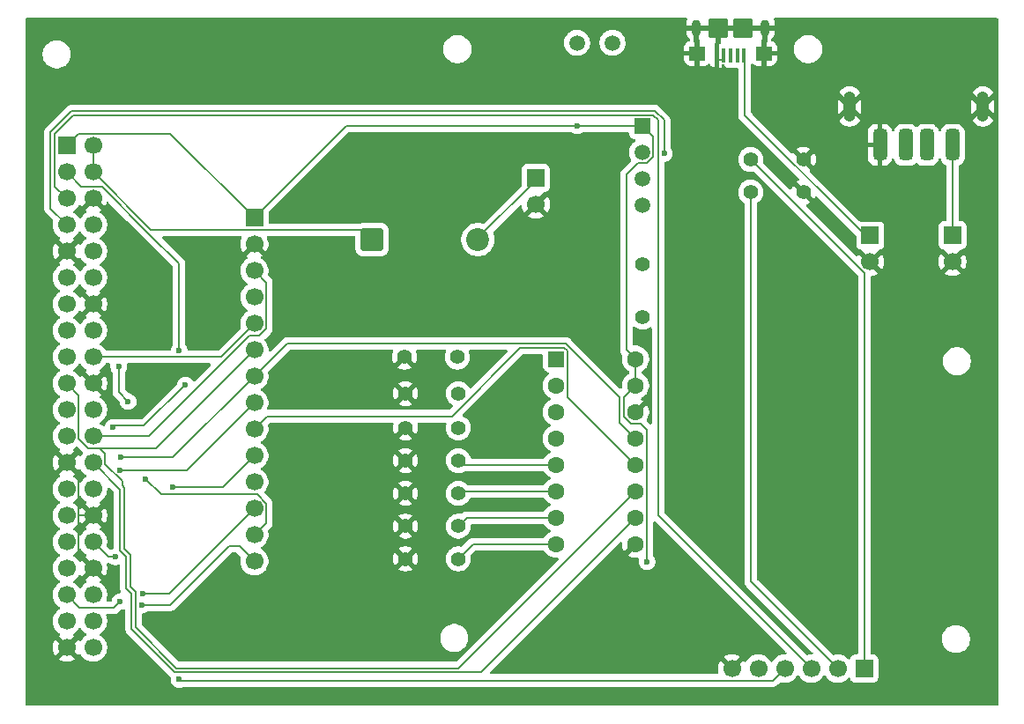
<source format=gbr>
%TF.GenerationSoftware,KiCad,Pcbnew,9.0.2-2.fc42*%
%TF.CreationDate,2025-07-04T09:41:19+12:00*%
%TF.ProjectId,smartclockpi,736d6172-7463-46c6-9f63-6b70692e6b69,rev?*%
%TF.SameCoordinates,Original*%
%TF.FileFunction,Copper,L1,Top*%
%TF.FilePolarity,Positive*%
%FSLAX46Y46*%
G04 Gerber Fmt 4.6, Leading zero omitted, Abs format (unit mm)*
G04 Created by KiCad (PCBNEW 9.0.2-2.fc42) date 2025-07-04 09:41:19*
%MOMM*%
%LPD*%
G01*
G04 APERTURE LIST*
G04 Aperture macros list*
%AMRoundRect*
0 Rectangle with rounded corners*
0 $1 Rounding radius*
0 $2 $3 $4 $5 $6 $7 $8 $9 X,Y pos of 4 corners*
0 Add a 4 corners polygon primitive as box body*
4,1,4,$2,$3,$4,$5,$6,$7,$8,$9,$2,$3,0*
0 Add four circle primitives for the rounded corners*
1,1,$1+$1,$2,$3*
1,1,$1+$1,$4,$5*
1,1,$1+$1,$6,$7*
1,1,$1+$1,$8,$9*
0 Add four rect primitives between the rounded corners*
20,1,$1+$1,$2,$3,$4,$5,0*
20,1,$1+$1,$4,$5,$6,$7,0*
20,1,$1+$1,$6,$7,$8,$9,0*
20,1,$1+$1,$8,$9,$2,$3,0*%
G04 Aperture macros list end*
%TA.AperFunction,ComponentPad*%
%ADD10R,1.700000X1.700000*%
%TD*%
%TA.AperFunction,ComponentPad*%
%ADD11C,1.700000*%
%TD*%
%TA.AperFunction,ComponentPad*%
%ADD12C,1.400000*%
%TD*%
%TA.AperFunction,ComponentPad*%
%ADD13RoundRect,0.249999X-0.850001X-0.850001X0.850001X-0.850001X0.850001X0.850001X-0.850001X0.850001X0*%
%TD*%
%TA.AperFunction,ComponentPad*%
%ADD14C,2.200000*%
%TD*%
%TA.AperFunction,ComponentPad*%
%ADD15C,1.500000*%
%TD*%
%TA.AperFunction,ComponentPad*%
%ADD16RoundRect,0.250000X-0.550000X-0.550000X0.550000X-0.550000X0.550000X0.550000X-0.550000X0.550000X0*%
%TD*%
%TA.AperFunction,ComponentPad*%
%ADD17C,1.600000*%
%TD*%
%TA.AperFunction,SMDPad,CuDef*%
%ADD18RoundRect,0.325000X0.325000X1.175000X-0.325000X1.175000X-0.325000X-1.175000X0.325000X-1.175000X0*%
%TD*%
%TA.AperFunction,HeatsinkPad*%
%ADD19O,1.200000X2.900000*%
%TD*%
%TA.AperFunction,SMDPad,CuDef*%
%ADD20RoundRect,0.100000X0.100000X0.575000X-0.100000X0.575000X-0.100000X-0.575000X0.100000X-0.575000X0*%
%TD*%
%TA.AperFunction,HeatsinkPad*%
%ADD21O,0.900000X1.600000*%
%TD*%
%TA.AperFunction,SMDPad,CuDef*%
%ADD22RoundRect,0.250000X0.550000X0.450000X-0.550000X0.450000X-0.550000X-0.450000X0.550000X-0.450000X0*%
%TD*%
%TA.AperFunction,SMDPad,CuDef*%
%ADD23RoundRect,0.250000X0.700000X0.700000X-0.700000X0.700000X-0.700000X-0.700000X0.700000X-0.700000X0*%
%TD*%
%TA.AperFunction,ComponentPad*%
%ADD24R,1.500000X1.500000*%
%TD*%
%TA.AperFunction,ViaPad*%
%ADD25C,0.600000*%
%TD*%
%TA.AperFunction,Conductor*%
%ADD26C,0.200000*%
%TD*%
G04 APERTURE END LIST*
D10*
%TO.P,J3,1,VCC*%
%TO.N,+3.3V*%
X62500000Y-88710000D03*
D11*
%TO.P,J3,2,GND*%
%TO.N,GND*%
X62500000Y-91250000D03*
%TO.P,J3,3,CS*%
%TO.N,Net-(J1-~{CE0}{slash}GPIO8)*%
X62500000Y-93790000D03*
%TO.P,J3,4,RESET*%
%TO.N,Net-(J1-GPIO25)*%
X62500000Y-96330000D03*
%TO.P,J3,5,DC/RS*%
%TO.N,Net-(J1-GPIO24)*%
X62500000Y-98870000D03*
%TO.P,J3,6,MOSI*%
%TO.N,Net-(J1-MOSI0{slash}GPIO10)*%
X62500000Y-101410000D03*
%TO.P,J3,7,SCK*%
%TO.N,Net-(J1-SCLK0{slash}GPIO11)*%
X62500000Y-103950000D03*
%TO.P,J3,8,LED*%
%TO.N,Net-(J1-PWM1{slash}GPIO13)*%
X62500000Y-106490000D03*
%TO.P,J3,9,MISO*%
%TO.N,Net-(J1-MISO0{slash}GPIO9)*%
X62500000Y-109030000D03*
%TO.P,J3,10,T_CLK*%
%TO.N,Net-(J1-GPIO21{slash}SCLK1)*%
X62500000Y-111570000D03*
%TO.P,J3,11,T_CS*%
%TO.N,Net-(J1-GPIO20{slash}MOSI1)*%
X62500000Y-114110000D03*
%TO.P,J3,12,T_DIN*%
%TO.N,Net-(J1-GPIO19{slash}MISO1)*%
X62500000Y-116650000D03*
%TO.P,J3,13,T_DO*%
%TO.N,Net-(J1-GPIO17)*%
X62500000Y-119190000D03*
%TO.P,J3,14,T_IRQ*%
%TO.N,Net-(J1-PWM0{slash}GPIO12)*%
X62500000Y-121730000D03*
%TD*%
D12*
%TO.P,R9,1*%
%TO.N,GND*%
X77010000Y-121500000D03*
%TO.P,R9,2*%
%TO.N,Net-(U2-CH7)*%
X82090000Y-121500000D03*
%TD*%
D10*
%TO.P,J2,1,32K*%
%TO.N,Net-(J2-32K)*%
X121082200Y-132035000D03*
D11*
%TO.P,J2,2,SQW*%
%TO.N,Net-(J2-SQW)*%
X118542200Y-132035000D03*
%TO.P,J2,3,SCL*%
%TO.N,Net-(J1-SCL{slash}GPIO3)*%
X116002200Y-132035000D03*
%TO.P,J2,4,SDA*%
%TO.N,Net-(J1-SDA{slash}GPIO2)*%
X113462200Y-132035000D03*
%TO.P,J2,5,VCC*%
%TO.N,+3.3V*%
X110922200Y-132035000D03*
%TO.P,J2,6,GND*%
%TO.N,GND*%
X108382200Y-132035000D03*
%TD*%
D13*
%TO.P,D1,1,K*%
%TO.N,+5V*%
X73812400Y-90805000D03*
D14*
%TO.P,D1,2,A*%
%TO.N,Net-(D1-A)*%
X83972400Y-90805000D03*
%TD*%
D15*
%TO.P,R1,1*%
%TO.N,+3.3V*%
X93500000Y-71900000D03*
%TO.P,R1,2*%
%TO.N,Net-(U2-CH0)*%
X96900000Y-71900000D03*
%TD*%
D12*
%TO.P,R4,1*%
%TO.N,GND*%
X77010000Y-105600000D03*
%TO.P,R4,2*%
%TO.N,Net-(U2-CH2)*%
X82090000Y-105600000D03*
%TD*%
D10*
%TO.P,J9,1,Pin_1*%
%TO.N,Net-(D1-A)*%
X89535000Y-84886800D03*
D11*
%TO.P,J9,2,Pin_2*%
%TO.N,GND*%
X89535000Y-87426800D03*
%TD*%
D16*
%TO.P,U2,1,CH0*%
%TO.N,Net-(U2-CH0)*%
X91500000Y-102300000D03*
D17*
%TO.P,U2,2,CH1*%
%TO.N,Net-(U2-CH1)*%
X91500000Y-104840000D03*
%TO.P,U2,3,CH2*%
%TO.N,Net-(U2-CH2)*%
X91500000Y-107380000D03*
%TO.P,U2,4,CH3*%
%TO.N,Net-(U2-CH3)*%
X91500000Y-109920000D03*
%TO.P,U2,5,CH4*%
%TO.N,Net-(U2-CH4)*%
X91500000Y-112460000D03*
%TO.P,U2,6,CH5*%
%TO.N,Net-(U2-CH5)*%
X91500000Y-115000000D03*
%TO.P,U2,7,CH6*%
%TO.N,Net-(U2-CH6)*%
X91500000Y-117540000D03*
%TO.P,U2,8,CH7*%
%TO.N,Net-(U2-CH7)*%
X91500000Y-120080000D03*
%TO.P,U2,9,DGND*%
%TO.N,GND*%
X99120000Y-120080000D03*
%TO.P,U2,10,~{CS}/SHDN*%
%TO.N,Net-(J1-~{CE1}{slash}GPIO7)*%
X99120000Y-117540000D03*
%TO.P,U2,11,Din*%
%TO.N,Net-(J1-MOSI0{slash}GPIO10)*%
X99120000Y-115000000D03*
%TO.P,U2,12,Dout*%
%TO.N,Net-(J1-MISO0{slash}GPIO9)*%
X99120000Y-112460000D03*
%TO.P,U2,13,CLK*%
%TO.N,Net-(J1-SCLK0{slash}GPIO11)*%
X99120000Y-109920000D03*
%TO.P,U2,14,AGND*%
%TO.N,GND*%
X99120000Y-107380000D03*
%TO.P,U2,15,Vref*%
%TO.N,+3.3V*%
X99120000Y-104840000D03*
%TO.P,U2,16,Vdd*%
X99120000Y-102300000D03*
%TD*%
D18*
%TO.P,J6,1,VBUS*%
%TO.N,Net-(J6-VBUS)*%
X129600000Y-81700000D03*
%TO.P,J6,2,D-*%
%TO.N,unconnected-(J6-D--Pad2)*%
X127100000Y-81700000D03*
%TO.P,J6,3,D+*%
%TO.N,unconnected-(J6-D+-Pad3)*%
X125100000Y-81700000D03*
%TO.P,J6,4,GND*%
%TO.N,GND*%
X122600000Y-81700000D03*
D19*
%TO.P,J6,5,Shield*%
X132500000Y-78000000D03*
X119700000Y-78000000D03*
%TD*%
D20*
%TO.P,J5,1,VBUS*%
%TO.N,Net-(J5-VBUS)*%
X109550000Y-73125000D03*
%TO.P,J5,2,D-*%
%TO.N,unconnected-(J5-D--Pad2)*%
X108900000Y-73125000D03*
%TO.P,J5,3,D+*%
%TO.N,unconnected-(J5-D+-Pad3)*%
X108250000Y-73125000D03*
%TO.P,J5,4,ID*%
%TO.N,GND*%
X107600000Y-73125000D03*
%TO.P,J5,5,GND*%
X106950000Y-73125000D03*
D21*
%TO.P,J5,6,Shield*%
X111550000Y-70450000D03*
D22*
X111450000Y-72900000D03*
D23*
X109450000Y-70450000D03*
X107050000Y-70450000D03*
D22*
X105050000Y-72900000D03*
D21*
X104950000Y-70450000D03*
%TD*%
D12*
%TO.P,R6,1*%
%TO.N,GND*%
X77010000Y-112050000D03*
%TO.P,R6,2*%
%TO.N,Net-(U2-CH4)*%
X82090000Y-112050000D03*
%TD*%
%TO.P,R8,1*%
%TO.N,GND*%
X77010000Y-118350000D03*
%TO.P,R8,2*%
%TO.N,Net-(U2-CH6)*%
X82090000Y-118350000D03*
%TD*%
%TO.P,R5,1*%
%TO.N,GND*%
X77010000Y-108900000D03*
%TO.P,R5,2*%
%TO.N,Net-(U2-CH3)*%
X82090000Y-108900000D03*
%TD*%
D10*
%TO.P,J8,1,Pin_1*%
%TO.N,Net-(J6-VBUS)*%
X129565000Y-90393200D03*
D11*
%TO.P,J8,2,Pin_2*%
%TO.N,GND*%
X129565000Y-92933200D03*
%TD*%
D12*
%TO.P,R3,1*%
%TO.N,GND*%
X76920000Y-102100000D03*
%TO.P,R3,2*%
%TO.N,Net-(U2-CH1)*%
X82000000Y-102100000D03*
%TD*%
%TO.P,R7,1*%
%TO.N,GND*%
X77010000Y-115200000D03*
%TO.P,R7,2*%
%TO.N,Net-(U2-CH5)*%
X82090000Y-115200000D03*
%TD*%
D24*
%TO.P,U3,1,VDD*%
%TO.N,+3.3V*%
X99750000Y-79880000D03*
D15*
%TO.P,U3,2,DATA*%
%TO.N,Net-(J1-GCLK0{slash}GPIO4)*%
X99750000Y-82420000D03*
%TO.P,U3,3,NC*%
%TO.N,unconnected-(U3-NC-Pad3)*%
X99750000Y-84960000D03*
%TO.P,U3,4,GND*%
%TO.N,GND*%
X99750000Y-87500000D03*
%TD*%
D10*
%TO.P,J7,1,Pin_1*%
%TO.N,Net-(J5-VBUS)*%
X121666000Y-90424000D03*
D11*
%TO.P,J7,2,Pin_2*%
%TO.N,GND*%
X121666000Y-92964000D03*
%TD*%
D12*
%TO.P,R2,1*%
%TO.N,Net-(U2-CH0)*%
X99800000Y-98240000D03*
%TO.P,R2,2*%
%TO.N,GND*%
X99800000Y-93160000D03*
%TD*%
%TO.P,R12,1*%
%TO.N,Net-(J2-32K)*%
X110170000Y-83100000D03*
%TO.P,R12,2*%
%TO.N,GND*%
X115250000Y-83100000D03*
%TD*%
%TO.P,R13,1*%
%TO.N,Net-(J2-SQW)*%
X110170000Y-86250000D03*
%TO.P,R13,2*%
%TO.N,GND*%
X115250000Y-86250000D03*
%TD*%
D10*
%TO.P,J1,1,3V3*%
%TO.N,+3.3V*%
X44475400Y-81762600D03*
D11*
%TO.P,J1,2,5V*%
%TO.N,+5V*%
X47015400Y-81762600D03*
%TO.P,J1,3,SDA/GPIO2*%
%TO.N,Net-(J1-SDA{slash}GPIO2)*%
X44475400Y-84302600D03*
%TO.P,J1,4,5V*%
%TO.N,+5V*%
X47015400Y-84302600D03*
%TO.P,J1,5,SCL/GPIO3*%
%TO.N,Net-(J1-SCL{slash}GPIO3)*%
X44475400Y-86842600D03*
%TO.P,J1,6,GND*%
%TO.N,GND*%
X47015400Y-86842600D03*
%TO.P,J1,7,GCLK0/GPIO4*%
%TO.N,Net-(J1-GCLK0{slash}GPIO4)*%
X44475400Y-89382600D03*
%TO.P,J1,8,GPIO14/TXD*%
%TO.N,unconnected-(J1-GPIO14{slash}TXD-Pad8)*%
X47015400Y-89382600D03*
%TO.P,J1,9,GND*%
%TO.N,GND*%
X44475400Y-91922600D03*
%TO.P,J1,10,GPIO15/RXD*%
%TO.N,unconnected-(J1-GPIO15{slash}RXD-Pad10)*%
X47015400Y-91922600D03*
%TO.P,J1,11,GPIO17*%
%TO.N,Net-(J1-GPIO17)*%
X44475400Y-94462600D03*
%TO.P,J1,12,GPIO18/PWM0*%
%TO.N,unconnected-(J1-GPIO18{slash}PWM0-Pad12)*%
X47015400Y-94462600D03*
%TO.P,J1,13,GPIO27*%
%TO.N,unconnected-(J1-GPIO27-Pad13)*%
X44475400Y-97002600D03*
%TO.P,J1,14,GND*%
%TO.N,GND*%
X47015400Y-97002600D03*
%TO.P,J1,15,GPIO22*%
%TO.N,unconnected-(J1-GPIO22-Pad15)*%
X44475400Y-99542600D03*
%TO.P,J1,16,GPIO23*%
%TO.N,unconnected-(J1-GPIO23-Pad16)*%
X47015400Y-99542600D03*
%TO.P,J1,17,3V3*%
%TO.N,+3.3V*%
X44475400Y-102082600D03*
%TO.P,J1,18,GPIO24*%
%TO.N,Net-(J1-GPIO24)*%
X47015400Y-102082600D03*
%TO.P,J1,19,MOSI0/GPIO10*%
%TO.N,Net-(J1-MOSI0{slash}GPIO10)*%
X44475400Y-104622600D03*
%TO.P,J1,20,GND*%
%TO.N,GND*%
X47015400Y-104622600D03*
%TO.P,J1,21,MISO0/GPIO9*%
%TO.N,Net-(J1-MISO0{slash}GPIO9)*%
X44475400Y-107162600D03*
%TO.P,J1,22,GPIO25*%
%TO.N,Net-(J1-GPIO25)*%
X47015400Y-107162600D03*
%TO.P,J1,23,SCLK0/GPIO11*%
%TO.N,Net-(J1-SCLK0{slash}GPIO11)*%
X44475400Y-109702600D03*
%TO.P,J1,24,~{CE0}/GPIO8*%
%TO.N,Net-(J1-~{CE0}{slash}GPIO8)*%
X47015400Y-109702600D03*
%TO.P,J1,25,GND*%
%TO.N,GND*%
X44475400Y-112242600D03*
%TO.P,J1,26,~{CE1}/GPIO7*%
%TO.N,Net-(J1-~{CE1}{slash}GPIO7)*%
X47015400Y-112242600D03*
%TO.P,J1,27,ID_SD/GPIO0*%
%TO.N,unconnected-(J1-ID_SD{slash}GPIO0-Pad27)*%
X44475400Y-114782600D03*
%TO.P,J1,28,ID_SC/GPIO1*%
%TO.N,unconnected-(J1-ID_SC{slash}GPIO1-Pad28)*%
X47015400Y-114782600D03*
%TO.P,J1,29,GCLK1/GPIO5*%
%TO.N,unconnected-(J1-GCLK1{slash}GPIO5-Pad29)*%
X44475400Y-117322600D03*
%TO.P,J1,30,GND*%
%TO.N,GND*%
X47015400Y-117322600D03*
%TO.P,J1,31,GCLK2/GPIO6*%
%TO.N,unconnected-(J1-GCLK2{slash}GPIO6-Pad31)*%
X44475400Y-119862600D03*
%TO.P,J1,32,PWM0/GPIO12*%
%TO.N,Net-(J1-PWM0{slash}GPIO12)*%
X47015400Y-119862600D03*
%TO.P,J1,33,PWM1/GPIO13*%
%TO.N,Net-(J1-PWM1{slash}GPIO13)*%
X44475400Y-122402600D03*
%TO.P,J1,34,GND*%
%TO.N,GND*%
X47015400Y-122402600D03*
%TO.P,J1,35,GPIO19/MISO1*%
%TO.N,Net-(J1-GPIO19{slash}MISO1)*%
X44475400Y-124942600D03*
%TO.P,J1,36,GPIO16*%
%TO.N,unconnected-(J1-GPIO16-Pad36)*%
X47015400Y-124942600D03*
%TO.P,J1,37,GPIO26*%
%TO.N,unconnected-(J1-GPIO26-Pad37)*%
X44475400Y-127482600D03*
%TO.P,J1,38,GPIO20/MOSI1*%
%TO.N,Net-(J1-GPIO20{slash}MOSI1)*%
X47015400Y-127482600D03*
%TO.P,J1,39,GND*%
%TO.N,GND*%
X44475400Y-130022600D03*
%TO.P,J1,40,GPIO21/SCLK1*%
%TO.N,Net-(J1-GPIO21{slash}SCLK1)*%
X47015400Y-130022600D03*
%TD*%
D25*
%TO.N,Net-(J1-GPIO19{slash}MISO1)*%
X49600000Y-125600000D03*
%TO.N,+3.3V*%
X93500000Y-79880000D03*
%TO.N,Net-(J1-PWM0{slash}GPIO12)*%
X49164800Y-121306430D03*
X51685400Y-125900000D03*
%TO.N,Net-(J1-GPIO21{slash}SCLK1)*%
X54670400Y-114600000D03*
%TO.N,Net-(J1-SCLK0{slash}GPIO11)*%
X49657000Y-111760000D03*
%TO.N,Net-(J1-GCLK0{slash}GPIO4)*%
X101869800Y-82524600D03*
%TO.N,+3.3V*%
X100221000Y-121767600D03*
%TO.N,Net-(J1-MISO0{slash}GPIO9)*%
X48920400Y-108839000D03*
X55880000Y-104775000D03*
%TO.N,Net-(J1-GPIO19{slash}MISO1)*%
X51790600Y-124866400D03*
%TO.N,Net-(J1-PWM1{slash}GPIO13)*%
X49580800Y-112953800D03*
%TO.N,Net-(J1-SDA{slash}GPIO2)*%
X55270400Y-101482600D03*
X55270400Y-133096000D03*
%TO.N,Net-(J1-GPIO17)*%
X52070000Y-113817400D03*
X50372293Y-106379293D03*
X49453800Y-103022400D03*
%TD*%
D26*
%TO.N,GND*%
X45626400Y-121013600D02*
X45626400Y-117350000D01*
X47015400Y-117322600D02*
X45653800Y-117322600D01*
X45653800Y-117322600D02*
X45626400Y-117350000D01*
X47015400Y-122402600D02*
X45626400Y-121013600D01*
X45626400Y-117350000D02*
X45626400Y-113393600D01*
X45626400Y-113393600D02*
X44475400Y-112242600D01*
%TO.N,Net-(J1-~{CE1}{slash}GPIO7)*%
X54848561Y-132402000D02*
X50684400Y-128237839D01*
%TO.N,Net-(J1-MOSI0{slash}GPIO10)*%
X51085400Y-128071739D02*
X55014661Y-132001000D01*
%TO.N,+3.3V*%
X95700000Y-79880000D02*
X93500000Y-79880000D01*
%TO.N,Net-(J1-PWM0{slash}GPIO12)*%
X48459230Y-121306430D02*
X47015400Y-119862600D01*
X49164800Y-121306430D02*
X48459230Y-121306430D01*
%TO.N,Net-(J1-~{CE1}{slash}GPIO7)*%
X99120000Y-117540000D02*
X84258000Y-132402000D01*
X84258000Y-132402000D02*
X54848561Y-132402000D01*
X50684400Y-124851500D02*
X50200000Y-124367100D01*
X49600000Y-114827200D02*
X47015400Y-112242600D01*
X50684400Y-128237839D02*
X50684400Y-124851500D01*
X50200000Y-124367100D02*
X50200000Y-121287143D01*
X50200000Y-121287143D02*
X49600000Y-120687143D01*
X49600000Y-120687143D02*
X49600000Y-114827200D01*
%TO.N,Net-(J1-MOSI0{slash}GPIO10)*%
X51085400Y-124685400D02*
X51085400Y-128071739D01*
X50601000Y-121453243D02*
X50601000Y-124201000D01*
X50601000Y-121121043D02*
X50601000Y-121438843D01*
X50601000Y-121438843D02*
X50608200Y-121446043D01*
X50001000Y-120521043D02*
X50601000Y-121121043D01*
X50608200Y-121446043D02*
X50601000Y-121453243D01*
X49800000Y-114460100D02*
X50001000Y-114661100D01*
X50001000Y-114661100D02*
X50001000Y-120521043D01*
X49800000Y-114022943D02*
X49800000Y-114460100D01*
X48166400Y-111395000D02*
X48166400Y-112389343D01*
X50601000Y-124201000D02*
X51085400Y-124685400D01*
X47625000Y-110853600D02*
X48166400Y-111395000D01*
X48166400Y-112389343D02*
X49800000Y-114022943D01*
X55014661Y-132001000D02*
X82119000Y-132001000D01*
X82119000Y-132001000D02*
X99120000Y-115000000D01*
%TO.N,Net-(J1-PWM0{slash}GPIO12)*%
X52800000Y-125900000D02*
X51685400Y-125900000D01*
X62500000Y-121730000D02*
X61064400Y-120294400D01*
X60045600Y-120294400D02*
X54440000Y-125900000D01*
X61064400Y-120294400D02*
X60045600Y-120294400D01*
X54440000Y-125900000D02*
X52800000Y-125900000D01*
%TO.N,Net-(J1-GPIO21{slash}SCLK1)*%
X54670400Y-114600000D02*
X59470000Y-114600000D01*
X59470000Y-114600000D02*
X62500000Y-111570000D01*
%TO.N,+3.3V*%
X99750000Y-79880000D02*
X95700000Y-79880000D01*
%TO.N,GND*%
X62500000Y-91250000D02*
X62880000Y-90870000D01*
X107000000Y-73554800D02*
X107650000Y-73554800D01*
%TO.N,Net-(J1-SCLK0{slash}GPIO11)*%
X54690000Y-111760000D02*
X49657000Y-111760000D01*
X65652000Y-100798000D02*
X62500000Y-103950000D01*
X99120000Y-109920000D02*
X97618000Y-108418000D01*
X97618000Y-105964740D02*
X92451260Y-100798000D01*
X92451260Y-100798000D02*
X65652000Y-100798000D01*
X97618000Y-108418000D02*
X97618000Y-105964740D01*
X62500000Y-103950000D02*
X54690000Y-111760000D01*
%TO.N,Net-(J1-GCLK0{slash}GPIO4)*%
X73761600Y-78428000D02*
X100967100Y-78428000D01*
X42923400Y-80445500D02*
X44940900Y-78428000D01*
X100967100Y-78428000D02*
X101869800Y-79330700D01*
X42923400Y-87830600D02*
X42923400Y-80445500D01*
X44475400Y-89382600D02*
X42923400Y-87830600D01*
X101869800Y-79330700D02*
X101869800Y-82524600D01*
X44940900Y-78428000D02*
X73761600Y-78428000D01*
%TO.N,+5V*%
X47015400Y-81762600D02*
X47015400Y-84302600D01*
X52573800Y-89861000D02*
X72868400Y-89861000D01*
X72868400Y-89861000D02*
X73812400Y-90805000D01*
X47015400Y-84302600D02*
X52573800Y-89861000D01*
%TO.N,Net-(J1-GPIO24)*%
X59287400Y-102082600D02*
X47015400Y-102082600D01*
X62500000Y-98870000D02*
X59287400Y-102082600D01*
%TO.N,+3.3V*%
X98019000Y-105941000D02*
X99120000Y-104840000D01*
X98250000Y-84535661D02*
X99314661Y-83471000D01*
X45626400Y-80611600D02*
X54401600Y-80611600D01*
X100185339Y-83471000D02*
X100801000Y-82855339D01*
X100221000Y-121895240D02*
X100221000Y-121767600D01*
X98663950Y-108481000D02*
X98019000Y-107836050D01*
X99120000Y-102300000D02*
X98250000Y-101430000D01*
X98250000Y-101430000D02*
X98250000Y-84535661D01*
X100221000Y-121767600D02*
X100221000Y-121691400D01*
X100221000Y-109125950D02*
X99576050Y-108481000D01*
X93500000Y-79880000D02*
X71330000Y-79880000D01*
X100801000Y-82855339D02*
X100801000Y-80931000D01*
X98019000Y-107836050D02*
X98019000Y-105941000D01*
X99314661Y-83471000D02*
X100185339Y-83471000D01*
X100801000Y-80931000D02*
X99750000Y-79880000D01*
X71330000Y-79880000D02*
X62500000Y-88710000D01*
X44475400Y-81762600D02*
X45626400Y-80611600D01*
X99576050Y-108481000D02*
X98663950Y-108481000D01*
X100221000Y-121691400D02*
X100221000Y-109125950D01*
X99120000Y-104840000D02*
X99120000Y-102300000D01*
X54401600Y-80611600D02*
X62500000Y-88710000D01*
%TO.N,Net-(J1-~{CE0}{slash}GPIO8)*%
X62976760Y-100021000D02*
X62023240Y-100021000D01*
X63651000Y-99346760D02*
X62976760Y-100021000D01*
X62500000Y-93790000D02*
X63651000Y-94941000D01*
X62500000Y-93790000D02*
X62500000Y-94218000D01*
X62023240Y-100021000D02*
X52341640Y-109702600D01*
X63651000Y-94941000D02*
X63651000Y-99346760D01*
X52341640Y-109702600D02*
X47015400Y-109702600D01*
%TO.N,Net-(J1-MISO0{slash}GPIO9)*%
X92601000Y-101514840D02*
X92601000Y-105941000D01*
X49047400Y-108712000D02*
X48920400Y-108839000D01*
X81467800Y-107782200D02*
X88051000Y-101199000D01*
X92601000Y-105941000D02*
X99120000Y-112460000D01*
X63747800Y-107782200D02*
X81467800Y-107782200D01*
X55829200Y-104775000D02*
X51892200Y-108712000D01*
X92285160Y-101199000D02*
X92601000Y-101514840D01*
X88051000Y-101199000D02*
X92285160Y-101199000D01*
X62500000Y-109030000D02*
X63747800Y-107782200D01*
X51892200Y-108712000D02*
X49047400Y-108712000D01*
X55880000Y-104775000D02*
X55829200Y-104775000D01*
%TO.N,Net-(J1-SCL{slash}GPIO3)*%
X116002200Y-132035000D02*
X101269800Y-117302600D01*
X101269800Y-117302600D02*
X101269800Y-79297800D01*
X45107000Y-78829000D02*
X100801000Y-78829000D01*
X43324400Y-80611600D02*
X45107000Y-78829000D01*
X101269800Y-79297800D02*
X100801000Y-78829000D01*
X44475400Y-86842600D02*
X43324400Y-85691600D01*
X43324400Y-85691600D02*
X43324400Y-80611600D01*
%TO.N,Net-(J1-GPIO19{slash}MISO1)*%
X54283600Y-124866400D02*
X62500000Y-116650000D01*
X51790600Y-124866400D02*
X54283600Y-124866400D01*
%TO.N,Net-(J1-PWM1{slash}GPIO13)*%
X56036200Y-112953800D02*
X49580800Y-112953800D01*
X62500000Y-106490000D02*
X56036200Y-112953800D01*
%TO.N,Net-(J1-MOSI0{slash}GPIO10)*%
X45626400Y-105773600D02*
X44475400Y-104622600D01*
X62500000Y-101410000D02*
X53056400Y-110853600D01*
X45626400Y-109941360D02*
X45626400Y-105773600D01*
X46538640Y-110853600D02*
X45626400Y-109941360D01*
X47625000Y-110853600D02*
X46538640Y-110853600D01*
X53056400Y-110853600D02*
X47625000Y-110853600D01*
%TO.N,Net-(J1-SDA{slash}GPIO2)*%
X44475400Y-84302600D02*
X45864400Y-85691600D01*
X45864400Y-85691600D02*
X47837300Y-85691600D01*
X52407700Y-90262000D02*
X55270400Y-93124700D01*
X47837300Y-85691600D02*
X52407700Y-90262000D01*
X55270400Y-93124700D02*
X55270400Y-101482600D01*
X112311200Y-133186000D02*
X55065461Y-133186000D01*
X113462200Y-132035000D02*
X112311200Y-133186000D01*
%TO.N,Net-(U2-CH4)*%
X91500000Y-112460000D02*
X82500000Y-112460000D01*
X82500000Y-112460000D02*
X82090000Y-112050000D01*
%TO.N,Net-(U2-CH5)*%
X91500000Y-115000000D02*
X82290000Y-115000000D01*
X82290000Y-115000000D02*
X82090000Y-115200000D01*
%TO.N,Net-(U2-CH6)*%
X82900000Y-117540000D02*
X82090000Y-118350000D01*
X91500000Y-117540000D02*
X82900000Y-117540000D01*
%TO.N,Net-(U2-CH7)*%
X83510000Y-120080000D02*
X82090000Y-121500000D01*
X91500000Y-120080000D02*
X83510000Y-120080000D01*
%TO.N,Net-(J2-SQW)*%
X118542200Y-132035000D02*
X110170000Y-123662800D01*
X110170000Y-123662800D02*
X110170000Y-86250000D01*
%TO.N,Net-(J2-32K)*%
X121082200Y-94012200D02*
X110170000Y-83100000D01*
X121082200Y-132035000D02*
X121082200Y-94012200D01*
%TO.N,Net-(J5-VBUS)*%
X109600000Y-78865628D02*
X109600000Y-73554800D01*
X121666000Y-90424000D02*
X121158372Y-90424000D01*
X121158372Y-90424000D02*
X109600000Y-78865628D01*
%TO.N,Net-(J6-VBUS)*%
X129565000Y-90393200D02*
X129565000Y-82251400D01*
X129565000Y-82251400D02*
X129611000Y-82205400D01*
%TO.N,Net-(D1-A)*%
X89535000Y-85115400D02*
X89535000Y-84886800D01*
X83820000Y-90830400D02*
X89535000Y-85115400D01*
%TO.N,Net-(J1-GPIO17)*%
X62738760Y-115261000D02*
X53513600Y-115261000D01*
X49453800Y-105460800D02*
X49453800Y-103022400D01*
X53513600Y-115261000D02*
X52070000Y-113817400D01*
X63651000Y-116173240D02*
X62738760Y-115261000D01*
X62500000Y-119190000D02*
X63651000Y-118039000D01*
X63651000Y-118039000D02*
X63651000Y-116173240D01*
X50372293Y-106379293D02*
X49453800Y-105460800D01*
%TO.N,Net-(J1-GPIO19{slash}MISO1)*%
X49600000Y-125600000D02*
X49012800Y-126187200D01*
X49012800Y-126187200D02*
X45720000Y-126187200D01*
X45720000Y-126187200D02*
X44475400Y-124942600D01*
%TO.N,GND*%
X47015400Y-122402600D02*
X47602600Y-122402600D01*
%TD*%
%TA.AperFunction,Conductor*%
%TO.N,GND*%
G36*
X104015942Y-69509741D02*
G01*
X104047742Y-69517858D01*
X104049306Y-69519538D01*
X104051508Y-69520185D01*
X104072981Y-69544966D01*
X104095353Y-69568995D01*
X104095760Y-69571255D01*
X104097263Y-69572989D01*
X104101930Y-69605452D01*
X104107759Y-69637755D01*
X104107001Y-69640720D01*
X104107207Y-69642147D01*
X104099030Y-69671952D01*
X104036509Y-69822890D01*
X104036506Y-69822902D01*
X104000000Y-70006428D01*
X104000000Y-70200000D01*
X104700000Y-70200000D01*
X104700000Y-70700000D01*
X104000000Y-70700000D01*
X104000000Y-70893571D01*
X104036506Y-71077097D01*
X104036508Y-71077105D01*
X104108119Y-71249991D01*
X104108124Y-71250000D01*
X104212086Y-71405589D01*
X104212089Y-71405593D01*
X104332604Y-71526108D01*
X104366089Y-71587431D01*
X104361105Y-71657123D01*
X104319233Y-71713056D01*
X104283927Y-71731495D01*
X104180880Y-71765641D01*
X104180875Y-71765643D01*
X104031654Y-71857684D01*
X103907684Y-71981654D01*
X103815643Y-72130875D01*
X103815641Y-72130880D01*
X103760494Y-72297302D01*
X103760493Y-72297309D01*
X103750000Y-72400013D01*
X103750000Y-72650000D01*
X104800000Y-72650000D01*
X104800000Y-71880000D01*
X104790023Y-71870023D01*
X104756961Y-71860315D01*
X104711206Y-71807511D01*
X104700000Y-71756000D01*
X104700000Y-70849728D01*
X104738060Y-70941614D01*
X104808386Y-71011940D01*
X104900272Y-71050000D01*
X104999728Y-71050000D01*
X105091614Y-71011940D01*
X105161940Y-70941614D01*
X105200000Y-70849728D01*
X105200000Y-71570000D01*
X105209976Y-71579976D01*
X105243039Y-71589685D01*
X105288794Y-71642489D01*
X105300000Y-71694000D01*
X105300000Y-74099999D01*
X105649972Y-74099999D01*
X105649986Y-74099998D01*
X105752697Y-74089505D01*
X105919119Y-74034358D01*
X105919124Y-74034356D01*
X106068344Y-73942315D01*
X106101586Y-73909074D01*
X106162908Y-73875588D01*
X106232600Y-73880572D01*
X106288534Y-73922442D01*
X106303829Y-73949302D01*
X106325899Y-74002586D01*
X106422075Y-74127924D01*
X106547414Y-74224100D01*
X106693366Y-74284555D01*
X106693372Y-74284557D01*
X106749998Y-74292011D01*
X106750000Y-74292010D01*
X106750000Y-71921362D01*
X106769685Y-71854323D01*
X106786319Y-71833681D01*
X106800000Y-71820000D01*
X106800000Y-70700000D01*
X105200000Y-70700000D01*
X105200000Y-70200000D01*
X111300000Y-70200000D01*
X111300000Y-70700000D01*
X107300000Y-70700000D01*
X107300000Y-71906000D01*
X107280315Y-71973039D01*
X107227511Y-72018794D01*
X107176000Y-72030000D01*
X107150000Y-72030000D01*
X107150000Y-74292010D01*
X107150001Y-74292011D01*
X107206622Y-74284558D01*
X107206631Y-74284555D01*
X107227547Y-74275892D01*
X107297017Y-74268423D01*
X107322453Y-74275892D01*
X107343368Y-74284555D01*
X107343377Y-74284558D01*
X107399998Y-74292011D01*
X107400000Y-74292010D01*
X107400000Y-74074302D01*
X107407434Y-74048982D01*
X107411174Y-74022861D01*
X107417123Y-74015986D01*
X107419685Y-74007263D01*
X107439625Y-73989984D01*
X107456896Y-73970028D01*
X107465619Y-73967460D01*
X107472489Y-73961508D01*
X107498606Y-73957752D01*
X107523923Y-73950302D01*
X107532647Y-73952857D01*
X107541647Y-73951564D01*
X107565651Y-73962526D01*
X107590975Y-73969945D01*
X107599935Y-73978183D01*
X107605203Y-73980589D01*
X107617662Y-73993041D01*
X107624824Y-74001296D01*
X107625464Y-74002841D01*
X107721718Y-74128282D01*
X107761441Y-74158762D01*
X107769662Y-74168238D01*
X107779185Y-74189056D01*
X107792688Y-74207548D01*
X107795792Y-74225361D01*
X107798727Y-74231776D01*
X107797908Y-74237496D01*
X107800000Y-74249499D01*
X107800000Y-74292010D01*
X107856631Y-74284555D01*
X107876887Y-74276165D01*
X107946356Y-74268693D01*
X107971798Y-74276163D01*
X107993238Y-74285044D01*
X108110639Y-74300500D01*
X108389360Y-74300499D01*
X108389361Y-74300499D01*
X108401594Y-74298888D01*
X108506762Y-74285044D01*
X108527545Y-74276434D01*
X108597014Y-74268965D01*
X108622453Y-74276434D01*
X108643238Y-74285044D01*
X108760639Y-74300500D01*
X108875500Y-74300499D01*
X108942539Y-74320183D01*
X108988294Y-74372987D01*
X108999500Y-74424499D01*
X108999500Y-78778958D01*
X108999499Y-78778976D01*
X108999499Y-78944682D01*
X108999498Y-78944682D01*
X108999499Y-78944685D01*
X109040423Y-79097413D01*
X109040424Y-79097414D01*
X109041292Y-79098918D01*
X109041290Y-79098918D01*
X109041298Y-79098928D01*
X109119477Y-79234340D01*
X109119481Y-79234345D01*
X109238349Y-79353213D01*
X109238355Y-79353218D01*
X114823489Y-84938352D01*
X114856974Y-84999675D01*
X114851990Y-85069367D01*
X114810118Y-85125300D01*
X114792104Y-85136517D01*
X114621063Y-85223668D01*
X114595670Y-85242116D01*
X114595669Y-85242116D01*
X115253554Y-85900000D01*
X115203922Y-85900000D01*
X115114905Y-85923852D01*
X115035095Y-85969930D01*
X114969930Y-86035095D01*
X114923852Y-86114905D01*
X114900000Y-86203922D01*
X114900000Y-86253553D01*
X114242116Y-85595669D01*
X114242116Y-85595670D01*
X114223669Y-85621060D01*
X114137914Y-85789363D01*
X114095159Y-85920949D01*
X114055721Y-85978625D01*
X113991363Y-86005823D01*
X113922516Y-85993908D01*
X113889547Y-85970312D01*
X111380066Y-83460831D01*
X111346581Y-83399508D01*
X111345274Y-83353752D01*
X111345413Y-83352879D01*
X111352319Y-83309273D01*
X111370500Y-83194486D01*
X111370500Y-83005513D01*
X111340940Y-82818881D01*
X111283846Y-82643166D01*
X111282547Y-82639168D01*
X111282545Y-82639165D01*
X111282545Y-82639163D01*
X111196759Y-82470800D01*
X111178565Y-82445758D01*
X111085690Y-82317927D01*
X110952073Y-82184310D01*
X110799199Y-82073240D01*
X110630836Y-81987454D01*
X110451118Y-81929059D01*
X110264486Y-81899500D01*
X110264481Y-81899500D01*
X110075519Y-81899500D01*
X110075514Y-81899500D01*
X109888881Y-81929059D01*
X109709163Y-81987454D01*
X109540800Y-82073240D01*
X109453579Y-82136610D01*
X109387927Y-82184310D01*
X109387925Y-82184312D01*
X109387924Y-82184312D01*
X109254312Y-82317924D01*
X109254312Y-82317925D01*
X109254310Y-82317927D01*
X109251654Y-82321583D01*
X109143240Y-82470800D01*
X109057454Y-82639163D01*
X108999059Y-82818881D01*
X108969500Y-83005513D01*
X108969500Y-83194486D01*
X108999059Y-83381118D01*
X109057454Y-83560836D01*
X109127224Y-83697766D01*
X109143240Y-83729199D01*
X109254310Y-83882073D01*
X109387927Y-84015690D01*
X109540801Y-84126760D01*
X109619665Y-84166943D01*
X109709163Y-84212545D01*
X109709165Y-84212545D01*
X109709168Y-84212547D01*
X109789920Y-84238785D01*
X109888881Y-84270940D01*
X110075514Y-84300500D01*
X110075519Y-84300500D01*
X110264486Y-84300500D01*
X110381017Y-84282042D01*
X110423753Y-84275274D01*
X110493045Y-84284228D01*
X110530831Y-84310066D01*
X120445381Y-94224616D01*
X120478866Y-94285939D01*
X120481700Y-94312297D01*
X120481700Y-130560500D01*
X120462015Y-130627539D01*
X120409211Y-130673294D01*
X120357701Y-130684500D01*
X120184330Y-130684500D01*
X120184323Y-130684501D01*
X120124716Y-130690908D01*
X119989871Y-130741202D01*
X119989864Y-130741206D01*
X119874655Y-130827452D01*
X119874652Y-130827455D01*
X119788406Y-130942664D01*
X119788403Y-130942669D01*
X119739389Y-131074083D01*
X119697517Y-131130016D01*
X119632053Y-131154433D01*
X119563780Y-131139581D01*
X119535526Y-131118430D01*
X119421986Y-131004890D01*
X119250020Y-130879951D01*
X119060614Y-130783444D01*
X119060613Y-130783443D01*
X119060612Y-130783443D01*
X118858443Y-130717754D01*
X118858441Y-130717753D01*
X118858440Y-130717753D01*
X118697157Y-130692208D01*
X118648487Y-130684500D01*
X118435913Y-130684500D01*
X118407206Y-130689046D01*
X118225957Y-130717753D01*
X118183673Y-130731492D01*
X118113832Y-130733486D01*
X118057676Y-130701241D01*
X110806819Y-123450383D01*
X110773334Y-123389060D01*
X110770500Y-123362702D01*
X110770500Y-87360791D01*
X110790185Y-87293752D01*
X110821612Y-87260475D01*
X110952073Y-87165690D01*
X111085690Y-87032073D01*
X111196760Y-86879199D01*
X111282547Y-86710832D01*
X111340940Y-86531118D01*
X111354342Y-86446501D01*
X111370500Y-86344486D01*
X111370500Y-86155513D01*
X111340940Y-85968881D01*
X111282545Y-85789163D01*
X111202639Y-85632340D01*
X111196760Y-85620801D01*
X111085690Y-85467927D01*
X110952073Y-85334310D01*
X110799199Y-85223240D01*
X110630836Y-85137454D01*
X110451118Y-85079059D01*
X110264486Y-85049500D01*
X110264481Y-85049500D01*
X110075519Y-85049500D01*
X110075514Y-85049500D01*
X109888881Y-85079059D01*
X109709163Y-85137454D01*
X109540800Y-85223240D01*
X109453579Y-85286610D01*
X109387927Y-85334310D01*
X109387925Y-85334312D01*
X109387924Y-85334312D01*
X109254312Y-85467924D01*
X109254312Y-85467925D01*
X109254310Y-85467927D01*
X109206610Y-85533579D01*
X109143240Y-85620800D01*
X109057454Y-85789163D01*
X108999059Y-85968881D01*
X108969500Y-86155513D01*
X108969500Y-86344486D01*
X108999059Y-86531118D01*
X109057454Y-86710836D01*
X109124591Y-86842599D01*
X109143240Y-86879199D01*
X109254310Y-87032073D01*
X109387927Y-87165690D01*
X109518386Y-87260474D01*
X109561051Y-87315803D01*
X109569500Y-87360791D01*
X109569500Y-123576130D01*
X109569499Y-123576148D01*
X109569499Y-123741854D01*
X109569498Y-123741854D01*
X109610424Y-123894587D01*
X109620763Y-123912494D01*
X109620764Y-123912496D01*
X109689477Y-124031512D01*
X109689481Y-124031517D01*
X109808349Y-124150385D01*
X109808355Y-124150390D01*
X116130783Y-130472819D01*
X116164268Y-130534142D01*
X116159284Y-130603834D01*
X116117412Y-130659767D01*
X116051948Y-130684184D01*
X116043102Y-130684500D01*
X115895913Y-130684500D01*
X115867206Y-130689046D01*
X115685957Y-130717753D01*
X115643673Y-130731492D01*
X115573832Y-130733486D01*
X115517676Y-130701241D01*
X101906619Y-117090184D01*
X101873134Y-117028861D01*
X101870300Y-117002503D01*
X101870300Y-83442447D01*
X101889985Y-83375408D01*
X101942789Y-83329653D01*
X101970109Y-83320830D01*
X101999895Y-83314905D01*
X102103297Y-83294337D01*
X102248979Y-83233994D01*
X102380089Y-83146389D01*
X102491589Y-83034889D01*
X102579194Y-82903779D01*
X102639537Y-82758097D01*
X102670300Y-82603442D01*
X102670300Y-82445758D01*
X102670300Y-82445755D01*
X102670299Y-82445753D01*
X102645600Y-82321583D01*
X102639537Y-82291103D01*
X102595303Y-82184312D01*
X102579197Y-82145427D01*
X102579190Y-82145414D01*
X102491198Y-82013725D01*
X102470320Y-81947047D01*
X102470300Y-81944834D01*
X102470300Y-79419760D01*
X102470301Y-79419747D01*
X102470301Y-79251644D01*
X102465666Y-79234345D01*
X102429377Y-79098916D01*
X102424264Y-79090060D01*
X102350324Y-78961990D01*
X102350318Y-78961982D01*
X101454690Y-78066355D01*
X101454688Y-78066352D01*
X101335817Y-77947481D01*
X101335816Y-77947480D01*
X101249004Y-77897360D01*
X101249004Y-77897359D01*
X101249000Y-77897358D01*
X101198885Y-77868423D01*
X101046157Y-77827499D01*
X100888043Y-77827499D01*
X100880447Y-77827499D01*
X100880431Y-77827500D01*
X45027569Y-77827500D01*
X45027553Y-77827499D01*
X45019957Y-77827499D01*
X44861843Y-77827499D01*
X44754487Y-77856265D01*
X44709110Y-77868424D01*
X44709109Y-77868425D01*
X44658996Y-77897359D01*
X44658995Y-77897360D01*
X44615589Y-77922420D01*
X44572185Y-77947479D01*
X44572182Y-77947481D01*
X42442881Y-80076782D01*
X42442879Y-80076785D01*
X42442141Y-80078064D01*
X42411533Y-80131080D01*
X42392761Y-80163594D01*
X42392759Y-80163596D01*
X42363825Y-80213709D01*
X42363824Y-80213710D01*
X42354113Y-80249952D01*
X42322899Y-80366443D01*
X42322899Y-80524557D01*
X42322899Y-80524559D01*
X42322900Y-80534553D01*
X42322900Y-87743930D01*
X42322899Y-87743948D01*
X42322899Y-87909654D01*
X42322898Y-87909654D01*
X42358134Y-88041156D01*
X42363823Y-88062385D01*
X42382167Y-88094157D01*
X42442879Y-88199314D01*
X42442881Y-88199317D01*
X42561749Y-88318185D01*
X42561755Y-88318190D01*
X43141641Y-88898076D01*
X43175126Y-88959399D01*
X43171892Y-89024073D01*
X43158153Y-89066357D01*
X43125871Y-89270185D01*
X43124900Y-89276313D01*
X43124900Y-89488887D01*
X43130799Y-89526129D01*
X43158153Y-89698839D01*
X43223844Y-89901014D01*
X43320351Y-90090420D01*
X43445290Y-90262386D01*
X43595613Y-90412709D01*
X43767579Y-90537648D01*
X43767581Y-90537649D01*
X43767584Y-90537651D01*
X43776893Y-90542394D01*
X43827690Y-90590366D01*
X43844487Y-90658187D01*
X43821952Y-90724322D01*
X43776905Y-90763360D01*
X43767846Y-90767976D01*
X43767840Y-90767980D01*
X43713682Y-90807327D01*
X43713682Y-90807328D01*
X44345991Y-91439637D01*
X44282407Y-91456675D01*
X44168393Y-91522501D01*
X44075301Y-91615593D01*
X44009475Y-91729607D01*
X43992437Y-91793191D01*
X43360128Y-91160882D01*
X43360127Y-91160882D01*
X43320780Y-91215039D01*
X43224304Y-91404382D01*
X43158642Y-91606469D01*
X43158642Y-91606472D01*
X43125400Y-91816353D01*
X43125400Y-92028846D01*
X43158642Y-92238727D01*
X43158642Y-92238730D01*
X43224304Y-92440817D01*
X43320775Y-92630150D01*
X43360128Y-92684316D01*
X43992437Y-92052008D01*
X44009475Y-92115593D01*
X44075301Y-92229607D01*
X44168393Y-92322699D01*
X44282407Y-92388525D01*
X44345990Y-92405562D01*
X43713682Y-93037869D01*
X43713682Y-93037870D01*
X43767852Y-93077226D01*
X43767851Y-93077226D01*
X43776895Y-93081834D01*
X43827692Y-93129808D01*
X43844487Y-93197629D01*
X43821950Y-93263764D01*
X43776899Y-93302802D01*
X43767582Y-93307549D01*
X43595613Y-93432490D01*
X43445290Y-93582813D01*
X43320351Y-93754779D01*
X43223844Y-93944185D01*
X43158153Y-94146360D01*
X43128996Y-94330451D01*
X43124900Y-94356313D01*
X43124900Y-94568887D01*
X43158154Y-94778843D01*
X43213609Y-94949516D01*
X43223844Y-94981014D01*
X43320351Y-95170420D01*
X43445290Y-95342386D01*
X43595613Y-95492709D01*
X43767582Y-95617650D01*
X43776346Y-95622116D01*
X43827142Y-95670091D01*
X43843936Y-95737912D01*
X43821398Y-95804047D01*
X43776346Y-95843084D01*
X43767582Y-95847549D01*
X43595613Y-95972490D01*
X43445290Y-96122813D01*
X43320351Y-96294779D01*
X43223844Y-96484185D01*
X43158153Y-96686360D01*
X43124900Y-96896313D01*
X43124900Y-97108886D01*
X43158135Y-97318727D01*
X43158154Y-97318843D01*
X43213609Y-97489516D01*
X43223844Y-97521014D01*
X43320351Y-97710420D01*
X43445290Y-97882386D01*
X43595613Y-98032709D01*
X43767582Y-98157650D01*
X43776346Y-98162116D01*
X43827142Y-98210091D01*
X43843936Y-98277912D01*
X43821398Y-98344047D01*
X43776346Y-98383084D01*
X43767582Y-98387549D01*
X43595613Y-98512490D01*
X43445290Y-98662813D01*
X43320351Y-98834779D01*
X43223844Y-99024185D01*
X43158153Y-99226360D01*
X43124900Y-99436313D01*
X43124900Y-99648886D01*
X43158153Y-99858839D01*
X43223844Y-100061014D01*
X43320351Y-100250420D01*
X43445290Y-100422386D01*
X43595613Y-100572709D01*
X43767582Y-100697650D01*
X43776346Y-100702116D01*
X43827142Y-100750091D01*
X43843936Y-100817912D01*
X43821398Y-100884047D01*
X43776346Y-100923084D01*
X43767582Y-100927549D01*
X43595613Y-101052490D01*
X43445290Y-101202813D01*
X43320351Y-101374779D01*
X43223844Y-101564185D01*
X43158153Y-101766360D01*
X43124900Y-101976313D01*
X43124900Y-102188886D01*
X43155346Y-102381118D01*
X43158154Y-102398843D01*
X43218329Y-102584043D01*
X43223844Y-102601014D01*
X43320351Y-102790420D01*
X43445290Y-102962386D01*
X43595613Y-103112709D01*
X43767582Y-103237650D01*
X43776346Y-103242116D01*
X43827142Y-103290091D01*
X43843936Y-103357912D01*
X43821398Y-103424047D01*
X43776346Y-103463084D01*
X43767582Y-103467549D01*
X43595613Y-103592490D01*
X43445290Y-103742813D01*
X43320351Y-103914779D01*
X43223844Y-104104185D01*
X43158153Y-104306360D01*
X43124900Y-104516313D01*
X43124900Y-104728886D01*
X43158135Y-104938727D01*
X43158154Y-104938843D01*
X43223242Y-105139163D01*
X43223844Y-105141014D01*
X43320351Y-105330420D01*
X43445290Y-105502386D01*
X43595613Y-105652709D01*
X43767582Y-105777650D01*
X43776346Y-105782116D01*
X43827142Y-105830091D01*
X43843936Y-105897912D01*
X43821398Y-105964047D01*
X43776346Y-106003084D01*
X43767582Y-106007549D01*
X43595613Y-106132490D01*
X43445290Y-106282813D01*
X43320351Y-106454779D01*
X43223844Y-106644185D01*
X43158153Y-106846360D01*
X43136987Y-106980000D01*
X43124900Y-107056313D01*
X43124900Y-107268887D01*
X43158154Y-107478843D01*
X43205840Y-107625606D01*
X43223844Y-107681014D01*
X43320351Y-107870420D01*
X43445290Y-108042386D01*
X43595613Y-108192709D01*
X43767582Y-108317650D01*
X43776346Y-108322116D01*
X43827142Y-108370091D01*
X43843936Y-108437912D01*
X43821398Y-108504047D01*
X43776346Y-108543084D01*
X43767582Y-108547549D01*
X43595613Y-108672490D01*
X43445290Y-108822813D01*
X43320351Y-108994779D01*
X43223844Y-109184185D01*
X43158153Y-109386360D01*
X43131550Y-109554328D01*
X43124900Y-109596313D01*
X43124900Y-109808887D01*
X43126288Y-109817648D01*
X43157156Y-110012547D01*
X43158154Y-110018843D01*
X43213609Y-110189516D01*
X43223844Y-110221014D01*
X43320351Y-110410420D01*
X43445290Y-110582386D01*
X43595613Y-110732709D01*
X43767579Y-110857648D01*
X43767581Y-110857649D01*
X43767584Y-110857651D01*
X43776893Y-110862394D01*
X43827690Y-110910366D01*
X43844487Y-110978187D01*
X43821952Y-111044322D01*
X43776905Y-111083360D01*
X43767846Y-111087976D01*
X43767840Y-111087980D01*
X43713682Y-111127327D01*
X43713682Y-111127328D01*
X44345991Y-111759637D01*
X44282407Y-111776675D01*
X44168393Y-111842501D01*
X44075301Y-111935593D01*
X44009475Y-112049607D01*
X43992437Y-112113191D01*
X43360128Y-111480882D01*
X43360127Y-111480882D01*
X43320780Y-111535039D01*
X43224304Y-111724382D01*
X43158642Y-111926469D01*
X43158642Y-111926472D01*
X43125400Y-112136353D01*
X43125400Y-112348846D01*
X43158642Y-112558727D01*
X43158642Y-112558730D01*
X43224304Y-112760817D01*
X43320775Y-112950150D01*
X43360128Y-113004316D01*
X43992437Y-112372008D01*
X44009475Y-112435593D01*
X44075301Y-112549607D01*
X44168393Y-112642699D01*
X44282407Y-112708525D01*
X44345990Y-112725562D01*
X43713682Y-113357869D01*
X43713682Y-113357870D01*
X43767852Y-113397226D01*
X43767851Y-113397226D01*
X43776895Y-113401834D01*
X43827692Y-113449808D01*
X43844487Y-113517629D01*
X43821950Y-113583764D01*
X43776899Y-113622802D01*
X43767582Y-113627549D01*
X43595613Y-113752490D01*
X43445290Y-113902813D01*
X43320351Y-114074779D01*
X43223844Y-114264185D01*
X43158153Y-114466360D01*
X43124900Y-114676313D01*
X43124900Y-114888886D01*
X43154525Y-115075935D01*
X43158154Y-115098843D01*
X43176050Y-115153922D01*
X43223844Y-115301014D01*
X43320351Y-115490420D01*
X43445290Y-115662386D01*
X43595613Y-115812709D01*
X43767582Y-115937650D01*
X43776346Y-115942116D01*
X43827142Y-115990091D01*
X43843936Y-116057912D01*
X43821398Y-116124047D01*
X43776346Y-116163084D01*
X43767582Y-116167549D01*
X43595613Y-116292490D01*
X43445290Y-116442813D01*
X43320351Y-116614779D01*
X43223844Y-116804185D01*
X43158153Y-117006360D01*
X43124900Y-117216313D01*
X43124900Y-117428886D01*
X43158135Y-117638727D01*
X43158154Y-117638843D01*
X43176618Y-117695670D01*
X43223844Y-117841014D01*
X43320351Y-118030420D01*
X43445290Y-118202386D01*
X43595613Y-118352709D01*
X43767582Y-118477650D01*
X43776346Y-118482116D01*
X43827142Y-118530091D01*
X43843936Y-118597912D01*
X43821398Y-118664047D01*
X43776346Y-118703084D01*
X43767582Y-118707549D01*
X43595613Y-118832490D01*
X43445290Y-118982813D01*
X43320351Y-119154779D01*
X43223844Y-119344185D01*
X43158153Y-119546360D01*
X43132032Y-119711284D01*
X43124900Y-119756313D01*
X43124900Y-119968887D01*
X43128387Y-119990904D01*
X43158153Y-120178839D01*
X43158153Y-120178841D01*
X43158154Y-120178843D01*
X43219334Y-120367136D01*
X43223844Y-120381014D01*
X43320351Y-120570420D01*
X43445290Y-120742386D01*
X43595613Y-120892709D01*
X43767582Y-121017650D01*
X43776346Y-121022116D01*
X43827142Y-121070091D01*
X43843936Y-121137912D01*
X43821398Y-121204047D01*
X43776346Y-121243084D01*
X43767582Y-121247549D01*
X43595613Y-121372490D01*
X43445290Y-121522813D01*
X43320351Y-121694779D01*
X43223844Y-121884185D01*
X43158153Y-122086360D01*
X43124900Y-122296313D01*
X43124900Y-122508886D01*
X43158135Y-122718727D01*
X43158154Y-122718843D01*
X43171562Y-122760109D01*
X43223844Y-122921014D01*
X43320351Y-123110420D01*
X43445290Y-123282386D01*
X43595613Y-123432709D01*
X43767582Y-123557650D01*
X43776346Y-123562116D01*
X43827142Y-123610091D01*
X43843936Y-123677912D01*
X43821398Y-123744047D01*
X43776346Y-123783084D01*
X43767582Y-123787549D01*
X43595613Y-123912490D01*
X43445290Y-124062813D01*
X43320351Y-124234779D01*
X43223844Y-124424185D01*
X43158153Y-124626360D01*
X43124900Y-124836313D01*
X43124900Y-125048886D01*
X43158153Y-125258839D01*
X43158153Y-125258841D01*
X43158154Y-125258843D01*
X43193137Y-125366510D01*
X43223844Y-125461014D01*
X43320351Y-125650420D01*
X43445290Y-125822386D01*
X43595613Y-125972709D01*
X43767582Y-126097650D01*
X43776346Y-126102116D01*
X43827142Y-126150091D01*
X43843936Y-126217912D01*
X43821398Y-126284047D01*
X43776346Y-126323084D01*
X43767582Y-126327549D01*
X43595613Y-126452490D01*
X43445290Y-126602813D01*
X43320351Y-126774779D01*
X43223844Y-126964185D01*
X43158153Y-127166360D01*
X43124900Y-127376313D01*
X43124900Y-127588886D01*
X43155605Y-127782754D01*
X43158154Y-127798843D01*
X43206762Y-127948443D01*
X43223844Y-128001014D01*
X43320351Y-128190420D01*
X43445290Y-128362386D01*
X43595613Y-128512709D01*
X43767579Y-128637648D01*
X43767581Y-128637649D01*
X43767584Y-128637651D01*
X43776893Y-128642394D01*
X43827690Y-128690366D01*
X43844487Y-128758187D01*
X43821952Y-128824322D01*
X43776905Y-128863360D01*
X43767846Y-128867976D01*
X43767840Y-128867980D01*
X43713682Y-128907327D01*
X43713682Y-128907328D01*
X44345991Y-129539637D01*
X44282407Y-129556675D01*
X44168393Y-129622501D01*
X44075301Y-129715593D01*
X44009475Y-129829607D01*
X43992437Y-129893191D01*
X43360128Y-129260882D01*
X43360127Y-129260882D01*
X43320780Y-129315039D01*
X43224304Y-129504382D01*
X43158642Y-129706469D01*
X43158642Y-129706472D01*
X43125400Y-129916353D01*
X43125400Y-130128846D01*
X43158642Y-130338727D01*
X43158642Y-130338730D01*
X43224304Y-130540817D01*
X43320775Y-130730150D01*
X43360128Y-130784316D01*
X43992437Y-130152008D01*
X44009475Y-130215593D01*
X44075301Y-130329607D01*
X44168393Y-130422699D01*
X44282407Y-130488525D01*
X44345990Y-130505562D01*
X43713682Y-131137869D01*
X43713682Y-131137870D01*
X43767849Y-131177224D01*
X43957182Y-131273695D01*
X44159270Y-131339357D01*
X44369154Y-131372600D01*
X44581646Y-131372600D01*
X44791527Y-131339357D01*
X44791530Y-131339357D01*
X44993617Y-131273695D01*
X45182954Y-131177222D01*
X45237116Y-131137870D01*
X45237117Y-131137870D01*
X44604808Y-130505562D01*
X44668393Y-130488525D01*
X44782407Y-130422699D01*
X44875499Y-130329607D01*
X44941325Y-130215593D01*
X44958362Y-130152008D01*
X45590670Y-130784317D01*
X45590670Y-130784316D01*
X45630022Y-130730155D01*
X45634632Y-130721107D01*
X45682605Y-130670309D01*
X45750425Y-130653512D01*
X45816561Y-130676047D01*
X45855604Y-130721104D01*
X45860349Y-130730417D01*
X45985290Y-130902386D01*
X46135613Y-131052709D01*
X46307579Y-131177648D01*
X46307581Y-131177649D01*
X46307584Y-131177651D01*
X46496988Y-131274157D01*
X46699157Y-131339846D01*
X46909113Y-131373100D01*
X46909114Y-131373100D01*
X47121686Y-131373100D01*
X47121687Y-131373100D01*
X47331643Y-131339846D01*
X47533812Y-131274157D01*
X47723216Y-131177651D01*
X47745189Y-131161686D01*
X47895186Y-131052709D01*
X47895188Y-131052706D01*
X47895192Y-131052704D01*
X48045504Y-130902392D01*
X48045506Y-130902388D01*
X48045509Y-130902386D01*
X48162615Y-130741202D01*
X48170451Y-130730416D01*
X48266957Y-130541012D01*
X48332646Y-130338843D01*
X48365900Y-130128887D01*
X48365900Y-129916313D01*
X48332646Y-129706357D01*
X48266957Y-129504188D01*
X48170451Y-129314784D01*
X48170449Y-129314781D01*
X48170448Y-129314779D01*
X48045509Y-129142813D01*
X47895186Y-128992490D01*
X47723220Y-128867551D01*
X47715000Y-128863363D01*
X47714454Y-128863085D01*
X47663659Y-128815112D01*
X47646863Y-128747292D01*
X47669399Y-128681156D01*
X47714454Y-128642115D01*
X47723216Y-128637651D01*
X47800385Y-128581585D01*
X47895186Y-128512709D01*
X47895188Y-128512706D01*
X47895192Y-128512704D01*
X48045504Y-128362392D01*
X48045506Y-128362388D01*
X48045509Y-128362386D01*
X48170448Y-128190420D01*
X48170447Y-128190420D01*
X48170451Y-128190416D01*
X48266957Y-128001012D01*
X48332646Y-127798843D01*
X48365900Y-127588887D01*
X48365900Y-127376313D01*
X48332646Y-127166357D01*
X48266957Y-126964188D01*
X48266955Y-126964185D01*
X48266954Y-126964180D01*
X48265090Y-126959679D01*
X48267170Y-126958817D01*
X48256003Y-126899310D01*
X48282287Y-126834573D01*
X48339399Y-126794323D01*
X48379382Y-126787700D01*
X48926131Y-126787700D01*
X48926147Y-126787701D01*
X48933743Y-126787701D01*
X49091854Y-126787701D01*
X49091857Y-126787701D01*
X49244585Y-126746777D01*
X49316146Y-126705461D01*
X49381516Y-126667720D01*
X49493320Y-126555916D01*
X49493320Y-126555914D01*
X49503524Y-126545711D01*
X49503530Y-126545704D01*
X49548734Y-126500500D01*
X49614662Y-126434572D01*
X49675984Y-126401088D01*
X49678151Y-126400637D01*
X49678840Y-126400500D01*
X49678842Y-126400500D01*
X49833497Y-126369737D01*
X49874012Y-126352954D01*
X49912448Y-126337035D01*
X49981917Y-126329566D01*
X50044396Y-126360841D01*
X50080048Y-126420930D01*
X50083900Y-126451596D01*
X50083900Y-128151169D01*
X50083899Y-128151187D01*
X50083899Y-128316893D01*
X50083898Y-128316893D01*
X50124824Y-128469626D01*
X50137847Y-128492182D01*
X50137848Y-128492184D01*
X50203877Y-128606551D01*
X50203881Y-128606556D01*
X50322749Y-128725424D01*
X50322755Y-128725429D01*
X54368039Y-132770713D01*
X54368041Y-132770716D01*
X54447023Y-132849698D01*
X54456853Y-132867702D01*
X54480506Y-132911018D01*
X54480957Y-132961569D01*
X54469900Y-133017155D01*
X54469900Y-133072186D01*
X54465675Y-133104277D01*
X54464961Y-133106938D01*
X54464961Y-133106943D01*
X54464961Y-133265057D01*
X54497234Y-133385499D01*
X54505884Y-133417783D01*
X54505887Y-133417790D01*
X54584936Y-133554709D01*
X54584939Y-133554713D01*
X54584941Y-133554716D01*
X54696745Y-133666520D01*
X54711228Y-133674881D01*
X54736907Y-133694585D01*
X54758961Y-133716639D01*
X54760112Y-133717790D01*
X54891214Y-133805390D01*
X54891227Y-133805397D01*
X55036898Y-133865735D01*
X55036903Y-133865737D01*
X55191553Y-133896499D01*
X55191556Y-133896500D01*
X55191558Y-133896500D01*
X55349244Y-133896500D01*
X55349245Y-133896499D01*
X55503897Y-133865737D01*
X55649579Y-133805394D01*
X55649588Y-133805387D01*
X55654953Y-133802521D01*
X55655985Y-133804452D01*
X55713263Y-133786520D01*
X55715471Y-133786500D01*
X112224531Y-133786500D01*
X112224547Y-133786501D01*
X112232143Y-133786501D01*
X112390254Y-133786501D01*
X112390257Y-133786501D01*
X112542985Y-133745577D01*
X112593104Y-133716639D01*
X112679916Y-133666520D01*
X112791720Y-133554716D01*
X112791720Y-133554714D01*
X112801928Y-133544507D01*
X112801930Y-133544504D01*
X112977678Y-133368755D01*
X113038999Y-133335272D01*
X113103673Y-133338506D01*
X113145957Y-133352246D01*
X113355913Y-133385500D01*
X113355914Y-133385500D01*
X113568486Y-133385500D01*
X113568487Y-133385500D01*
X113778443Y-133352246D01*
X113980612Y-133286557D01*
X114170016Y-133190051D01*
X114256338Y-133127335D01*
X114341986Y-133065109D01*
X114341988Y-133065106D01*
X114341992Y-133065104D01*
X114492304Y-132914792D01*
X114492306Y-132914788D01*
X114492309Y-132914786D01*
X114617248Y-132742820D01*
X114617247Y-132742820D01*
X114617251Y-132742816D01*
X114621714Y-132734054D01*
X114669688Y-132683259D01*
X114737508Y-132666463D01*
X114803644Y-132688999D01*
X114842686Y-132734056D01*
X114847151Y-132742820D01*
X114972090Y-132914786D01*
X115122413Y-133065109D01*
X115294379Y-133190048D01*
X115294381Y-133190049D01*
X115294384Y-133190051D01*
X115483788Y-133286557D01*
X115685957Y-133352246D01*
X115895913Y-133385500D01*
X115895914Y-133385500D01*
X116108486Y-133385500D01*
X116108487Y-133385500D01*
X116318443Y-133352246D01*
X116520612Y-133286557D01*
X116710016Y-133190051D01*
X116796338Y-133127335D01*
X116881986Y-133065109D01*
X116881988Y-133065106D01*
X116881992Y-133065104D01*
X117032304Y-132914792D01*
X117032306Y-132914788D01*
X117032309Y-132914786D01*
X117157248Y-132742820D01*
X117157247Y-132742820D01*
X117157251Y-132742816D01*
X117161714Y-132734054D01*
X117209688Y-132683259D01*
X117277508Y-132666463D01*
X117343644Y-132688999D01*
X117382686Y-132734056D01*
X117387151Y-132742820D01*
X117512090Y-132914786D01*
X117662413Y-133065109D01*
X117834379Y-133190048D01*
X117834381Y-133190049D01*
X117834384Y-133190051D01*
X118023788Y-133286557D01*
X118225957Y-133352246D01*
X118435913Y-133385500D01*
X118435914Y-133385500D01*
X118648486Y-133385500D01*
X118648487Y-133385500D01*
X118858443Y-133352246D01*
X119060612Y-133286557D01*
X119250016Y-133190051D01*
X119389776Y-133088510D01*
X119421984Y-133065110D01*
X119421984Y-133065109D01*
X119421992Y-133065104D01*
X119535529Y-132951566D01*
X119596848Y-132918084D01*
X119666540Y-132923068D01*
X119722474Y-132964939D01*
X119739389Y-132995917D01*
X119788402Y-133127328D01*
X119788406Y-133127335D01*
X119874652Y-133242544D01*
X119874655Y-133242547D01*
X119989864Y-133328793D01*
X119989871Y-133328797D01*
X120124717Y-133379091D01*
X120124716Y-133379091D01*
X120131644Y-133379835D01*
X120184327Y-133385500D01*
X121980072Y-133385499D01*
X122039683Y-133379091D01*
X122174531Y-133328796D01*
X122289746Y-133242546D01*
X122375996Y-133127331D01*
X122426291Y-132992483D01*
X122432700Y-132932873D01*
X122432699Y-131137128D01*
X122426291Y-131077517D01*
X122425010Y-131074083D01*
X122375997Y-130942671D01*
X122375993Y-130942664D01*
X122289747Y-130827455D01*
X122289744Y-130827452D01*
X122174535Y-130741206D01*
X122174528Y-130741202D01*
X122039682Y-130690908D01*
X122039683Y-130690908D01*
X121980083Y-130684501D01*
X121980081Y-130684500D01*
X121980073Y-130684500D01*
X121980065Y-130684500D01*
X121806700Y-130684500D01*
X121739661Y-130664815D01*
X121693906Y-130612011D01*
X121682700Y-130560500D01*
X121682700Y-129093713D01*
X128549500Y-129093713D01*
X128549500Y-129306287D01*
X128550846Y-129314784D01*
X128580844Y-129504188D01*
X128582754Y-129516243D01*
X128644563Y-129706472D01*
X128648444Y-129718414D01*
X128744951Y-129907820D01*
X128869890Y-130079786D01*
X129020213Y-130230109D01*
X129192179Y-130355048D01*
X129192181Y-130355049D01*
X129192184Y-130355051D01*
X129381588Y-130451557D01*
X129583757Y-130517246D01*
X129793713Y-130550500D01*
X129793714Y-130550500D01*
X130006286Y-130550500D01*
X130006287Y-130550500D01*
X130216243Y-130517246D01*
X130418412Y-130451557D01*
X130607816Y-130355051D01*
X130642837Y-130329607D01*
X130779786Y-130230109D01*
X130779788Y-130230106D01*
X130779792Y-130230104D01*
X130930104Y-130079792D01*
X130930106Y-130079788D01*
X130930109Y-130079786D01*
X131039086Y-129929789D01*
X131055051Y-129907816D01*
X131151557Y-129718412D01*
X131217246Y-129516243D01*
X131250500Y-129306287D01*
X131250500Y-129093713D01*
X131217246Y-128883757D01*
X131151557Y-128681588D01*
X131055051Y-128492184D01*
X131055049Y-128492181D01*
X131055048Y-128492179D01*
X130930109Y-128320213D01*
X130779786Y-128169890D01*
X130607820Y-128044951D01*
X130418414Y-127948444D01*
X130418413Y-127948443D01*
X130418412Y-127948443D01*
X130216243Y-127882754D01*
X130216241Y-127882753D01*
X130216240Y-127882753D01*
X130054957Y-127857208D01*
X130006287Y-127849500D01*
X129793713Y-127849500D01*
X129745042Y-127857208D01*
X129583760Y-127882753D01*
X129381585Y-127948444D01*
X129192179Y-128044951D01*
X129020213Y-128169890D01*
X128869890Y-128320213D01*
X128744951Y-128492179D01*
X128648444Y-128681585D01*
X128582753Y-128883760D01*
X128549500Y-129093713D01*
X121682700Y-129093713D01*
X121682700Y-102393713D01*
X128649500Y-102393713D01*
X128649500Y-102606287D01*
X128653224Y-102629798D01*
X128680057Y-102799219D01*
X128682754Y-102816243D01*
X128743369Y-103002797D01*
X128748444Y-103018414D01*
X128844951Y-103207820D01*
X128969890Y-103379786D01*
X129120213Y-103530109D01*
X129292179Y-103655048D01*
X129292181Y-103655049D01*
X129292184Y-103655051D01*
X129481588Y-103751557D01*
X129683757Y-103817246D01*
X129893713Y-103850500D01*
X129893714Y-103850500D01*
X130106286Y-103850500D01*
X130106287Y-103850500D01*
X130316243Y-103817246D01*
X130518412Y-103751557D01*
X130707816Y-103655051D01*
X130737125Y-103633757D01*
X130879786Y-103530109D01*
X130879788Y-103530106D01*
X130879792Y-103530104D01*
X131030104Y-103379792D01*
X131030106Y-103379788D01*
X131030109Y-103379786D01*
X131155048Y-103207820D01*
X131155047Y-103207820D01*
X131155051Y-103207816D01*
X131251557Y-103018412D01*
X131317246Y-102816243D01*
X131350500Y-102606287D01*
X131350500Y-102393713D01*
X131317246Y-102183757D01*
X131251557Y-101981588D01*
X131155051Y-101792184D01*
X131155049Y-101792181D01*
X131155048Y-101792179D01*
X131030109Y-101620213D01*
X130879786Y-101469890D01*
X130707820Y-101344951D01*
X130518414Y-101248444D01*
X130518413Y-101248443D01*
X130518412Y-101248443D01*
X130316243Y-101182754D01*
X130316241Y-101182753D01*
X130316240Y-101182753D01*
X130154957Y-101157208D01*
X130106287Y-101149500D01*
X129893713Y-101149500D01*
X129845042Y-101157208D01*
X129683760Y-101182753D01*
X129481585Y-101248444D01*
X129292179Y-101344951D01*
X129120213Y-101469890D01*
X128969890Y-101620213D01*
X128844951Y-101792179D01*
X128748444Y-101981585D01*
X128682753Y-102183760D01*
X128661982Y-102314905D01*
X128649500Y-102393713D01*
X121682700Y-102393713D01*
X121682700Y-94434088D01*
X121702385Y-94367049D01*
X121755189Y-94321294D01*
X121787302Y-94311615D01*
X121982127Y-94280757D01*
X121982130Y-94280757D01*
X122184217Y-94215095D01*
X122373554Y-94118622D01*
X122427716Y-94079270D01*
X122427717Y-94079270D01*
X121795408Y-93446962D01*
X121858993Y-93429925D01*
X121973007Y-93364099D01*
X122066099Y-93271007D01*
X122131925Y-93156993D01*
X122148962Y-93093409D01*
X122781270Y-93725717D01*
X122781270Y-93725716D01*
X122820622Y-93671554D01*
X122917095Y-93482217D01*
X122982757Y-93280130D01*
X122982757Y-93280127D01*
X123016000Y-93070246D01*
X123016000Y-92857756D01*
X123013422Y-92841481D01*
X123013422Y-92841479D01*
X122982757Y-92647872D01*
X122982757Y-92647869D01*
X122917095Y-92445782D01*
X122820624Y-92256449D01*
X122781270Y-92202282D01*
X122781269Y-92202282D01*
X122148962Y-92834590D01*
X122131925Y-92771007D01*
X122066099Y-92656993D01*
X121973007Y-92563901D01*
X121858993Y-92498075D01*
X121795409Y-92481037D01*
X122465627Y-91810818D01*
X122526950Y-91777333D01*
X122553307Y-91774499D01*
X122563872Y-91774499D01*
X122623483Y-91768091D01*
X122758331Y-91717796D01*
X122873546Y-91631546D01*
X122959796Y-91516331D01*
X123010091Y-91381483D01*
X123016500Y-91321873D01*
X123016499Y-89526128D01*
X123010091Y-89466517D01*
X122998757Y-89436130D01*
X122959797Y-89331671D01*
X122959793Y-89331664D01*
X122873547Y-89216455D01*
X122873544Y-89216452D01*
X122758335Y-89130206D01*
X122758328Y-89130202D01*
X122623482Y-89079908D01*
X122623483Y-89079908D01*
X122563883Y-89073501D01*
X122563881Y-89073500D01*
X122563873Y-89073500D01*
X122563864Y-89073500D01*
X120768129Y-89073500D01*
X120768123Y-89073501D01*
X120726868Y-89077936D01*
X120658108Y-89065529D01*
X120625934Y-89042327D01*
X115883715Y-84300108D01*
X115850230Y-84238785D01*
X115855214Y-84169093D01*
X115897086Y-84113160D01*
X115898511Y-84112109D01*
X115904328Y-84107882D01*
X115246446Y-83450000D01*
X115296078Y-83450000D01*
X115385095Y-83426148D01*
X115464905Y-83380070D01*
X115530070Y-83314905D01*
X115576148Y-83235095D01*
X115600000Y-83146078D01*
X115600000Y-83099999D01*
X115603554Y-83099999D01*
X115603554Y-83100000D01*
X116257882Y-83754328D01*
X116257883Y-83754328D01*
X116276331Y-83728937D01*
X116362085Y-83560637D01*
X116420451Y-83381002D01*
X116450000Y-83194447D01*
X116450000Y-83005552D01*
X116440685Y-82946741D01*
X121450000Y-82946741D01*
X121452732Y-82987034D01*
X121496041Y-83161180D01*
X121575768Y-83321935D01*
X121575770Y-83321938D01*
X121688196Y-83461802D01*
X121688197Y-83461803D01*
X121828061Y-83574229D01*
X121828064Y-83574231D01*
X121988819Y-83653958D01*
X122162965Y-83697267D01*
X122203258Y-83700000D01*
X122350000Y-83700000D01*
X122350000Y-81950000D01*
X121450000Y-81950000D01*
X121450000Y-82946741D01*
X116440685Y-82946741D01*
X116420451Y-82818997D01*
X116362085Y-82639362D01*
X116276329Y-82471059D01*
X116257883Y-82445670D01*
X116257882Y-82445669D01*
X115603554Y-83099999D01*
X115600000Y-83099999D01*
X115600000Y-83053922D01*
X115576148Y-82964905D01*
X115530070Y-82885095D01*
X115464905Y-82819930D01*
X115385095Y-82773852D01*
X115296078Y-82750000D01*
X115203922Y-82750000D01*
X115114905Y-82773852D01*
X115035095Y-82819930D01*
X114969930Y-82885095D01*
X114923852Y-82964905D01*
X114900000Y-83053922D01*
X114900000Y-83103553D01*
X114242116Y-82445669D01*
X114242115Y-82445670D01*
X114237891Y-82451485D01*
X114182562Y-82494152D01*
X114112948Y-82500133D01*
X114051153Y-82467528D01*
X114049890Y-82466283D01*
X113675723Y-82092116D01*
X114595669Y-82092116D01*
X115250000Y-82746446D01*
X115250001Y-82746446D01*
X115904328Y-82092116D01*
X115878933Y-82073666D01*
X115752261Y-82009123D01*
X115710637Y-81987914D01*
X115531002Y-81929548D01*
X115344447Y-81900000D01*
X115155553Y-81900000D01*
X114968997Y-81929548D01*
X114789362Y-81987914D01*
X114621060Y-82073669D01*
X114595670Y-82092116D01*
X114595669Y-82092116D01*
X113675723Y-82092116D01*
X112036865Y-80453258D01*
X121450000Y-80453258D01*
X121450000Y-81450000D01*
X122350000Y-81450000D01*
X122350000Y-79700000D01*
X122850000Y-79700000D01*
X122850000Y-83700000D01*
X122996742Y-83700000D01*
X123037034Y-83697267D01*
X123211180Y-83653958D01*
X123371935Y-83574231D01*
X123371938Y-83574229D01*
X123511802Y-83461803D01*
X123511803Y-83461802D01*
X123624229Y-83321938D01*
X123624231Y-83321935D01*
X123703958Y-83161179D01*
X123729407Y-83058850D01*
X123764689Y-82998543D01*
X123826975Y-82966884D01*
X123896489Y-82973925D01*
X123951161Y-83017431D01*
X123970077Y-83058850D01*
X123995567Y-83161350D01*
X124075346Y-83322209D01*
X124187659Y-83461932D01*
X124187841Y-83462159D01*
X124327790Y-83574653D01*
X124488651Y-83654433D01*
X124662900Y-83697766D01*
X124703216Y-83700500D01*
X124703218Y-83700500D01*
X125496782Y-83700500D01*
X125496784Y-83700500D01*
X125537100Y-83697766D01*
X125711349Y-83654433D01*
X125872210Y-83574653D01*
X126012159Y-83462159D01*
X126012162Y-83462154D01*
X126012319Y-83461999D01*
X126012440Y-83461932D01*
X126017399Y-83457947D01*
X126018112Y-83458835D01*
X126073642Y-83428514D01*
X126143334Y-83433498D01*
X126182183Y-83458466D01*
X126182601Y-83457947D01*
X126187486Y-83461873D01*
X126187681Y-83461999D01*
X126187840Y-83462158D01*
X126187841Y-83462159D01*
X126327790Y-83574653D01*
X126488651Y-83654433D01*
X126662900Y-83697766D01*
X126703216Y-83700500D01*
X126703218Y-83700500D01*
X127496782Y-83700500D01*
X127496784Y-83700500D01*
X127537100Y-83697766D01*
X127711349Y-83654433D01*
X127872210Y-83574653D01*
X128012159Y-83462159D01*
X128124653Y-83322210D01*
X128204433Y-83161349D01*
X128229665Y-83059885D01*
X128264947Y-82999579D01*
X128327233Y-82967920D01*
X128396747Y-82974961D01*
X128451419Y-83018466D01*
X128470334Y-83059884D01*
X128481317Y-83104047D01*
X128495567Y-83161350D01*
X128575346Y-83322209D01*
X128687840Y-83462158D01*
X128687841Y-83462159D01*
X128827790Y-83574653D01*
X128827793Y-83574655D01*
X128895594Y-83608281D01*
X128946907Y-83655702D01*
X128964500Y-83719369D01*
X128964500Y-88918700D01*
X128944815Y-88985739D01*
X128892011Y-89031494D01*
X128840501Y-89042700D01*
X128667130Y-89042700D01*
X128667123Y-89042701D01*
X128607516Y-89049108D01*
X128472671Y-89099402D01*
X128472664Y-89099406D01*
X128357455Y-89185652D01*
X128357452Y-89185655D01*
X128271206Y-89300864D01*
X128271202Y-89300871D01*
X128220908Y-89435717D01*
X128215192Y-89488887D01*
X128214501Y-89495323D01*
X128214500Y-89495335D01*
X128214500Y-91291070D01*
X128214501Y-91291076D01*
X128220908Y-91350683D01*
X128271202Y-91485528D01*
X128271206Y-91485535D01*
X128357452Y-91600744D01*
X128357455Y-91600747D01*
X128472664Y-91686993D01*
X128472671Y-91686997D01*
X128517618Y-91703761D01*
X128607517Y-91737291D01*
X128667127Y-91743700D01*
X128677685Y-91743699D01*
X128744723Y-91763379D01*
X128765372Y-91780018D01*
X129435591Y-92450237D01*
X129372007Y-92467275D01*
X129257993Y-92533101D01*
X129164901Y-92626193D01*
X129099075Y-92740207D01*
X129082037Y-92803791D01*
X128449728Y-92171482D01*
X128449727Y-92171482D01*
X128410380Y-92225639D01*
X128313904Y-92414982D01*
X128248242Y-92617069D01*
X128248242Y-92617072D01*
X128215000Y-92826953D01*
X128215000Y-93039446D01*
X128248242Y-93249327D01*
X128248242Y-93249330D01*
X128313904Y-93451417D01*
X128410375Y-93640750D01*
X128449728Y-93694916D01*
X129082037Y-93062608D01*
X129099075Y-93126193D01*
X129164901Y-93240207D01*
X129257993Y-93333299D01*
X129372007Y-93399125D01*
X129435590Y-93416162D01*
X128803282Y-94048469D01*
X128803282Y-94048470D01*
X128857449Y-94087824D01*
X129046782Y-94184295D01*
X129248870Y-94249957D01*
X129458754Y-94283200D01*
X129671246Y-94283200D01*
X129881127Y-94249957D01*
X129881130Y-94249957D01*
X130083217Y-94184295D01*
X130272554Y-94087822D01*
X130326716Y-94048470D01*
X130326717Y-94048470D01*
X129694408Y-93416162D01*
X129757993Y-93399125D01*
X129872007Y-93333299D01*
X129965099Y-93240207D01*
X130030925Y-93126193D01*
X130047962Y-93062609D01*
X130680270Y-93694917D01*
X130680270Y-93694916D01*
X130719622Y-93640754D01*
X130816095Y-93451417D01*
X130881757Y-93249330D01*
X130881757Y-93249327D01*
X130915000Y-93039446D01*
X130915000Y-92826953D01*
X130881757Y-92617072D01*
X130881757Y-92617069D01*
X130816095Y-92414982D01*
X130719624Y-92225649D01*
X130680270Y-92171482D01*
X130680269Y-92171482D01*
X130047962Y-92803790D01*
X130030925Y-92740207D01*
X129965099Y-92626193D01*
X129872007Y-92533101D01*
X129757993Y-92467275D01*
X129694409Y-92450237D01*
X130364627Y-91780018D01*
X130425950Y-91746533D01*
X130452307Y-91743699D01*
X130462872Y-91743699D01*
X130522483Y-91737291D01*
X130657331Y-91686996D01*
X130772546Y-91600746D01*
X130858796Y-91485531D01*
X130909091Y-91350683D01*
X130915500Y-91291073D01*
X130915499Y-89495328D01*
X130909091Y-89435717D01*
X130870284Y-89331671D01*
X130858797Y-89300871D01*
X130858793Y-89300864D01*
X130772547Y-89185655D01*
X130772544Y-89185652D01*
X130657335Y-89099406D01*
X130657328Y-89099402D01*
X130522482Y-89049108D01*
X130522483Y-89049108D01*
X130462883Y-89042701D01*
X130462881Y-89042700D01*
X130462873Y-89042700D01*
X130462865Y-89042700D01*
X130289500Y-89042700D01*
X130222461Y-89023015D01*
X130176706Y-88970211D01*
X130165500Y-88918700D01*
X130165500Y-83754086D01*
X130185185Y-83687047D01*
X130234405Y-83642998D01*
X130235500Y-83642455D01*
X130372210Y-83574653D01*
X130512159Y-83462159D01*
X130624653Y-83322210D01*
X130704433Y-83161349D01*
X130747766Y-82987100D01*
X130750500Y-82946784D01*
X130750500Y-80453216D01*
X130747766Y-80412900D01*
X130704433Y-80238651D01*
X130624653Y-80077790D01*
X130512159Y-79937841D01*
X130427025Y-79869408D01*
X130372209Y-79825346D01*
X130211350Y-79745567D01*
X130037102Y-79702234D01*
X130037103Y-79702234D01*
X130012910Y-79700593D01*
X129996784Y-79699500D01*
X129203216Y-79699500D01*
X129187089Y-79700593D01*
X129162897Y-79702234D01*
X128988649Y-79745567D01*
X128827790Y-79825346D01*
X128687841Y-79937840D01*
X128687840Y-79937841D01*
X128575346Y-80077790D01*
X128495567Y-80238649D01*
X128470335Y-80340113D01*
X128435053Y-80400420D01*
X128372767Y-80432079D01*
X128303253Y-80425038D01*
X128248581Y-80381533D01*
X128229665Y-80340113D01*
X128229540Y-80339611D01*
X128204433Y-80238651D01*
X128124653Y-80077790D01*
X128012159Y-79937841D01*
X127927025Y-79869408D01*
X127872209Y-79825346D01*
X127711350Y-79745567D01*
X127537102Y-79702234D01*
X127537103Y-79702234D01*
X127512910Y-79700593D01*
X127496784Y-79699500D01*
X126703216Y-79699500D01*
X126687089Y-79700593D01*
X126662897Y-79702234D01*
X126488649Y-79745567D01*
X126327790Y-79825346D01*
X126187841Y-79937840D01*
X126187681Y-79938001D01*
X126187559Y-79938067D01*
X126182601Y-79942053D01*
X126181887Y-79941164D01*
X126126358Y-79971486D01*
X126056666Y-79966502D01*
X126017816Y-79941533D01*
X126017399Y-79942053D01*
X126012513Y-79938126D01*
X126012319Y-79938001D01*
X126012158Y-79937840D01*
X125872209Y-79825346D01*
X125711350Y-79745567D01*
X125537102Y-79702234D01*
X125537103Y-79702234D01*
X125512910Y-79700593D01*
X125496784Y-79699500D01*
X124703216Y-79699500D01*
X124687089Y-79700593D01*
X124662897Y-79702234D01*
X124488649Y-79745567D01*
X124327790Y-79825346D01*
X124187841Y-79937840D01*
X124187840Y-79937841D01*
X124075346Y-80077790D01*
X123995567Y-80238649D01*
X123970077Y-80341149D01*
X123934794Y-80401456D01*
X123872509Y-80433115D01*
X123802995Y-80426074D01*
X123748323Y-80382568D01*
X123729407Y-80341149D01*
X123703958Y-80238820D01*
X123624231Y-80078064D01*
X123624229Y-80078061D01*
X123511803Y-79938197D01*
X123511802Y-79938196D01*
X123371938Y-79825770D01*
X123371935Y-79825768D01*
X123211180Y-79746041D01*
X123037034Y-79702732D01*
X122996742Y-79700000D01*
X122850000Y-79700000D01*
X122350000Y-79700000D01*
X122203258Y-79700000D01*
X122162965Y-79702732D01*
X121988819Y-79746041D01*
X121828064Y-79825768D01*
X121828061Y-79825770D01*
X121688197Y-79938196D01*
X121688196Y-79938197D01*
X121575770Y-80078061D01*
X121575768Y-80078064D01*
X121496041Y-80238819D01*
X121452732Y-80412965D01*
X121450000Y-80453258D01*
X112036865Y-80453258D01*
X110330055Y-78746448D01*
X118600000Y-78746448D01*
X119346448Y-78000000D01*
X119346448Y-77999999D01*
X118600000Y-77253551D01*
X118600000Y-78746448D01*
X110330055Y-78746448D01*
X110236819Y-78653212D01*
X110203334Y-78591889D01*
X110200500Y-78565531D01*
X110200500Y-76661030D01*
X118714583Y-76661030D01*
X118714583Y-76661032D01*
X119400000Y-77346448D01*
X119400000Y-78653551D01*
X118714583Y-79338966D01*
X118714583Y-79338968D01*
X118759195Y-79426524D01*
X118860967Y-79566602D01*
X118983397Y-79689032D01*
X119123475Y-79790804D01*
X119277742Y-79869408D01*
X119442415Y-79922914D01*
X119613429Y-79950000D01*
X119786571Y-79950000D01*
X119957584Y-79922914D01*
X120122257Y-79869408D01*
X120276524Y-79790804D01*
X120416602Y-79689032D01*
X120539032Y-79566602D01*
X120640805Y-79426521D01*
X120685415Y-79338967D01*
X120000000Y-78653552D01*
X120000000Y-77999999D01*
X120053552Y-77999999D01*
X120053552Y-78000000D01*
X120799999Y-78746448D01*
X131400000Y-78746448D01*
X132146448Y-78000000D01*
X132146448Y-77999999D01*
X131400000Y-77253551D01*
X131400000Y-78746448D01*
X120799999Y-78746448D01*
X120800000Y-78746447D01*
X120800000Y-77253552D01*
X120799999Y-77253551D01*
X120053552Y-77999999D01*
X120000000Y-77999999D01*
X120000000Y-77346448D01*
X120685416Y-76661031D01*
X120685415Y-76661030D01*
X131514583Y-76661030D01*
X131514583Y-76661032D01*
X132200000Y-77346448D01*
X132200000Y-78653551D01*
X131514583Y-79338966D01*
X131514583Y-79338968D01*
X131559195Y-79426524D01*
X131660967Y-79566602D01*
X131783397Y-79689032D01*
X131923475Y-79790804D01*
X132077742Y-79869408D01*
X132242415Y-79922914D01*
X132413429Y-79950000D01*
X132586571Y-79950000D01*
X132757584Y-79922914D01*
X132922257Y-79869408D01*
X133076524Y-79790804D01*
X133216602Y-79689032D01*
X133339032Y-79566602D01*
X133440804Y-79426523D01*
X133485415Y-79338967D01*
X132800000Y-78653552D01*
X132800000Y-77999999D01*
X132853552Y-77999999D01*
X132853552Y-78000000D01*
X133599999Y-78746448D01*
X133600000Y-78746447D01*
X133600000Y-77253552D01*
X133599999Y-77253551D01*
X132853552Y-77999999D01*
X132800000Y-77999999D01*
X132800000Y-77346448D01*
X133485416Y-76661031D01*
X133440804Y-76573475D01*
X133339032Y-76433397D01*
X133216602Y-76310967D01*
X133076524Y-76209195D01*
X132922257Y-76130591D01*
X132757584Y-76077085D01*
X132586571Y-76050000D01*
X132413429Y-76050000D01*
X132242415Y-76077085D01*
X132077742Y-76130591D01*
X131923475Y-76209195D01*
X131783397Y-76310967D01*
X131660967Y-76433397D01*
X131559194Y-76573478D01*
X131514583Y-76661030D01*
X120685415Y-76661030D01*
X120640805Y-76573477D01*
X120539032Y-76433397D01*
X120416602Y-76310967D01*
X120276524Y-76209195D01*
X120122257Y-76130591D01*
X119957584Y-76077085D01*
X119786571Y-76050000D01*
X119613429Y-76050000D01*
X119442415Y-76077085D01*
X119277742Y-76130591D01*
X119123475Y-76209195D01*
X118983397Y-76310967D01*
X118860967Y-76433397D01*
X118759194Y-76573478D01*
X118714583Y-76661030D01*
X110200500Y-76661030D01*
X110200500Y-74010523D01*
X110220185Y-73943484D01*
X110272989Y-73897729D01*
X110342147Y-73887785D01*
X110405703Y-73916810D01*
X110412181Y-73922842D01*
X110431654Y-73942315D01*
X110580875Y-74034356D01*
X110580880Y-74034358D01*
X110747302Y-74089505D01*
X110747309Y-74089506D01*
X110850019Y-74099999D01*
X111199999Y-74099999D01*
X111700000Y-74099999D01*
X112049972Y-74099999D01*
X112049986Y-74099998D01*
X112152697Y-74089505D01*
X112319119Y-74034358D01*
X112319124Y-74034356D01*
X112468345Y-73942315D01*
X112592315Y-73818345D01*
X112684356Y-73669124D01*
X112684358Y-73669119D01*
X112739505Y-73502697D01*
X112739506Y-73502690D01*
X112749999Y-73399986D01*
X112750000Y-73399973D01*
X112750000Y-73150000D01*
X111700000Y-73150000D01*
X111700000Y-74099999D01*
X111199999Y-74099999D01*
X111200000Y-74099998D01*
X111200000Y-71694000D01*
X111219685Y-71626961D01*
X111272489Y-71581206D01*
X111293327Y-71576672D01*
X111300000Y-71570000D01*
X111300000Y-70849728D01*
X111338060Y-70941614D01*
X111408386Y-71011940D01*
X111500272Y-71050000D01*
X111599728Y-71050000D01*
X111691614Y-71011940D01*
X111761940Y-70941614D01*
X111800000Y-70849728D01*
X111800000Y-71756000D01*
X111780315Y-71823039D01*
X111727511Y-71868794D01*
X111706672Y-71873327D01*
X111700000Y-71880000D01*
X111700000Y-72650000D01*
X112749999Y-72650000D01*
X112749999Y-72400028D01*
X112749998Y-72400016D01*
X112749354Y-72393713D01*
X114349500Y-72393713D01*
X114349500Y-72606286D01*
X114366662Y-72714646D01*
X114382754Y-72816243D01*
X114438611Y-72988153D01*
X114448444Y-73018414D01*
X114544951Y-73207820D01*
X114669890Y-73379786D01*
X114820213Y-73530109D01*
X114992179Y-73655048D01*
X114992181Y-73655049D01*
X114992184Y-73655051D01*
X115181588Y-73751557D01*
X115383757Y-73817246D01*
X115593713Y-73850500D01*
X115593714Y-73850500D01*
X115806286Y-73850500D01*
X115806287Y-73850500D01*
X116016243Y-73817246D01*
X116218412Y-73751557D01*
X116407816Y-73655051D01*
X116429789Y-73639086D01*
X116579786Y-73530109D01*
X116579788Y-73530106D01*
X116579792Y-73530104D01*
X116730104Y-73379792D01*
X116730106Y-73379788D01*
X116730109Y-73379786D01*
X116855048Y-73207820D01*
X116855047Y-73207820D01*
X116855051Y-73207816D01*
X116951557Y-73018412D01*
X117017246Y-72816243D01*
X117050500Y-72606287D01*
X117050500Y-72393713D01*
X117017246Y-72183757D01*
X116951557Y-71981588D01*
X116855051Y-71792184D01*
X116855049Y-71792181D01*
X116855048Y-71792179D01*
X116730109Y-71620213D01*
X116579786Y-71469890D01*
X116407820Y-71344951D01*
X116218414Y-71248444D01*
X116218413Y-71248443D01*
X116218412Y-71248443D01*
X116016243Y-71182754D01*
X116016241Y-71182753D01*
X116016240Y-71182753D01*
X115854957Y-71157208D01*
X115806287Y-71149500D01*
X115593713Y-71149500D01*
X115545042Y-71157208D01*
X115383760Y-71182753D01*
X115181585Y-71248444D01*
X114992179Y-71344951D01*
X114820213Y-71469890D01*
X114669890Y-71620213D01*
X114544951Y-71792179D01*
X114448444Y-71981585D01*
X114382753Y-72183760D01*
X114349500Y-72393713D01*
X112749354Y-72393713D01*
X112739506Y-72297303D01*
X112684358Y-72130880D01*
X112684356Y-72130875D01*
X112592315Y-71981654D01*
X112468345Y-71857684D01*
X112319124Y-71765643D01*
X112319119Y-71765641D01*
X112216072Y-71731495D01*
X112158627Y-71691722D01*
X112131804Y-71627207D01*
X112144119Y-71558431D01*
X112167395Y-71526107D01*
X112287914Y-71405588D01*
X112391875Y-71250000D01*
X112391880Y-71249991D01*
X112463491Y-71077105D01*
X112463493Y-71077097D01*
X112499999Y-70893571D01*
X112500000Y-70893569D01*
X112500000Y-70700000D01*
X111800000Y-70700000D01*
X111800000Y-70200000D01*
X112500000Y-70200000D01*
X112500000Y-70006430D01*
X112499999Y-70006428D01*
X112463493Y-69822902D01*
X112463490Y-69822890D01*
X112400970Y-69671952D01*
X112393501Y-69602483D01*
X112424776Y-69540004D01*
X112484865Y-69504352D01*
X112515531Y-69500500D01*
X133856300Y-69500500D01*
X133923339Y-69520185D01*
X133969094Y-69572989D01*
X133980300Y-69624500D01*
X133980300Y-135489300D01*
X133960615Y-135556339D01*
X133907811Y-135602094D01*
X133856300Y-135613300D01*
X40624500Y-135613300D01*
X40557461Y-135593615D01*
X40511706Y-135540811D01*
X40500500Y-135489300D01*
X40500500Y-72893713D01*
X42149500Y-72893713D01*
X42149500Y-73106287D01*
X42182754Y-73316243D01*
X42203402Y-73379792D01*
X42248444Y-73518414D01*
X42344951Y-73707820D01*
X42469890Y-73879786D01*
X42620213Y-74030109D01*
X42792179Y-74155048D01*
X42792181Y-74155049D01*
X42792184Y-74155051D01*
X42981588Y-74251557D01*
X43183757Y-74317246D01*
X43393713Y-74350500D01*
X43393714Y-74350500D01*
X43606286Y-74350500D01*
X43606287Y-74350500D01*
X43816243Y-74317246D01*
X44018412Y-74251557D01*
X44207816Y-74155051D01*
X44283589Y-74099999D01*
X44379786Y-74030109D01*
X44379788Y-74030106D01*
X44379792Y-74030104D01*
X44530104Y-73879792D01*
X44530106Y-73879788D01*
X44530109Y-73879786D01*
X44655048Y-73707820D01*
X44655047Y-73707820D01*
X44655051Y-73707816D01*
X44751557Y-73518412D01*
X44817246Y-73316243D01*
X44850500Y-73106287D01*
X44850500Y-72893713D01*
X44817246Y-72683757D01*
X44751557Y-72481588D01*
X44706783Y-72393713D01*
X80649500Y-72393713D01*
X80649500Y-72606286D01*
X80666662Y-72714646D01*
X80682754Y-72816243D01*
X80738611Y-72988153D01*
X80748444Y-73018414D01*
X80844951Y-73207820D01*
X80969890Y-73379786D01*
X81120213Y-73530109D01*
X81292179Y-73655048D01*
X81292181Y-73655049D01*
X81292184Y-73655051D01*
X81481588Y-73751557D01*
X81683757Y-73817246D01*
X81893713Y-73850500D01*
X81893714Y-73850500D01*
X82106286Y-73850500D01*
X82106287Y-73850500D01*
X82316243Y-73817246D01*
X82518412Y-73751557D01*
X82707816Y-73655051D01*
X82729789Y-73639086D01*
X82879786Y-73530109D01*
X82879788Y-73530106D01*
X82879792Y-73530104D01*
X83009910Y-73399986D01*
X103750001Y-73399986D01*
X103760494Y-73502697D01*
X103815641Y-73669119D01*
X103815643Y-73669124D01*
X103907684Y-73818345D01*
X104031654Y-73942315D01*
X104180875Y-74034356D01*
X104180880Y-74034358D01*
X104347302Y-74089505D01*
X104347309Y-74089506D01*
X104450019Y-74099999D01*
X104799999Y-74099999D01*
X104800000Y-74099998D01*
X104800000Y-73150000D01*
X103750001Y-73150000D01*
X103750001Y-73399986D01*
X83009910Y-73399986D01*
X83030104Y-73379792D01*
X83030106Y-73379788D01*
X83030109Y-73379786D01*
X83155048Y-73207820D01*
X83155047Y-73207820D01*
X83155051Y-73207816D01*
X83251557Y-73018412D01*
X83317246Y-72816243D01*
X83350500Y-72606287D01*
X83350500Y-72393713D01*
X83317246Y-72183757D01*
X83251557Y-71981588D01*
X83159837Y-71801577D01*
X92249500Y-71801577D01*
X92249500Y-71998422D01*
X92280290Y-72192826D01*
X92341117Y-72380029D01*
X92407667Y-72510640D01*
X92430476Y-72555405D01*
X92546172Y-72714646D01*
X92685354Y-72853828D01*
X92844595Y-72969524D01*
X92881157Y-72988153D01*
X93019970Y-73058882D01*
X93019972Y-73058882D01*
X93019975Y-73058884D01*
X93120317Y-73091487D01*
X93207173Y-73119709D01*
X93401578Y-73150500D01*
X93401583Y-73150500D01*
X93598422Y-73150500D01*
X93792826Y-73119709D01*
X93834134Y-73106287D01*
X93980025Y-73058884D01*
X94155405Y-72969524D01*
X94314646Y-72853828D01*
X94453828Y-72714646D01*
X94569524Y-72555405D01*
X94658884Y-72380025D01*
X94719709Y-72192826D01*
X94729521Y-72130875D01*
X94750500Y-71998422D01*
X94750500Y-71801577D01*
X95649500Y-71801577D01*
X95649500Y-71998422D01*
X95680290Y-72192826D01*
X95741117Y-72380029D01*
X95807667Y-72510640D01*
X95830476Y-72555405D01*
X95946172Y-72714646D01*
X96085354Y-72853828D01*
X96244595Y-72969524D01*
X96281157Y-72988153D01*
X96419970Y-73058882D01*
X96419972Y-73058882D01*
X96419975Y-73058884D01*
X96520317Y-73091487D01*
X96607173Y-73119709D01*
X96801578Y-73150500D01*
X96801583Y-73150500D01*
X96998422Y-73150500D01*
X97192826Y-73119709D01*
X97234134Y-73106287D01*
X97380025Y-73058884D01*
X97555405Y-72969524D01*
X97714646Y-72853828D01*
X97853828Y-72714646D01*
X97969524Y-72555405D01*
X98058884Y-72380025D01*
X98119709Y-72192826D01*
X98129521Y-72130875D01*
X98150500Y-71998422D01*
X98150500Y-71801577D01*
X98119709Y-71607173D01*
X98058882Y-71419970D01*
X97971485Y-71248444D01*
X97969524Y-71244595D01*
X97853828Y-71085354D01*
X97714646Y-70946172D01*
X97555405Y-70830476D01*
X97380029Y-70741117D01*
X97192826Y-70680290D01*
X96998422Y-70649500D01*
X96998417Y-70649500D01*
X96801583Y-70649500D01*
X96801578Y-70649500D01*
X96607173Y-70680290D01*
X96419970Y-70741117D01*
X96244594Y-70830476D01*
X96157755Y-70893569D01*
X96085354Y-70946172D01*
X96085352Y-70946174D01*
X96085351Y-70946174D01*
X95946174Y-71085351D01*
X95946174Y-71085352D01*
X95946172Y-71085354D01*
X95899567Y-71149500D01*
X95830476Y-71244594D01*
X95741117Y-71419970D01*
X95680290Y-71607173D01*
X95649500Y-71801577D01*
X94750500Y-71801577D01*
X94719709Y-71607173D01*
X94658882Y-71419970D01*
X94571485Y-71248444D01*
X94569524Y-71244595D01*
X94453828Y-71085354D01*
X94314646Y-70946172D01*
X94155405Y-70830476D01*
X93980029Y-70741117D01*
X93792826Y-70680290D01*
X93598422Y-70649500D01*
X93598417Y-70649500D01*
X93401583Y-70649500D01*
X93401578Y-70649500D01*
X93207173Y-70680290D01*
X93019970Y-70741117D01*
X92844594Y-70830476D01*
X92757755Y-70893569D01*
X92685354Y-70946172D01*
X92685352Y-70946174D01*
X92685351Y-70946174D01*
X92546174Y-71085351D01*
X92546174Y-71085352D01*
X92546172Y-71085354D01*
X92499567Y-71149500D01*
X92430476Y-71244594D01*
X92341117Y-71419970D01*
X92280290Y-71607173D01*
X92249500Y-71801577D01*
X83159837Y-71801577D01*
X83155051Y-71792184D01*
X83155049Y-71792181D01*
X83155048Y-71792179D01*
X83030109Y-71620213D01*
X82879786Y-71469890D01*
X82707820Y-71344951D01*
X82518414Y-71248444D01*
X82518413Y-71248443D01*
X82518412Y-71248443D01*
X82316243Y-71182754D01*
X82316241Y-71182753D01*
X82316240Y-71182753D01*
X82154957Y-71157208D01*
X82106287Y-71149500D01*
X81893713Y-71149500D01*
X81845042Y-71157208D01*
X81683760Y-71182753D01*
X81481585Y-71248444D01*
X81292179Y-71344951D01*
X81120213Y-71469890D01*
X80969890Y-71620213D01*
X80844951Y-71792179D01*
X80748444Y-71981585D01*
X80682753Y-72183760D01*
X80649500Y-72393713D01*
X44706783Y-72393713D01*
X44655051Y-72292184D01*
X44582864Y-72192826D01*
X44530109Y-72120213D01*
X44379786Y-71969890D01*
X44207820Y-71844951D01*
X44018414Y-71748444D01*
X44018413Y-71748443D01*
X44018412Y-71748443D01*
X43816243Y-71682754D01*
X43816241Y-71682753D01*
X43816240Y-71682753D01*
X43654416Y-71657123D01*
X43606287Y-71649500D01*
X43393713Y-71649500D01*
X43345584Y-71657123D01*
X43183760Y-71682753D01*
X42981585Y-71748444D01*
X42792179Y-71844951D01*
X42620213Y-71969890D01*
X42469890Y-72120213D01*
X42344951Y-72292179D01*
X42248444Y-72481585D01*
X42182753Y-72683760D01*
X42177861Y-72714647D01*
X42149500Y-72893713D01*
X40500500Y-72893713D01*
X40500500Y-69624500D01*
X40520185Y-69557461D01*
X40572989Y-69511706D01*
X40624500Y-69500500D01*
X103984469Y-69500500D01*
X104015942Y-69509741D01*
G37*
%TD.AperFunction*%
%TA.AperFunction,Conductor*%
G36*
X101026703Y-117909184D02*
G01*
X101033181Y-117915216D01*
X113590784Y-130472819D01*
X113624269Y-130534142D01*
X113619285Y-130603834D01*
X113577413Y-130659767D01*
X113511949Y-130684184D01*
X113503103Y-130684500D01*
X113355913Y-130684500D01*
X113307242Y-130692208D01*
X113145960Y-130717753D01*
X112943785Y-130783444D01*
X112754379Y-130879951D01*
X112582413Y-131004890D01*
X112432090Y-131155213D01*
X112307149Y-131327182D01*
X112302684Y-131335946D01*
X112254709Y-131386742D01*
X112186888Y-131403536D01*
X112120753Y-131380998D01*
X112081716Y-131335946D01*
X112077250Y-131327182D01*
X111952309Y-131155213D01*
X111801986Y-131004890D01*
X111630020Y-130879951D01*
X111440614Y-130783444D01*
X111440613Y-130783443D01*
X111440612Y-130783443D01*
X111238443Y-130717754D01*
X111238441Y-130717753D01*
X111238440Y-130717753D01*
X111077157Y-130692208D01*
X111028487Y-130684500D01*
X110815913Y-130684500D01*
X110767242Y-130692208D01*
X110605960Y-130717753D01*
X110403785Y-130783444D01*
X110214379Y-130879951D01*
X110042413Y-131004890D01*
X109892090Y-131155213D01*
X109767149Y-131327182D01*
X109762402Y-131336499D01*
X109714427Y-131387293D01*
X109646605Y-131404087D01*
X109580471Y-131381548D01*
X109541434Y-131336495D01*
X109536826Y-131327452D01*
X109497470Y-131273282D01*
X109497469Y-131273282D01*
X108865162Y-131905589D01*
X108848125Y-131842007D01*
X108782299Y-131727993D01*
X108689207Y-131634901D01*
X108575193Y-131569075D01*
X108511609Y-131552037D01*
X109143916Y-130919728D01*
X109089750Y-130880375D01*
X108900417Y-130783904D01*
X108698329Y-130718242D01*
X108488446Y-130685000D01*
X108275954Y-130685000D01*
X108066072Y-130718242D01*
X108066069Y-130718242D01*
X107863982Y-130783904D01*
X107674639Y-130880380D01*
X107620482Y-130919727D01*
X107620482Y-130919728D01*
X108252791Y-131552037D01*
X108189207Y-131569075D01*
X108075193Y-131634901D01*
X107982101Y-131727993D01*
X107916275Y-131842007D01*
X107899237Y-131905591D01*
X107266928Y-131273282D01*
X107266927Y-131273282D01*
X107227580Y-131327439D01*
X107131104Y-131516782D01*
X107065442Y-131718869D01*
X107065442Y-131718872D01*
X107032200Y-131928753D01*
X107032200Y-132141246D01*
X107065442Y-132351127D01*
X107065442Y-132351130D01*
X107088854Y-132423182D01*
X107090849Y-132493023D01*
X107054769Y-132552856D01*
X106992068Y-132583684D01*
X106970923Y-132585500D01*
X85223097Y-132585500D01*
X85156058Y-132565815D01*
X85110303Y-132513011D01*
X85100359Y-132443853D01*
X85129384Y-132380297D01*
X85135416Y-132373819D01*
X86629929Y-130879306D01*
X89372636Y-128136599D01*
X97608321Y-119900912D01*
X97669642Y-119867429D01*
X97739334Y-119872413D01*
X97795267Y-119914285D01*
X97819684Y-119979749D01*
X97820000Y-119988595D01*
X97820000Y-120182317D01*
X97852009Y-120384417D01*
X97915244Y-120579031D01*
X98008141Y-120761350D01*
X98008147Y-120761359D01*
X98040523Y-120805921D01*
X98040524Y-120805922D01*
X98720000Y-120126446D01*
X98720000Y-120132661D01*
X98747259Y-120234394D01*
X98799920Y-120325606D01*
X98874394Y-120400080D01*
X98965606Y-120452741D01*
X99067339Y-120480000D01*
X99073552Y-120480000D01*
X98394076Y-121159474D01*
X98438650Y-121191859D01*
X98620968Y-121284755D01*
X98815582Y-121347990D01*
X99017683Y-121380000D01*
X99222317Y-121380000D01*
X99316959Y-121365010D01*
X99386252Y-121373964D01*
X99439704Y-121418961D01*
X99460344Y-121485712D01*
X99452239Y-121528035D01*
X99453031Y-121528276D01*
X99451261Y-121534110D01*
X99420500Y-121688753D01*
X99420500Y-121846446D01*
X99451261Y-122001089D01*
X99451264Y-122001101D01*
X99511602Y-122146772D01*
X99511609Y-122146785D01*
X99599210Y-122277888D01*
X99599213Y-122277892D01*
X99710707Y-122389386D01*
X99710711Y-122389389D01*
X99841814Y-122476990D01*
X99841827Y-122476997D01*
X99987498Y-122537335D01*
X99987503Y-122537337D01*
X100142153Y-122568099D01*
X100142156Y-122568100D01*
X100142158Y-122568100D01*
X100299844Y-122568100D01*
X100299845Y-122568099D01*
X100454497Y-122537337D01*
X100600179Y-122476994D01*
X100731289Y-122389389D01*
X100842789Y-122277889D01*
X100930394Y-122146779D01*
X100990737Y-122001097D01*
X101021500Y-121846442D01*
X101021500Y-121688758D01*
X101021500Y-121688755D01*
X101021499Y-121688753D01*
X101010826Y-121635095D01*
X100990737Y-121534103D01*
X100987008Y-121525101D01*
X100930397Y-121388427D01*
X100930390Y-121388414D01*
X100842398Y-121256725D01*
X100821520Y-121190047D01*
X100821500Y-121187834D01*
X100821500Y-118002897D01*
X100841185Y-117935858D01*
X100893989Y-117890103D01*
X100963147Y-117880159D01*
X101026703Y-117909184D01*
G37*
%TD.AperFunction*%
%TA.AperFunction,Conductor*%
G36*
X90142539Y-101819185D02*
G01*
X90188294Y-101871989D01*
X90199500Y-101923500D01*
X90199500Y-102900001D01*
X90199501Y-102900019D01*
X90210000Y-103002796D01*
X90210001Y-103002799D01*
X90250936Y-103126331D01*
X90265186Y-103169334D01*
X90357288Y-103318656D01*
X90481344Y-103442712D01*
X90630666Y-103534814D01*
X90712570Y-103561954D01*
X90770015Y-103601727D01*
X90796838Y-103666243D01*
X90784523Y-103735018D01*
X90746451Y-103779978D01*
X90652787Y-103848028D01*
X90652782Y-103848032D01*
X90508028Y-103992786D01*
X90387715Y-104158386D01*
X90294781Y-104340776D01*
X90231522Y-104535465D01*
X90207296Y-104688426D01*
X90199500Y-104737648D01*
X90199500Y-104942352D01*
X90200026Y-104945670D01*
X90231522Y-105144534D01*
X90294781Y-105339223D01*
X90328238Y-105404884D01*
X90379514Y-105505519D01*
X90387715Y-105521613D01*
X90508028Y-105687213D01*
X90652786Y-105831971D01*
X90782412Y-105926148D01*
X90818390Y-105952287D01*
X90909840Y-105998883D01*
X90911080Y-105999515D01*
X90961876Y-106047490D01*
X90978671Y-106115311D01*
X90956134Y-106181446D01*
X90911080Y-106220485D01*
X90818386Y-106267715D01*
X90652786Y-106388028D01*
X90508028Y-106532786D01*
X90387715Y-106698386D01*
X90294781Y-106880776D01*
X90231522Y-107075465D01*
X90207113Y-107229581D01*
X90199500Y-107277648D01*
X90199500Y-107482352D01*
X90202704Y-107502580D01*
X90231522Y-107684534D01*
X90294781Y-107879223D01*
X90356566Y-108000480D01*
X90387582Y-108061353D01*
X90387715Y-108061613D01*
X90508028Y-108227213D01*
X90652786Y-108371971D01*
X90794841Y-108475178D01*
X90818390Y-108492287D01*
X90908984Y-108538447D01*
X90911080Y-108539515D01*
X90961876Y-108587490D01*
X90978671Y-108655311D01*
X90956134Y-108721446D01*
X90911080Y-108760485D01*
X90818386Y-108807715D01*
X90652786Y-108928028D01*
X90508028Y-109072786D01*
X90387715Y-109238386D01*
X90294781Y-109420776D01*
X90231522Y-109615465D01*
X90199500Y-109817648D01*
X90199500Y-110022351D01*
X90231522Y-110224534D01*
X90294781Y-110419223D01*
X90387715Y-110601613D01*
X90508028Y-110767213D01*
X90652786Y-110911971D01*
X90798523Y-111017853D01*
X90818390Y-111032287D01*
X90909840Y-111078883D01*
X90911080Y-111079515D01*
X90961876Y-111127490D01*
X90978671Y-111195311D01*
X90956134Y-111261446D01*
X90911080Y-111300485D01*
X90818386Y-111347715D01*
X90652786Y-111468028D01*
X90508028Y-111612786D01*
X90387715Y-111778385D01*
X90380883Y-111791795D01*
X90332909Y-111842591D01*
X90270398Y-111859500D01*
X83380450Y-111859500D01*
X83313411Y-111839815D01*
X83267656Y-111787011D01*
X83262941Y-111773355D01*
X83262446Y-111773516D01*
X83230854Y-111676287D01*
X83202547Y-111589168D01*
X83202545Y-111589165D01*
X83202545Y-111589163D01*
X83140823Y-111468028D01*
X83116760Y-111420801D01*
X83005690Y-111267927D01*
X82872073Y-111134310D01*
X82719199Y-111023240D01*
X82712538Y-111019846D01*
X82550836Y-110937454D01*
X82371118Y-110879059D01*
X82184486Y-110849500D01*
X82184481Y-110849500D01*
X81995519Y-110849500D01*
X81995514Y-110849500D01*
X81808881Y-110879059D01*
X81629163Y-110937454D01*
X81460800Y-111023240D01*
X81419702Y-111053100D01*
X81307927Y-111134310D01*
X81307925Y-111134312D01*
X81307924Y-111134312D01*
X81174312Y-111267924D01*
X81174312Y-111267925D01*
X81174310Y-111267927D01*
X81151383Y-111299483D01*
X81063240Y-111420800D01*
X80977454Y-111589163D01*
X80919059Y-111768881D01*
X80889500Y-111955513D01*
X80889500Y-112144486D01*
X80919059Y-112331118D01*
X80977454Y-112510836D01*
X81044642Y-112642699D01*
X81063240Y-112679199D01*
X81174310Y-112832073D01*
X81307927Y-112965690D01*
X81460801Y-113076760D01*
X81540347Y-113117290D01*
X81629163Y-113162545D01*
X81629165Y-113162545D01*
X81629168Y-113162547D01*
X81725497Y-113193846D01*
X81808881Y-113220940D01*
X81995514Y-113250500D01*
X81995519Y-113250500D01*
X82184486Y-113250500D01*
X82371118Y-113220940D01*
X82372623Y-113220451D01*
X82550832Y-113162547D01*
X82719199Y-113076760D01*
X82719199Y-113076759D01*
X82723540Y-113074548D01*
X82724462Y-113076358D01*
X82780705Y-113060500D01*
X90270398Y-113060500D01*
X90337437Y-113080185D01*
X90380883Y-113128205D01*
X90387715Y-113141614D01*
X90508028Y-113307213D01*
X90652786Y-113451971D01*
X90793633Y-113554300D01*
X90818390Y-113572287D01*
X90903758Y-113615784D01*
X90911080Y-113619515D01*
X90961876Y-113667490D01*
X90978671Y-113735311D01*
X90956134Y-113801446D01*
X90911080Y-113840485D01*
X90818386Y-113887715D01*
X90652786Y-114008028D01*
X90508028Y-114152786D01*
X90387715Y-114318385D01*
X90380883Y-114331795D01*
X90332909Y-114382591D01*
X90270398Y-114399500D01*
X83038625Y-114399500D01*
X82971586Y-114379815D01*
X82950944Y-114363181D01*
X82872075Y-114284312D01*
X82872073Y-114284310D01*
X82719199Y-114173240D01*
X82679046Y-114152781D01*
X82550836Y-114087454D01*
X82371118Y-114029059D01*
X82184486Y-113999500D01*
X82184481Y-113999500D01*
X81995519Y-113999500D01*
X81995514Y-113999500D01*
X81808881Y-114029059D01*
X81629163Y-114087454D01*
X81460800Y-114173240D01*
X81395303Y-114220827D01*
X81307927Y-114284310D01*
X81307925Y-114284312D01*
X81307924Y-114284312D01*
X81174312Y-114417924D01*
X81174312Y-114417925D01*
X81174310Y-114417927D01*
X81139121Y-114466360D01*
X81063240Y-114570800D01*
X80977454Y-114739163D01*
X80919059Y-114918881D01*
X80889500Y-115105513D01*
X80889500Y-115294486D01*
X80919059Y-115481118D01*
X80977454Y-115660836D01*
X81054835Y-115812704D01*
X81063240Y-115829199D01*
X81174310Y-115982073D01*
X81307927Y-116115690D01*
X81460801Y-116226760D01*
X81535243Y-116264690D01*
X81629163Y-116312545D01*
X81629165Y-116312545D01*
X81629168Y-116312547D01*
X81718109Y-116341446D01*
X81808881Y-116370940D01*
X81995514Y-116400500D01*
X81995519Y-116400500D01*
X82184486Y-116400500D01*
X82371118Y-116370940D01*
X82372623Y-116370451D01*
X82550832Y-116312547D01*
X82719199Y-116226760D01*
X82872073Y-116115690D01*
X83005690Y-115982073D01*
X83116760Y-115829199D01*
X83198790Y-115668204D01*
X83246764Y-115617409D01*
X83309275Y-115600500D01*
X90270398Y-115600500D01*
X90337437Y-115620185D01*
X90380883Y-115668205D01*
X90387715Y-115681614D01*
X90508028Y-115847213D01*
X90652786Y-115991971D01*
X90801266Y-116099846D01*
X90818390Y-116112287D01*
X90909840Y-116158883D01*
X90911080Y-116159515D01*
X90961876Y-116207490D01*
X90978671Y-116275311D01*
X90956134Y-116341446D01*
X90911080Y-116380485D01*
X90818386Y-116427715D01*
X90652786Y-116548028D01*
X90508028Y-116692786D01*
X90387715Y-116858385D01*
X90380883Y-116871795D01*
X90332909Y-116922591D01*
X90270398Y-116939500D01*
X82986669Y-116939500D01*
X82986653Y-116939499D01*
X82979057Y-116939499D01*
X82820943Y-116939499D01*
X82721135Y-116966243D01*
X82668210Y-116980424D01*
X82668209Y-116980425D01*
X82625526Y-117005068D01*
X82625517Y-117005074D01*
X82618095Y-117009360D01*
X82531284Y-117059480D01*
X82445403Y-117145360D01*
X82439344Y-117150080D01*
X82413702Y-117160206D01*
X82389506Y-117173418D01*
X82379525Y-117173703D01*
X82374358Y-117175744D01*
X82365986Y-117174089D01*
X82343751Y-117174725D01*
X82184486Y-117149500D01*
X82184481Y-117149500D01*
X81995519Y-117149500D01*
X81995514Y-117149500D01*
X81808881Y-117179059D01*
X81629163Y-117237454D01*
X81460800Y-117323240D01*
X81408256Y-117361416D01*
X81307927Y-117434310D01*
X81307925Y-117434312D01*
X81307924Y-117434312D01*
X81174312Y-117567924D01*
X81174312Y-117567925D01*
X81174310Y-117567927D01*
X81129497Y-117629607D01*
X81063240Y-117720800D01*
X80977454Y-117889163D01*
X80919059Y-118068881D01*
X80889500Y-118255513D01*
X80889500Y-118444486D01*
X80919059Y-118631118D01*
X80977454Y-118810836D01*
X81057388Y-118967713D01*
X81063240Y-118979199D01*
X81174310Y-119132073D01*
X81307927Y-119265690D01*
X81460801Y-119376760D01*
X81508275Y-119400949D01*
X81629163Y-119462545D01*
X81629165Y-119462545D01*
X81629168Y-119462547D01*
X81681344Y-119479500D01*
X81808881Y-119520940D01*
X81995514Y-119550500D01*
X81995519Y-119550500D01*
X82184486Y-119550500D01*
X82371118Y-119520940D01*
X82416350Y-119506243D01*
X82550832Y-119462547D01*
X82719199Y-119376760D01*
X82872073Y-119265690D01*
X83005690Y-119132073D01*
X83116760Y-118979199D01*
X83202547Y-118810832D01*
X83260940Y-118631118D01*
X83274524Y-118545354D01*
X83290500Y-118444486D01*
X83290500Y-118264500D01*
X83310185Y-118197461D01*
X83362989Y-118151706D01*
X83414500Y-118140500D01*
X90270398Y-118140500D01*
X90337437Y-118160185D01*
X90380883Y-118208205D01*
X90387715Y-118221614D01*
X90508028Y-118387213D01*
X90652786Y-118531971D01*
X90789093Y-118631002D01*
X90818390Y-118652287D01*
X90909840Y-118698883D01*
X90911080Y-118699515D01*
X90961876Y-118747490D01*
X90978671Y-118815311D01*
X90956134Y-118881446D01*
X90911080Y-118920485D01*
X90818386Y-118967715D01*
X90652786Y-119088028D01*
X90508028Y-119232786D01*
X90387715Y-119398385D01*
X90380883Y-119411795D01*
X90332909Y-119462591D01*
X90270398Y-119479500D01*
X83589057Y-119479500D01*
X83430942Y-119479500D01*
X83278215Y-119520423D01*
X83278214Y-119520423D01*
X83278212Y-119520424D01*
X83278209Y-119520425D01*
X83228096Y-119549359D01*
X83228095Y-119549360D01*
X83184689Y-119574420D01*
X83141285Y-119599479D01*
X83141282Y-119599481D01*
X83029478Y-119711286D01*
X82450830Y-120289933D01*
X82389507Y-120323418D01*
X82343751Y-120324725D01*
X82184486Y-120299500D01*
X82184481Y-120299500D01*
X81995519Y-120299500D01*
X81995514Y-120299500D01*
X81808881Y-120329059D01*
X81629163Y-120387454D01*
X81460800Y-120473240D01*
X81392984Y-120522512D01*
X81307927Y-120584310D01*
X81307925Y-120584312D01*
X81307924Y-120584312D01*
X81174312Y-120717924D01*
X81174312Y-120717925D01*
X81174310Y-120717927D01*
X81126610Y-120783579D01*
X81063240Y-120870800D01*
X80977454Y-121039163D01*
X80919059Y-121218881D01*
X80889500Y-121405513D01*
X80889500Y-121594486D01*
X80919059Y-121781118D01*
X80977454Y-121960836D01*
X81042070Y-122087650D01*
X81063240Y-122129199D01*
X81174310Y-122282073D01*
X81307927Y-122415690D01*
X81460801Y-122526760D01*
X81481556Y-122537335D01*
X81629163Y-122612545D01*
X81629165Y-122612545D01*
X81629168Y-122612547D01*
X81725497Y-122643846D01*
X81808881Y-122670940D01*
X81995514Y-122700500D01*
X81995519Y-122700500D01*
X82184486Y-122700500D01*
X82371118Y-122670940D01*
X82372623Y-122670451D01*
X82550832Y-122612547D01*
X82719199Y-122526760D01*
X82872073Y-122415690D01*
X83005690Y-122282073D01*
X83116760Y-122129199D01*
X83202547Y-121960832D01*
X83260940Y-121781118D01*
X83271427Y-121714905D01*
X83290500Y-121594486D01*
X83290500Y-121405513D01*
X83265274Y-121246246D01*
X83274228Y-121176953D01*
X83300063Y-121139170D01*
X83722416Y-120716819D01*
X83783739Y-120683334D01*
X83810097Y-120680500D01*
X90270398Y-120680500D01*
X90337437Y-120700185D01*
X90380883Y-120748205D01*
X90387715Y-120761614D01*
X90508028Y-120927213D01*
X90652786Y-121071971D01*
X90773226Y-121159474D01*
X90818390Y-121192287D01*
X90934607Y-121251503D01*
X91000776Y-121285218D01*
X91000778Y-121285218D01*
X91000781Y-121285220D01*
X91105137Y-121319127D01*
X91195465Y-121348477D01*
X91296557Y-121364488D01*
X91397648Y-121380500D01*
X91397649Y-121380500D01*
X91590901Y-121380500D01*
X91657940Y-121400185D01*
X91703695Y-121452989D01*
X91713639Y-121522147D01*
X91684614Y-121585703D01*
X91678582Y-121592181D01*
X81906584Y-131364181D01*
X81845261Y-131397666D01*
X81818903Y-131400500D01*
X55314758Y-131400500D01*
X55247719Y-131380815D01*
X55227077Y-131364181D01*
X52856609Y-128993713D01*
X80349500Y-128993713D01*
X80349500Y-129206286D01*
X80378864Y-129391687D01*
X80382754Y-129416243D01*
X80428383Y-129556675D01*
X80448444Y-129618414D01*
X80544951Y-129807820D01*
X80669890Y-129979786D01*
X80820213Y-130130109D01*
X80992179Y-130255048D01*
X80992181Y-130255049D01*
X80992184Y-130255051D01*
X81181588Y-130351557D01*
X81383757Y-130417246D01*
X81593713Y-130450500D01*
X81593714Y-130450500D01*
X81806286Y-130450500D01*
X81806287Y-130450500D01*
X82016243Y-130417246D01*
X82218412Y-130351557D01*
X82407816Y-130255051D01*
X82462126Y-130215593D01*
X82579786Y-130130109D01*
X82579788Y-130130106D01*
X82579792Y-130130104D01*
X82730104Y-129979792D01*
X82730106Y-129979788D01*
X82730109Y-129979786D01*
X82855048Y-129807820D01*
X82855047Y-129807820D01*
X82855051Y-129807816D01*
X82951557Y-129618412D01*
X83017246Y-129416243D01*
X83050500Y-129206287D01*
X83050500Y-128993713D01*
X83017246Y-128783757D01*
X82951557Y-128581588D01*
X82855051Y-128392184D01*
X82855049Y-128392181D01*
X82855048Y-128392179D01*
X82730109Y-128220213D01*
X82579786Y-128069890D01*
X82407820Y-127944951D01*
X82218414Y-127848444D01*
X82218413Y-127848443D01*
X82218412Y-127848443D01*
X82016243Y-127782754D01*
X82016241Y-127782753D01*
X82016240Y-127782753D01*
X81854957Y-127757208D01*
X81806287Y-127749500D01*
X81593713Y-127749500D01*
X81545042Y-127757208D01*
X81383760Y-127782753D01*
X81181585Y-127848444D01*
X80992179Y-127944951D01*
X80820213Y-128069890D01*
X80669890Y-128220213D01*
X80544951Y-128392179D01*
X80448444Y-128581585D01*
X80382753Y-128783760D01*
X80349500Y-128993713D01*
X52856609Y-128993713D01*
X51722219Y-127859323D01*
X51688734Y-127798000D01*
X51685900Y-127771642D01*
X51685900Y-126817847D01*
X51705585Y-126750808D01*
X51758389Y-126705053D01*
X51785709Y-126696230D01*
X51801691Y-126693050D01*
X51918897Y-126669737D01*
X52064579Y-126609394D01*
X52074436Y-126602808D01*
X52196275Y-126521398D01*
X52262953Y-126500520D01*
X52265166Y-126500500D01*
X52720943Y-126500500D01*
X54353331Y-126500500D01*
X54353347Y-126500501D01*
X54360943Y-126500501D01*
X54519054Y-126500501D01*
X54519057Y-126500501D01*
X54671785Y-126459577D01*
X54742092Y-126418985D01*
X54808716Y-126380520D01*
X54920520Y-126268716D01*
X54920520Y-126268714D01*
X54930724Y-126258511D01*
X54930727Y-126258506D01*
X60258017Y-120931219D01*
X60319340Y-120897734D01*
X60345698Y-120894900D01*
X60764303Y-120894900D01*
X60831342Y-120914585D01*
X60851984Y-120931219D01*
X61166241Y-121245476D01*
X61199726Y-121306799D01*
X61196492Y-121371473D01*
X61182753Y-121413757D01*
X61163360Y-121536202D01*
X61149500Y-121623713D01*
X61149500Y-121836287D01*
X61151109Y-121846444D01*
X61177936Y-122015827D01*
X61182754Y-122046243D01*
X61241103Y-122225823D01*
X61248444Y-122248414D01*
X61344951Y-122437820D01*
X61469890Y-122609786D01*
X61620213Y-122760109D01*
X61792179Y-122885048D01*
X61792181Y-122885049D01*
X61792184Y-122885051D01*
X61981588Y-122981557D01*
X62183757Y-123047246D01*
X62393713Y-123080500D01*
X62393714Y-123080500D01*
X62606286Y-123080500D01*
X62606287Y-123080500D01*
X62816243Y-123047246D01*
X63018412Y-122981557D01*
X63207816Y-122885051D01*
X63321165Y-122802699D01*
X63379786Y-122760109D01*
X63379788Y-122760106D01*
X63379792Y-122760104D01*
X63530104Y-122609792D01*
X63530106Y-122609788D01*
X63530109Y-122609786D01*
X63590431Y-122526759D01*
X63604146Y-122507882D01*
X76355669Y-122507882D01*
X76355670Y-122507883D01*
X76381059Y-122526329D01*
X76549362Y-122612085D01*
X76728997Y-122670451D01*
X76915553Y-122700000D01*
X77104447Y-122700000D01*
X77291002Y-122670451D01*
X77470637Y-122612085D01*
X77638937Y-122526331D01*
X77664328Y-122507883D01*
X77664328Y-122507882D01*
X77010001Y-121853554D01*
X77010000Y-121853554D01*
X76355669Y-122507882D01*
X63604146Y-122507882D01*
X63655051Y-122437816D01*
X63751557Y-122248412D01*
X63817246Y-122046243D01*
X63850500Y-121836287D01*
X63850500Y-121623713D01*
X63817246Y-121413757D01*
X63814580Y-121405552D01*
X75810000Y-121405552D01*
X75810000Y-121594447D01*
X75839548Y-121781002D01*
X75897914Y-121960637D01*
X75983666Y-122128933D01*
X76002116Y-122154328D01*
X76656446Y-121500000D01*
X76656446Y-121499999D01*
X76610369Y-121453922D01*
X76660000Y-121453922D01*
X76660000Y-121546078D01*
X76683852Y-121635095D01*
X76729930Y-121714905D01*
X76795095Y-121780070D01*
X76874905Y-121826148D01*
X76963922Y-121850000D01*
X77056078Y-121850000D01*
X77145095Y-121826148D01*
X77224905Y-121780070D01*
X77290070Y-121714905D01*
X77336148Y-121635095D01*
X77360000Y-121546078D01*
X77360000Y-121499999D01*
X77363554Y-121499999D01*
X77363554Y-121500000D01*
X78017882Y-122154328D01*
X78017883Y-122154328D01*
X78036331Y-122128937D01*
X78122085Y-121960637D01*
X78180451Y-121781002D01*
X78210000Y-121594447D01*
X78210000Y-121405552D01*
X78180451Y-121218997D01*
X78122085Y-121039362D01*
X78036329Y-120871059D01*
X78017883Y-120845670D01*
X78017882Y-120845669D01*
X77363554Y-121499999D01*
X77360000Y-121499999D01*
X77360000Y-121453922D01*
X77336148Y-121364905D01*
X77290070Y-121285095D01*
X77224905Y-121219930D01*
X77145095Y-121173852D01*
X77056078Y-121150000D01*
X76963922Y-121150000D01*
X76874905Y-121173852D01*
X76795095Y-121219930D01*
X76729930Y-121285095D01*
X76683852Y-121364905D01*
X76660000Y-121453922D01*
X76610369Y-121453922D01*
X76002116Y-120845669D01*
X76002116Y-120845670D01*
X75983669Y-120871060D01*
X75897914Y-121039362D01*
X75839548Y-121218997D01*
X75810000Y-121405552D01*
X63814580Y-121405552D01*
X63751557Y-121211588D01*
X63655051Y-121022184D01*
X63655049Y-121022181D01*
X63655048Y-121022179D01*
X63530109Y-120850213D01*
X63379792Y-120699896D01*
X63356996Y-120683334D01*
X63207816Y-120574949D01*
X63191579Y-120566676D01*
X63184689Y-120561898D01*
X63167806Y-120540973D01*
X63148259Y-120522512D01*
X63146198Y-120514190D01*
X63140816Y-120507520D01*
X63139151Y-120492116D01*
X76355669Y-120492116D01*
X77010000Y-121146446D01*
X77010001Y-121146446D01*
X77664328Y-120492116D01*
X77638933Y-120473666D01*
X77470637Y-120387914D01*
X77291002Y-120329548D01*
X77104447Y-120300000D01*
X76915553Y-120300000D01*
X76728997Y-120329548D01*
X76549362Y-120387914D01*
X76381060Y-120473669D01*
X76355670Y-120492116D01*
X76355669Y-120492116D01*
X63139151Y-120492116D01*
X63137926Y-120480788D01*
X63131463Y-120454692D01*
X63134227Y-120446578D01*
X63133306Y-120438055D01*
X63145327Y-120414003D01*
X63153999Y-120388556D01*
X63161139Y-120382368D01*
X63164544Y-120375558D01*
X63178718Y-120367136D01*
X63199054Y-120349515D01*
X63207816Y-120345051D01*
X63236446Y-120324250D01*
X63379786Y-120220109D01*
X63379788Y-120220106D01*
X63379792Y-120220104D01*
X63530104Y-120069792D01*
X63530106Y-120069788D01*
X63530109Y-120069786D01*
X63655048Y-119897820D01*
X63655047Y-119897820D01*
X63655051Y-119897816D01*
X63751557Y-119708412D01*
X63817246Y-119506243D01*
X63840744Y-119357882D01*
X76355669Y-119357882D01*
X76355670Y-119357883D01*
X76381059Y-119376329D01*
X76549362Y-119462085D01*
X76728997Y-119520451D01*
X76915553Y-119550000D01*
X77104447Y-119550000D01*
X77291002Y-119520451D01*
X77470637Y-119462085D01*
X77638937Y-119376331D01*
X77664328Y-119357883D01*
X77664328Y-119357882D01*
X77010001Y-118703554D01*
X77010000Y-118703554D01*
X76355669Y-119357882D01*
X63840744Y-119357882D01*
X63850500Y-119296287D01*
X63850500Y-119083713D01*
X63817246Y-118873757D01*
X63803506Y-118831473D01*
X63803072Y-118816262D01*
X63797754Y-118802003D01*
X63802095Y-118782047D01*
X63801512Y-118761635D01*
X63809599Y-118747548D01*
X63812606Y-118733730D01*
X63833754Y-118705479D01*
X64009506Y-118529728D01*
X64009511Y-118529724D01*
X64019714Y-118519520D01*
X64019716Y-118519520D01*
X64131520Y-118407716D01*
X64202571Y-118284651D01*
X64210577Y-118270785D01*
X64214659Y-118255552D01*
X75810000Y-118255552D01*
X75810000Y-118444447D01*
X75839548Y-118631002D01*
X75897914Y-118810637D01*
X75983666Y-118978933D01*
X76002116Y-119004328D01*
X76656446Y-118350000D01*
X76656446Y-118349999D01*
X76610369Y-118303922D01*
X76660000Y-118303922D01*
X76660000Y-118396078D01*
X76683852Y-118485095D01*
X76729930Y-118564905D01*
X76795095Y-118630070D01*
X76874905Y-118676148D01*
X76963922Y-118700000D01*
X77056078Y-118700000D01*
X77145095Y-118676148D01*
X77224905Y-118630070D01*
X77290070Y-118564905D01*
X77336148Y-118485095D01*
X77360000Y-118396078D01*
X77360000Y-118349999D01*
X77363554Y-118349999D01*
X77363554Y-118350000D01*
X78017882Y-119004328D01*
X78017883Y-119004328D01*
X78036331Y-118978937D01*
X78122085Y-118810637D01*
X78180451Y-118631002D01*
X78210000Y-118444447D01*
X78210000Y-118255552D01*
X78180451Y-118068997D01*
X78122085Y-117889362D01*
X78036329Y-117721059D01*
X78017883Y-117695670D01*
X78017882Y-117695669D01*
X77363554Y-118349999D01*
X77360000Y-118349999D01*
X77360000Y-118303922D01*
X77336148Y-118214905D01*
X77290070Y-118135095D01*
X77224905Y-118069930D01*
X77145095Y-118023852D01*
X77056078Y-118000000D01*
X76963922Y-118000000D01*
X76874905Y-118023852D01*
X76795095Y-118069930D01*
X76729930Y-118135095D01*
X76683852Y-118214905D01*
X76660000Y-118303922D01*
X76610369Y-118303922D01*
X76002116Y-117695669D01*
X76002116Y-117695670D01*
X75983669Y-117721060D01*
X75897914Y-117889362D01*
X75839548Y-118068997D01*
X75810000Y-118255552D01*
X64214659Y-118255552D01*
X64251501Y-118118057D01*
X64251501Y-117959942D01*
X64251501Y-117952347D01*
X64251500Y-117952329D01*
X64251500Y-117342116D01*
X76355669Y-117342116D01*
X77010000Y-117996446D01*
X77010001Y-117996446D01*
X77664328Y-117342116D01*
X77638933Y-117323666D01*
X77470637Y-117237914D01*
X77291002Y-117179548D01*
X77104447Y-117150000D01*
X76915553Y-117150000D01*
X76728997Y-117179548D01*
X76549362Y-117237914D01*
X76381060Y-117323669D01*
X76355670Y-117342116D01*
X76355669Y-117342116D01*
X64251500Y-117342116D01*
X64251500Y-116207882D01*
X76355669Y-116207882D01*
X76355670Y-116207883D01*
X76381059Y-116226329D01*
X76549362Y-116312085D01*
X76728997Y-116370451D01*
X76915553Y-116400000D01*
X77104447Y-116400000D01*
X77291002Y-116370451D01*
X77470637Y-116312085D01*
X77638937Y-116226331D01*
X77664328Y-116207883D01*
X77664328Y-116207882D01*
X77010001Y-115553554D01*
X77010000Y-115553554D01*
X76355669Y-116207882D01*
X64251500Y-116207882D01*
X64251500Y-116094185D01*
X64251499Y-116094181D01*
X64245299Y-116071043D01*
X64229538Y-116012218D01*
X64210577Y-115941455D01*
X64206266Y-115933989D01*
X64202206Y-115926957D01*
X64170974Y-115872861D01*
X64131520Y-115804524D01*
X64019716Y-115692720D01*
X64019715Y-115692719D01*
X64015385Y-115688389D01*
X64015374Y-115688379D01*
X63511126Y-115184131D01*
X63477641Y-115122808D01*
X63478875Y-115105552D01*
X75810000Y-115105552D01*
X75810000Y-115294447D01*
X75839548Y-115481002D01*
X75897914Y-115660637D01*
X75983666Y-115828933D01*
X76002116Y-115854328D01*
X76656446Y-115200000D01*
X76656446Y-115199999D01*
X76610369Y-115153922D01*
X76660000Y-115153922D01*
X76660000Y-115246078D01*
X76683852Y-115335095D01*
X76729930Y-115414905D01*
X76795095Y-115480070D01*
X76874905Y-115526148D01*
X76963922Y-115550000D01*
X77056078Y-115550000D01*
X77145095Y-115526148D01*
X77224905Y-115480070D01*
X77290070Y-115414905D01*
X77336148Y-115335095D01*
X77360000Y-115246078D01*
X77360000Y-115199999D01*
X77363554Y-115199999D01*
X77363554Y-115200000D01*
X78017882Y-115854328D01*
X78017883Y-115854328D01*
X78036331Y-115828937D01*
X78122085Y-115660637D01*
X78180451Y-115481002D01*
X78210000Y-115294447D01*
X78210000Y-115105552D01*
X78180451Y-114918997D01*
X78122085Y-114739362D01*
X78036329Y-114571059D01*
X78017883Y-114545670D01*
X78017882Y-114545669D01*
X77363554Y-115199999D01*
X77360000Y-115199999D01*
X77360000Y-115153922D01*
X77336148Y-115064905D01*
X77290070Y-114985095D01*
X77224905Y-114919930D01*
X77145095Y-114873852D01*
X77056078Y-114850000D01*
X76963922Y-114850000D01*
X76874905Y-114873852D01*
X76795095Y-114919930D01*
X76729930Y-114985095D01*
X76683852Y-115064905D01*
X76660000Y-115153922D01*
X76610369Y-115153922D01*
X76002116Y-114545669D01*
X76002116Y-114545670D01*
X75983669Y-114571060D01*
X75897914Y-114739362D01*
X75839548Y-114918997D01*
X75810000Y-115105552D01*
X63478875Y-115105552D01*
X63482625Y-115053116D01*
X63511126Y-115008769D01*
X63530104Y-114989792D01*
X63530106Y-114989788D01*
X63530109Y-114989786D01*
X63655048Y-114817820D01*
X63655047Y-114817820D01*
X63655051Y-114817816D01*
X63751557Y-114628412D01*
X63817246Y-114426243D01*
X63850500Y-114216287D01*
X63850500Y-114192116D01*
X76355669Y-114192116D01*
X77010000Y-114846446D01*
X77010001Y-114846446D01*
X77664328Y-114192116D01*
X77638933Y-114173666D01*
X77470637Y-114087914D01*
X77291002Y-114029548D01*
X77104447Y-114000000D01*
X76915553Y-114000000D01*
X76728997Y-114029548D01*
X76549362Y-114087914D01*
X76381060Y-114173669D01*
X76355670Y-114192116D01*
X76355669Y-114192116D01*
X63850500Y-114192116D01*
X63850500Y-114003713D01*
X63817246Y-113793757D01*
X63751557Y-113591588D01*
X63655051Y-113402184D01*
X63655049Y-113402181D01*
X63655048Y-113402179D01*
X63530109Y-113230213D01*
X63379786Y-113079890D01*
X63349494Y-113057882D01*
X76355669Y-113057882D01*
X76355670Y-113057883D01*
X76381059Y-113076329D01*
X76549362Y-113162085D01*
X76728997Y-113220451D01*
X76915553Y-113250000D01*
X77104447Y-113250000D01*
X77291002Y-113220451D01*
X77470637Y-113162085D01*
X77638937Y-113076331D01*
X77664328Y-113057883D01*
X77664328Y-113057882D01*
X77010001Y-112403554D01*
X77010000Y-112403554D01*
X76355669Y-113057882D01*
X63349494Y-113057882D01*
X63207820Y-112954951D01*
X63207115Y-112954591D01*
X63199054Y-112950485D01*
X63148259Y-112902512D01*
X63131463Y-112834692D01*
X63153999Y-112768556D01*
X63199054Y-112729515D01*
X63207816Y-112725051D01*
X63236339Y-112704328D01*
X63379786Y-112600109D01*
X63379788Y-112600106D01*
X63379792Y-112600104D01*
X63530104Y-112449792D01*
X63530106Y-112449788D01*
X63530109Y-112449786D01*
X63655048Y-112277820D01*
X63655047Y-112277820D01*
X63655051Y-112277816D01*
X63751557Y-112088412D01*
X63794726Y-111955552D01*
X75810000Y-111955552D01*
X75810000Y-112144447D01*
X75839548Y-112331002D01*
X75897914Y-112510637D01*
X75983666Y-112678933D01*
X76002116Y-112704328D01*
X76656446Y-112050000D01*
X76656446Y-112049999D01*
X76610369Y-112003922D01*
X76660000Y-112003922D01*
X76660000Y-112096078D01*
X76683852Y-112185095D01*
X76729930Y-112264905D01*
X76795095Y-112330070D01*
X76874905Y-112376148D01*
X76963922Y-112400000D01*
X77056078Y-112400000D01*
X77145095Y-112376148D01*
X77224905Y-112330070D01*
X77290070Y-112264905D01*
X77336148Y-112185095D01*
X77360000Y-112096078D01*
X77360000Y-112049999D01*
X77363554Y-112049999D01*
X77363554Y-112050000D01*
X78017882Y-112704328D01*
X78017883Y-112704328D01*
X78036331Y-112678937D01*
X78122085Y-112510637D01*
X78180451Y-112331002D01*
X78210000Y-112144447D01*
X78210000Y-111955552D01*
X78180451Y-111768997D01*
X78122085Y-111589362D01*
X78036329Y-111421059D01*
X78017883Y-111395670D01*
X78017882Y-111395669D01*
X77363554Y-112049999D01*
X77360000Y-112049999D01*
X77360000Y-112003922D01*
X77336148Y-111914905D01*
X77290070Y-111835095D01*
X77224905Y-111769930D01*
X77145095Y-111723852D01*
X77056078Y-111700000D01*
X76963922Y-111700000D01*
X76874905Y-111723852D01*
X76795095Y-111769930D01*
X76729930Y-111835095D01*
X76683852Y-111914905D01*
X76660000Y-112003922D01*
X76610369Y-112003922D01*
X76002116Y-111395669D01*
X76002116Y-111395670D01*
X75983669Y-111421060D01*
X75897914Y-111589362D01*
X75839548Y-111768997D01*
X75810000Y-111955552D01*
X63794726Y-111955552D01*
X63817246Y-111886243D01*
X63850500Y-111676287D01*
X63850500Y-111463713D01*
X63817246Y-111253757D01*
X63751557Y-111051588D01*
X63751555Y-111051585D01*
X63751555Y-111051583D01*
X63746731Y-111042116D01*
X76355669Y-111042116D01*
X77010000Y-111696446D01*
X77010001Y-111696446D01*
X77664328Y-111042116D01*
X77638933Y-111023666D01*
X77470637Y-110937914D01*
X77291002Y-110879548D01*
X77104447Y-110850000D01*
X76915553Y-110850000D01*
X76728997Y-110879548D01*
X76549362Y-110937914D01*
X76381060Y-111023669D01*
X76355670Y-111042116D01*
X76355669Y-111042116D01*
X63746731Y-111042116D01*
X63663898Y-110879548D01*
X63655051Y-110862184D01*
X63655049Y-110862181D01*
X63655048Y-110862179D01*
X63530109Y-110690213D01*
X63379786Y-110539890D01*
X63207820Y-110414951D01*
X63207115Y-110414591D01*
X63199054Y-110410485D01*
X63148259Y-110362512D01*
X63131463Y-110294692D01*
X63153999Y-110228556D01*
X63199054Y-110189515D01*
X63207816Y-110185051D01*
X63229789Y-110169086D01*
X63379786Y-110060109D01*
X63379788Y-110060106D01*
X63379792Y-110060104D01*
X63530104Y-109909792D01*
X63531491Y-109907882D01*
X76355669Y-109907882D01*
X76355670Y-109907883D01*
X76381059Y-109926329D01*
X76549362Y-110012085D01*
X76728997Y-110070451D01*
X76915553Y-110100000D01*
X77104447Y-110100000D01*
X77291002Y-110070451D01*
X77470637Y-110012085D01*
X77638937Y-109926331D01*
X77664328Y-109907883D01*
X77664328Y-109907882D01*
X77010001Y-109253554D01*
X77010000Y-109253554D01*
X76355669Y-109907882D01*
X63531491Y-109907882D01*
X63536017Y-109901652D01*
X63618782Y-109787738D01*
X63655048Y-109737820D01*
X63655051Y-109737816D01*
X63751557Y-109548412D01*
X63817246Y-109346243D01*
X63850500Y-109136287D01*
X63850500Y-108923713D01*
X63817246Y-108713757D01*
X63803507Y-108671476D01*
X63803072Y-108656264D01*
X63797754Y-108642003D01*
X63802094Y-108622050D01*
X63801511Y-108601637D01*
X63809600Y-108587547D01*
X63812607Y-108573730D01*
X63833758Y-108545476D01*
X63834216Y-108545019D01*
X63886951Y-108492284D01*
X63960219Y-108419018D01*
X64021542Y-108385533D01*
X64047899Y-108382700D01*
X75745655Y-108382700D01*
X75812694Y-108402385D01*
X75858449Y-108455189D01*
X75868393Y-108524347D01*
X75863586Y-108545019D01*
X75839547Y-108619000D01*
X75810000Y-108805552D01*
X75810000Y-108994447D01*
X75839548Y-109181002D01*
X75897914Y-109360637D01*
X75983666Y-109528933D01*
X76002116Y-109554328D01*
X76660000Y-108896444D01*
X76660000Y-108946078D01*
X76683852Y-109035095D01*
X76729930Y-109114905D01*
X76795095Y-109180070D01*
X76874905Y-109226148D01*
X76963922Y-109250000D01*
X77056078Y-109250000D01*
X77145095Y-109226148D01*
X77224905Y-109180070D01*
X77290070Y-109114905D01*
X77336148Y-109035095D01*
X77360000Y-108946078D01*
X77360000Y-108896446D01*
X78017882Y-109554328D01*
X78017883Y-109554328D01*
X78036331Y-109528937D01*
X78122085Y-109360637D01*
X78180451Y-109181002D01*
X78210000Y-108994447D01*
X78210000Y-108805552D01*
X78180452Y-108619000D01*
X78156414Y-108545019D01*
X78154419Y-108475178D01*
X78190499Y-108415345D01*
X78253200Y-108384516D01*
X78274345Y-108382700D01*
X80825129Y-108382700D01*
X80892168Y-108402385D01*
X80937923Y-108455189D01*
X80947867Y-108524347D01*
X80943060Y-108545015D01*
X80942238Y-108547549D01*
X80919059Y-108618881D01*
X80889500Y-108805513D01*
X80889500Y-108994486D01*
X80919059Y-109181118D01*
X80977454Y-109360836D01*
X81007998Y-109420781D01*
X81063240Y-109529199D01*
X81174310Y-109682073D01*
X81307927Y-109815690D01*
X81460801Y-109926760D01*
X81540347Y-109967290D01*
X81629163Y-110012545D01*
X81629165Y-110012545D01*
X81629168Y-110012547D01*
X81725497Y-110043846D01*
X81808881Y-110070940D01*
X81995514Y-110100500D01*
X81995519Y-110100500D01*
X82184486Y-110100500D01*
X82371118Y-110070940D01*
X82404452Y-110060109D01*
X82550832Y-110012547D01*
X82719199Y-109926760D01*
X82872073Y-109815690D01*
X83005690Y-109682073D01*
X83116760Y-109529199D01*
X83202547Y-109360832D01*
X83260940Y-109181118D01*
X83261106Y-109180070D01*
X83290500Y-108994486D01*
X83290500Y-108805513D01*
X83260940Y-108618881D01*
X83233846Y-108535497D01*
X83202547Y-108439168D01*
X83202545Y-108439165D01*
X83202545Y-108439163D01*
X83147601Y-108331330D01*
X83116760Y-108270801D01*
X83005690Y-108117927D01*
X82872073Y-107984310D01*
X82719199Y-107873240D01*
X82550832Y-107787453D01*
X82546491Y-107785241D01*
X82547296Y-107783659D01*
X82498841Y-107744605D01*
X82476782Y-107678309D01*
X82494066Y-107610611D01*
X82513018Y-107586216D01*
X88263417Y-101835819D01*
X88324740Y-101802334D01*
X88351098Y-101799500D01*
X90075500Y-101799500D01*
X90142539Y-101819185D01*
G37*
%TD.AperFunction*%
%TA.AperFunction,Conductor*%
G36*
X45816844Y-128136599D02*
G01*
X45855886Y-128181656D01*
X45860351Y-128190420D01*
X45985290Y-128362386D01*
X46135613Y-128512709D01*
X46307582Y-128637650D01*
X46316346Y-128642116D01*
X46367142Y-128690091D01*
X46383936Y-128757912D01*
X46361398Y-128824047D01*
X46316346Y-128863084D01*
X46307582Y-128867549D01*
X46135613Y-128992490D01*
X45985290Y-129142813D01*
X45860349Y-129314782D01*
X45855602Y-129324099D01*
X45807627Y-129374893D01*
X45739805Y-129391687D01*
X45673671Y-129369148D01*
X45634634Y-129324095D01*
X45630026Y-129315052D01*
X45590670Y-129260882D01*
X45590669Y-129260882D01*
X44958362Y-129893190D01*
X44941325Y-129829607D01*
X44875499Y-129715593D01*
X44782407Y-129622501D01*
X44668393Y-129556675D01*
X44604809Y-129539637D01*
X45237116Y-128907328D01*
X45182947Y-128867973D01*
X45182947Y-128867972D01*
X45173900Y-128863363D01*
X45123106Y-128815388D01*
X45106312Y-128747566D01*
X45128851Y-128681432D01*
X45173908Y-128642393D01*
X45183216Y-128637651D01*
X45262407Y-128580115D01*
X45355186Y-128512709D01*
X45355188Y-128512706D01*
X45355192Y-128512704D01*
X45505504Y-128362392D01*
X45505506Y-128362388D01*
X45505509Y-128362386D01*
X45630448Y-128190420D01*
X45630447Y-128190420D01*
X45630451Y-128190416D01*
X45634914Y-128181654D01*
X45682888Y-128130859D01*
X45750708Y-128114063D01*
X45816844Y-128136599D01*
G37*
%TD.AperFunction*%
%TA.AperFunction,Conductor*%
G36*
X48652073Y-121926615D02*
G01*
X48653925Y-121927828D01*
X48785614Y-122015820D01*
X48785627Y-122015827D01*
X48901552Y-122063844D01*
X48931303Y-122076167D01*
X49085953Y-122106929D01*
X49085956Y-122106930D01*
X49085958Y-122106930D01*
X49243644Y-122106930D01*
X49243645Y-122106929D01*
X49398297Y-122076167D01*
X49428047Y-122063843D01*
X49497517Y-122056375D01*
X49559996Y-122087650D01*
X49595648Y-122147739D01*
X49599500Y-122178405D01*
X49599500Y-124280430D01*
X49599499Y-124280448D01*
X49599499Y-124446154D01*
X49599498Y-124446154D01*
X49640422Y-124598883D01*
X49648862Y-124613501D01*
X49665333Y-124681402D01*
X49642481Y-124747428D01*
X49587559Y-124790618D01*
X49541474Y-124799500D01*
X49521155Y-124799500D01*
X49366510Y-124830261D01*
X49366498Y-124830264D01*
X49220827Y-124890602D01*
X49220814Y-124890609D01*
X49089711Y-124978210D01*
X49089707Y-124978213D01*
X48978213Y-125089707D01*
X48978210Y-125089711D01*
X48890609Y-125220814D01*
X48890602Y-125220827D01*
X48830264Y-125366498D01*
X48830261Y-125366510D01*
X48806316Y-125486891D01*
X48773931Y-125548802D01*
X48713216Y-125583376D01*
X48684699Y-125586700D01*
X48396790Y-125586700D01*
X48329751Y-125567015D01*
X48283996Y-125514211D01*
X48274052Y-125445053D01*
X48278859Y-125424382D01*
X48285417Y-125404195D01*
X48332646Y-125258843D01*
X48365900Y-125048887D01*
X48365900Y-124836313D01*
X48332646Y-124626357D01*
X48266957Y-124424188D01*
X48170451Y-124234784D01*
X48170449Y-124234781D01*
X48170448Y-124234779D01*
X48045509Y-124062813D01*
X47895186Y-123912490D01*
X47723217Y-123787549D01*
X47713904Y-123782804D01*
X47663107Y-123734830D01*
X47646312Y-123667009D01*
X47668849Y-123600874D01*
X47713907Y-123561832D01*
X47722955Y-123557222D01*
X47777116Y-123517870D01*
X47777117Y-123517870D01*
X47144808Y-122885562D01*
X47208393Y-122868525D01*
X47322407Y-122802699D01*
X47415499Y-122709607D01*
X47481325Y-122595593D01*
X47498362Y-122532008D01*
X48130670Y-123164317D01*
X48130670Y-123164316D01*
X48170022Y-123110154D01*
X48266495Y-122920817D01*
X48332157Y-122718730D01*
X48332157Y-122718727D01*
X48365400Y-122508846D01*
X48365400Y-122296353D01*
X48332157Y-122086472D01*
X48332157Y-122086469D01*
X48326562Y-122069249D01*
X48325758Y-122041130D01*
X48321755Y-122013285D01*
X48324774Y-122006672D01*
X48324567Y-121999407D01*
X48339092Y-121975319D01*
X48350779Y-121949729D01*
X48356895Y-121945798D01*
X48360648Y-121939575D01*
X48385888Y-121927165D01*
X48409557Y-121911954D01*
X48419830Y-121910476D01*
X48423349Y-121908747D01*
X48444492Y-121906931D01*
X48538287Y-121906931D01*
X48538290Y-121906930D01*
X48545898Y-121906930D01*
X48585034Y-121906930D01*
X48652073Y-121926615D01*
G37*
%TD.AperFunction*%
%TA.AperFunction,Conductor*%
G36*
X46549475Y-122595593D02*
G01*
X46615301Y-122709607D01*
X46708393Y-122802699D01*
X46822407Y-122868525D01*
X46885990Y-122885562D01*
X46253682Y-123517869D01*
X46253682Y-123517870D01*
X46307852Y-123557226D01*
X46307851Y-123557226D01*
X46316895Y-123561834D01*
X46367692Y-123609808D01*
X46384487Y-123677629D01*
X46361950Y-123743764D01*
X46316899Y-123782802D01*
X46307582Y-123787549D01*
X46135613Y-123912490D01*
X45985290Y-124062813D01*
X45860349Y-124234782D01*
X45855884Y-124243546D01*
X45807909Y-124294342D01*
X45740088Y-124311136D01*
X45673953Y-124288598D01*
X45634916Y-124243546D01*
X45630450Y-124234782D01*
X45505509Y-124062813D01*
X45355186Y-123912490D01*
X45183220Y-123787551D01*
X45182515Y-123787191D01*
X45174454Y-123783085D01*
X45123659Y-123735112D01*
X45106863Y-123667292D01*
X45129399Y-123601156D01*
X45174454Y-123562115D01*
X45183216Y-123557651D01*
X45237972Y-123517869D01*
X45355186Y-123432709D01*
X45355188Y-123432706D01*
X45355192Y-123432704D01*
X45505504Y-123282392D01*
X45505506Y-123282388D01*
X45505509Y-123282386D01*
X45591290Y-123164317D01*
X45630451Y-123110416D01*
X45635193Y-123101108D01*
X45683163Y-123050311D01*
X45750983Y-123033511D01*
X45817119Y-123056045D01*
X45856163Y-123101100D01*
X45860773Y-123110147D01*
X45900128Y-123164316D01*
X46532437Y-122532008D01*
X46549475Y-122595593D01*
G37*
%TD.AperFunction*%
%TA.AperFunction,Conductor*%
G36*
X45816844Y-120516599D02*
G01*
X45855886Y-120561656D01*
X45860351Y-120570420D01*
X45985290Y-120742386D01*
X46135613Y-120892709D01*
X46307579Y-121017648D01*
X46307581Y-121017649D01*
X46307584Y-121017651D01*
X46316893Y-121022394D01*
X46367690Y-121070366D01*
X46384487Y-121138187D01*
X46361952Y-121204322D01*
X46316905Y-121243360D01*
X46307846Y-121247976D01*
X46307840Y-121247980D01*
X46253682Y-121287327D01*
X46253682Y-121287328D01*
X46885991Y-121919637D01*
X46822407Y-121936675D01*
X46708393Y-122002501D01*
X46615301Y-122095593D01*
X46549475Y-122209607D01*
X46532437Y-122273191D01*
X45900128Y-121640882D01*
X45900127Y-121640882D01*
X45860780Y-121695040D01*
X45860776Y-121695046D01*
X45856160Y-121704105D01*
X45808181Y-121754897D01*
X45740359Y-121771687D01*
X45674226Y-121749143D01*
X45635194Y-121704093D01*
X45630451Y-121694784D01*
X45630449Y-121694781D01*
X45630448Y-121694779D01*
X45505509Y-121522813D01*
X45355186Y-121372490D01*
X45183220Y-121247551D01*
X45180659Y-121246246D01*
X45174454Y-121243085D01*
X45123659Y-121195112D01*
X45106863Y-121127292D01*
X45129399Y-121061156D01*
X45174454Y-121022115D01*
X45183216Y-121017651D01*
X45205189Y-121001686D01*
X45355186Y-120892709D01*
X45355188Y-120892706D01*
X45355192Y-120892704D01*
X45505504Y-120742392D01*
X45505506Y-120742388D01*
X45505509Y-120742386D01*
X45630448Y-120570420D01*
X45630447Y-120570420D01*
X45630451Y-120570416D01*
X45634914Y-120561654D01*
X45682888Y-120510859D01*
X45750708Y-120494063D01*
X45816844Y-120516599D01*
G37*
%TD.AperFunction*%
%TA.AperFunction,Conductor*%
G36*
X48571103Y-114647984D02*
G01*
X48577581Y-114654016D01*
X48963181Y-115039616D01*
X48996666Y-115100939D01*
X48999500Y-115127297D01*
X48999500Y-120425590D01*
X48979815Y-120492629D01*
X48927011Y-120538384D01*
X48922953Y-120540151D01*
X48785625Y-120597034D01*
X48785617Y-120597038D01*
X48758405Y-120615221D01*
X48691727Y-120636098D01*
X48624347Y-120617613D01*
X48601834Y-120599799D01*
X48349157Y-120347122D01*
X48315672Y-120285799D01*
X48318907Y-120221123D01*
X48332646Y-120178843D01*
X48365900Y-119968887D01*
X48365900Y-119756313D01*
X48332646Y-119546357D01*
X48266957Y-119344188D01*
X48170451Y-119154784D01*
X48170449Y-119154781D01*
X48170448Y-119154779D01*
X48045509Y-118982813D01*
X47895186Y-118832490D01*
X47723217Y-118707549D01*
X47713904Y-118702804D01*
X47663107Y-118654830D01*
X47646312Y-118587009D01*
X47668849Y-118520874D01*
X47713907Y-118481832D01*
X47722955Y-118477222D01*
X47777116Y-118437870D01*
X47777117Y-118437870D01*
X47144808Y-117805562D01*
X47208393Y-117788525D01*
X47322407Y-117722699D01*
X47415499Y-117629607D01*
X47481325Y-117515593D01*
X47498362Y-117452008D01*
X48130670Y-118084317D01*
X48130670Y-118084316D01*
X48170022Y-118030154D01*
X48266495Y-117840817D01*
X48332157Y-117638730D01*
X48332157Y-117638727D01*
X48365400Y-117428846D01*
X48365400Y-117216353D01*
X48332157Y-117006472D01*
X48332157Y-117006469D01*
X48266495Y-116804382D01*
X48170024Y-116615049D01*
X48130670Y-116560882D01*
X48130669Y-116560882D01*
X47498362Y-117193190D01*
X47481325Y-117129607D01*
X47415499Y-117015593D01*
X47322407Y-116922501D01*
X47208393Y-116856675D01*
X47144809Y-116839637D01*
X47777116Y-116207328D01*
X47722947Y-116167973D01*
X47722947Y-116167972D01*
X47713900Y-116163363D01*
X47663106Y-116115388D01*
X47646312Y-116047566D01*
X47668851Y-115981432D01*
X47713908Y-115942393D01*
X47723216Y-115937651D01*
X47812391Y-115872862D01*
X47895186Y-115812709D01*
X47895188Y-115812706D01*
X47895192Y-115812704D01*
X48045504Y-115662392D01*
X48045506Y-115662388D01*
X48045509Y-115662386D01*
X48170448Y-115490420D01*
X48170447Y-115490420D01*
X48170451Y-115490416D01*
X48266957Y-115301012D01*
X48332646Y-115098843D01*
X48365900Y-114888887D01*
X48365900Y-114741697D01*
X48385585Y-114674658D01*
X48438389Y-114628903D01*
X48507547Y-114618959D01*
X48571103Y-114647984D01*
G37*
%TD.AperFunction*%
%TA.AperFunction,Conductor*%
G36*
X46549475Y-117515593D02*
G01*
X46615301Y-117629607D01*
X46708393Y-117722699D01*
X46822407Y-117788525D01*
X46885990Y-117805562D01*
X46253682Y-118437869D01*
X46253682Y-118437870D01*
X46307852Y-118477226D01*
X46307851Y-118477226D01*
X46316895Y-118481834D01*
X46367692Y-118529808D01*
X46384487Y-118597629D01*
X46361950Y-118663764D01*
X46316899Y-118702802D01*
X46307582Y-118707549D01*
X46135613Y-118832490D01*
X45985290Y-118982813D01*
X45860349Y-119154782D01*
X45855884Y-119163546D01*
X45807909Y-119214342D01*
X45740088Y-119231136D01*
X45673953Y-119208598D01*
X45634916Y-119163546D01*
X45630450Y-119154782D01*
X45505509Y-118982813D01*
X45355186Y-118832490D01*
X45183220Y-118707551D01*
X45182515Y-118707191D01*
X45174454Y-118703085D01*
X45123659Y-118655112D01*
X45106863Y-118587292D01*
X45129399Y-118521156D01*
X45174454Y-118482115D01*
X45183216Y-118477651D01*
X45279474Y-118407716D01*
X45355186Y-118352709D01*
X45355188Y-118352706D01*
X45355192Y-118352704D01*
X45505504Y-118202392D01*
X45505506Y-118202388D01*
X45505509Y-118202386D01*
X45591290Y-118084317D01*
X45630451Y-118030416D01*
X45635193Y-118021108D01*
X45683163Y-117970311D01*
X45750983Y-117953511D01*
X45817119Y-117976045D01*
X45856163Y-118021100D01*
X45860773Y-118030147D01*
X45900128Y-118084316D01*
X46532437Y-117452008D01*
X46549475Y-117515593D01*
G37*
%TD.AperFunction*%
%TA.AperFunction,Conductor*%
G36*
X45816844Y-115436599D02*
G01*
X45855886Y-115481656D01*
X45860351Y-115490420D01*
X45985290Y-115662386D01*
X46135613Y-115812709D01*
X46307579Y-115937648D01*
X46307581Y-115937649D01*
X46307584Y-115937651D01*
X46316893Y-115942394D01*
X46367690Y-115990366D01*
X46384487Y-116058187D01*
X46361952Y-116124322D01*
X46316905Y-116163360D01*
X46307846Y-116167976D01*
X46307840Y-116167980D01*
X46253682Y-116207327D01*
X46253682Y-116207328D01*
X46885991Y-116839637D01*
X46822407Y-116856675D01*
X46708393Y-116922501D01*
X46615301Y-117015593D01*
X46549475Y-117129607D01*
X46532437Y-117193191D01*
X45900128Y-116560882D01*
X45900127Y-116560882D01*
X45860780Y-116615040D01*
X45860776Y-116615046D01*
X45856160Y-116624105D01*
X45808181Y-116674897D01*
X45740359Y-116691687D01*
X45674226Y-116669143D01*
X45635194Y-116624093D01*
X45630451Y-116614784D01*
X45630449Y-116614781D01*
X45630448Y-116614779D01*
X45505509Y-116442813D01*
X45355186Y-116292490D01*
X45183220Y-116167551D01*
X45175000Y-116163363D01*
X45174454Y-116163085D01*
X45123659Y-116115112D01*
X45106863Y-116047292D01*
X45129399Y-115981156D01*
X45174454Y-115942115D01*
X45183216Y-115937651D01*
X45205189Y-115921686D01*
X45355186Y-115812709D01*
X45355188Y-115812706D01*
X45355192Y-115812704D01*
X45505504Y-115662392D01*
X45505506Y-115662388D01*
X45505509Y-115662386D01*
X45630448Y-115490420D01*
X45630447Y-115490420D01*
X45630451Y-115490416D01*
X45634914Y-115481654D01*
X45682888Y-115430859D01*
X45750708Y-115414063D01*
X45816844Y-115436599D01*
G37*
%TD.AperFunction*%
%TA.AperFunction,Conductor*%
G36*
X45590670Y-113004317D02*
G01*
X45590670Y-113004316D01*
X45630022Y-112950155D01*
X45634632Y-112941107D01*
X45682605Y-112890309D01*
X45750425Y-112873512D01*
X45816561Y-112896047D01*
X45855604Y-112941104D01*
X45860349Y-112950417D01*
X45985290Y-113122386D01*
X46135613Y-113272709D01*
X46307582Y-113397650D01*
X46316346Y-113402116D01*
X46367142Y-113450091D01*
X46383936Y-113517912D01*
X46361398Y-113584047D01*
X46316346Y-113623084D01*
X46307582Y-113627549D01*
X46135613Y-113752490D01*
X45985290Y-113902813D01*
X45860349Y-114074782D01*
X45855884Y-114083546D01*
X45807909Y-114134342D01*
X45740088Y-114151136D01*
X45673953Y-114128598D01*
X45634916Y-114083546D01*
X45630450Y-114074782D01*
X45505509Y-113902813D01*
X45355186Y-113752490D01*
X45183217Y-113627549D01*
X45173904Y-113622804D01*
X45123107Y-113574830D01*
X45106312Y-113507009D01*
X45128849Y-113440874D01*
X45173907Y-113401832D01*
X45182955Y-113397222D01*
X45237116Y-113357870D01*
X45237117Y-113357870D01*
X44604808Y-112725562D01*
X44668393Y-112708525D01*
X44782407Y-112642699D01*
X44875499Y-112549607D01*
X44941325Y-112435593D01*
X44958362Y-112372008D01*
X45590670Y-113004317D01*
G37*
%TD.AperFunction*%
%TA.AperFunction,Conductor*%
G36*
X45505181Y-110685224D02*
G01*
X45549531Y-110713726D01*
X46004273Y-111168468D01*
X46037758Y-111229791D01*
X46032774Y-111299483D01*
X46004275Y-111343828D01*
X45985290Y-111362813D01*
X45860349Y-111534782D01*
X45855602Y-111544099D01*
X45807627Y-111594893D01*
X45739805Y-111611687D01*
X45673671Y-111589148D01*
X45634634Y-111544095D01*
X45630026Y-111535052D01*
X45590670Y-111480882D01*
X45590669Y-111480882D01*
X44958362Y-112113190D01*
X44941325Y-112049607D01*
X44875499Y-111935593D01*
X44782407Y-111842501D01*
X44668393Y-111776675D01*
X44604809Y-111759637D01*
X45237116Y-111127328D01*
X45182947Y-111087973D01*
X45182947Y-111087972D01*
X45173900Y-111083363D01*
X45123106Y-111035388D01*
X45106312Y-110967566D01*
X45128851Y-110901432D01*
X45173908Y-110862393D01*
X45183216Y-110857651D01*
X45307686Y-110767219D01*
X45355186Y-110732709D01*
X45355188Y-110732706D01*
X45355192Y-110732704D01*
X45374168Y-110713727D01*
X45435489Y-110680241D01*
X45505181Y-110685224D01*
G37*
%TD.AperFunction*%
%TA.AperFunction,Conductor*%
G36*
X48621053Y-102702785D02*
G01*
X48666808Y-102755589D01*
X48676752Y-102824747D01*
X48675631Y-102831292D01*
X48653300Y-102943555D01*
X48653300Y-103101246D01*
X48684061Y-103255889D01*
X48684064Y-103255901D01*
X48744402Y-103401572D01*
X48744409Y-103401585D01*
X48832402Y-103533274D01*
X48853280Y-103599951D01*
X48853300Y-103602165D01*
X48853300Y-105374130D01*
X48853299Y-105374148D01*
X48853299Y-105539854D01*
X48853298Y-105539854D01*
X48894224Y-105692589D01*
X48894225Y-105692590D01*
X48921886Y-105740499D01*
X48921887Y-105740500D01*
X48968291Y-105820874D01*
X48973279Y-105829514D01*
X48973281Y-105829517D01*
X49092149Y-105948385D01*
X49092155Y-105948390D01*
X49537718Y-106393953D01*
X49571203Y-106455276D01*
X49571654Y-106457442D01*
X49602554Y-106612784D01*
X49602557Y-106612794D01*
X49662895Y-106758465D01*
X49662902Y-106758478D01*
X49750503Y-106889581D01*
X49750506Y-106889585D01*
X49862000Y-107001079D01*
X49862004Y-107001082D01*
X49993107Y-107088683D01*
X49993120Y-107088690D01*
X50103461Y-107134394D01*
X50138796Y-107149030D01*
X50275906Y-107176303D01*
X50293446Y-107179792D01*
X50293449Y-107179793D01*
X50293451Y-107179793D01*
X50451137Y-107179793D01*
X50451138Y-107179792D01*
X50605790Y-107149030D01*
X50751472Y-107088687D01*
X50882582Y-107001082D01*
X50994082Y-106889582D01*
X51081687Y-106758472D01*
X51142030Y-106612790D01*
X51172793Y-106458135D01*
X51172793Y-106300451D01*
X51172793Y-106300448D01*
X51172792Y-106300446D01*
X51165709Y-106264837D01*
X51142030Y-106145796D01*
X51125119Y-106104969D01*
X51081690Y-106000120D01*
X51081683Y-106000107D01*
X50994082Y-105869004D01*
X50994079Y-105869000D01*
X50882585Y-105757506D01*
X50882581Y-105757503D01*
X50751478Y-105669902D01*
X50751465Y-105669895D01*
X50605794Y-105609557D01*
X50605784Y-105609554D01*
X50450442Y-105578654D01*
X50388531Y-105546269D01*
X50386953Y-105544718D01*
X50090619Y-105248384D01*
X50057134Y-105187061D01*
X50054300Y-105160703D01*
X50054300Y-103602165D01*
X50073985Y-103535126D01*
X50075198Y-103533274D01*
X50163190Y-103401585D01*
X50163190Y-103401584D01*
X50163194Y-103401579D01*
X50223537Y-103255897D01*
X50254300Y-103101242D01*
X50254300Y-102943558D01*
X50254300Y-102943555D01*
X50231969Y-102831292D01*
X50238196Y-102761700D01*
X50281059Y-102706523D01*
X50346949Y-102683278D01*
X50353586Y-102683100D01*
X58212543Y-102683100D01*
X58279582Y-102702785D01*
X58325337Y-102755589D01*
X58335281Y-102824747D01*
X58306256Y-102888303D01*
X58300224Y-102894781D01*
X56780263Y-104414740D01*
X56718940Y-104448225D01*
X56649248Y-104443241D01*
X56593315Y-104401369D01*
X56589480Y-104395949D01*
X56501792Y-104264715D01*
X56501786Y-104264707D01*
X56390292Y-104153213D01*
X56390288Y-104153210D01*
X56259185Y-104065609D01*
X56259172Y-104065602D01*
X56113501Y-104005264D01*
X56113489Y-104005261D01*
X55958845Y-103974500D01*
X55958842Y-103974500D01*
X55801158Y-103974500D01*
X55801155Y-103974500D01*
X55646510Y-104005261D01*
X55646498Y-104005264D01*
X55500827Y-104065602D01*
X55500814Y-104065609D01*
X55369711Y-104153210D01*
X55369707Y-104153213D01*
X55258213Y-104264707D01*
X55258210Y-104264711D01*
X55170609Y-104395814D01*
X55170602Y-104395827D01*
X55110264Y-104541498D01*
X55110261Y-104541508D01*
X55091976Y-104633433D01*
X55059591Y-104695344D01*
X55058040Y-104696922D01*
X51679784Y-108075181D01*
X51618461Y-108108666D01*
X51592103Y-108111500D01*
X49280531Y-108111500D01*
X49233079Y-108102061D01*
X49153898Y-108069263D01*
X49153888Y-108069260D01*
X48999245Y-108038500D01*
X48999242Y-108038500D01*
X48841558Y-108038500D01*
X48841555Y-108038500D01*
X48686910Y-108069261D01*
X48686898Y-108069264D01*
X48541227Y-108129602D01*
X48541214Y-108129609D01*
X48410111Y-108217210D01*
X48410107Y-108217213D01*
X48298613Y-108328707D01*
X48298610Y-108328711D01*
X48211009Y-108459814D01*
X48211002Y-108459827D01*
X48150664Y-108605498D01*
X48150662Y-108605505D01*
X48142420Y-108646939D01*
X48110034Y-108708849D01*
X48049317Y-108743422D01*
X47979548Y-108739681D01*
X47933122Y-108710426D01*
X47895186Y-108672490D01*
X47723220Y-108547551D01*
X47722515Y-108547191D01*
X47714454Y-108543085D01*
X47663659Y-108495112D01*
X47646863Y-108427292D01*
X47669399Y-108361156D01*
X47714454Y-108322115D01*
X47723216Y-108317651D01*
X47787700Y-108270801D01*
X47895186Y-108192709D01*
X47895188Y-108192706D01*
X47895192Y-108192704D01*
X48045504Y-108042392D01*
X48045506Y-108042388D01*
X48045509Y-108042386D01*
X48170448Y-107870420D01*
X48170447Y-107870420D01*
X48170451Y-107870416D01*
X48266957Y-107681012D01*
X48332646Y-107478843D01*
X48365900Y-107268887D01*
X48365900Y-107056313D01*
X48332646Y-106846357D01*
X48266957Y-106644188D01*
X48170451Y-106454784D01*
X48170449Y-106454781D01*
X48170448Y-106454779D01*
X48045509Y-106282813D01*
X47895186Y-106132490D01*
X47723217Y-106007549D01*
X47713904Y-106002804D01*
X47663107Y-105954830D01*
X47646312Y-105887009D01*
X47668849Y-105820874D01*
X47713907Y-105781832D01*
X47722955Y-105777222D01*
X47777116Y-105737870D01*
X47777117Y-105737870D01*
X47144808Y-105105562D01*
X47208393Y-105088525D01*
X47322407Y-105022699D01*
X47415499Y-104929607D01*
X47481325Y-104815593D01*
X47498362Y-104752008D01*
X48130670Y-105384317D01*
X48130670Y-105384316D01*
X48170022Y-105330154D01*
X48266495Y-105140817D01*
X48332157Y-104938730D01*
X48332157Y-104938727D01*
X48365400Y-104728846D01*
X48365400Y-104516353D01*
X48332157Y-104306472D01*
X48332157Y-104306469D01*
X48266495Y-104104382D01*
X48170024Y-103915049D01*
X48130670Y-103860882D01*
X48130669Y-103860882D01*
X47498362Y-104493190D01*
X47481325Y-104429607D01*
X47415499Y-104315593D01*
X47322407Y-104222501D01*
X47208393Y-104156675D01*
X47144809Y-104139637D01*
X47777116Y-103507328D01*
X47722947Y-103467973D01*
X47722947Y-103467972D01*
X47713900Y-103463363D01*
X47663106Y-103415388D01*
X47646312Y-103347566D01*
X47668851Y-103281432D01*
X47713908Y-103242393D01*
X47723216Y-103237651D01*
X47847686Y-103147219D01*
X47895186Y-103112709D01*
X47895188Y-103112706D01*
X47895192Y-103112704D01*
X48045504Y-102962392D01*
X48045506Y-102962388D01*
X48045509Y-102962386D01*
X48145508Y-102824747D01*
X48170451Y-102790416D01*
X48171222Y-102788903D01*
X48190635Y-102750805D01*
X48238609Y-102700009D01*
X48301119Y-102683100D01*
X48554014Y-102683100D01*
X48621053Y-102702785D01*
G37*
%TD.AperFunction*%
%TA.AperFunction,Conductor*%
G36*
X99005269Y-99159998D02*
G01*
X99016171Y-99160622D01*
X99047384Y-99177092D01*
X99059981Y-99186244D01*
X99170796Y-99266757D01*
X99170798Y-99266758D01*
X99170801Y-99266760D01*
X99192494Y-99277813D01*
X99339163Y-99352545D01*
X99339165Y-99352545D01*
X99339168Y-99352547D01*
X99435497Y-99383846D01*
X99518881Y-99410940D01*
X99705514Y-99440500D01*
X99705519Y-99440500D01*
X99894486Y-99440500D01*
X100081118Y-99410940D01*
X100260832Y-99352547D01*
X100429199Y-99266760D01*
X100472414Y-99235361D01*
X100538220Y-99211882D01*
X100606274Y-99227707D01*
X100654969Y-99277813D01*
X100669300Y-99335680D01*
X100669300Y-108425653D01*
X100649615Y-108492692D01*
X100596811Y-108538447D01*
X100527653Y-108548391D01*
X100464097Y-108519366D01*
X100457619Y-108513334D01*
X100211549Y-108267264D01*
X100178064Y-108205941D01*
X100183048Y-108136249D01*
X100198913Y-108106697D01*
X100231857Y-108061353D01*
X100324755Y-107879031D01*
X100387990Y-107684417D01*
X100420000Y-107482317D01*
X100420000Y-107277682D01*
X100387990Y-107075582D01*
X100324755Y-106880968D01*
X100231859Y-106698650D01*
X100199474Y-106654077D01*
X100199474Y-106654076D01*
X99520000Y-107333551D01*
X99520000Y-107327339D01*
X99492741Y-107225606D01*
X99440080Y-107134394D01*
X99365606Y-107059920D01*
X99274394Y-107007259D01*
X99172661Y-106980000D01*
X99166446Y-106980000D01*
X99845922Y-106300524D01*
X99845921Y-106300523D01*
X99801359Y-106268147D01*
X99801350Y-106268141D01*
X99708369Y-106220765D01*
X99657573Y-106172790D01*
X99640778Y-106104969D01*
X99663315Y-106038835D01*
X99708370Y-105999795D01*
X99708920Y-105999515D01*
X99801610Y-105952287D01*
X99858378Y-105911043D01*
X99967213Y-105831971D01*
X99967215Y-105831968D01*
X99967219Y-105831966D01*
X100111966Y-105687219D01*
X100111968Y-105687215D01*
X100111971Y-105687213D01*
X100175334Y-105600000D01*
X100232287Y-105521610D01*
X100325220Y-105339219D01*
X100388477Y-105144534D01*
X100420500Y-104942352D01*
X100420500Y-104737648D01*
X100397450Y-104592116D01*
X100388477Y-104535465D01*
X100343145Y-104395949D01*
X100325220Y-104340781D01*
X100325218Y-104340778D01*
X100325218Y-104340776D01*
X100264953Y-104222501D01*
X100232287Y-104158390D01*
X100206284Y-104122600D01*
X100111971Y-103992786D01*
X99967213Y-103848028D01*
X99801610Y-103727712D01*
X99788200Y-103720879D01*
X99777138Y-103710431D01*
X99763297Y-103704110D01*
X99752255Y-103686928D01*
X99737406Y-103672903D01*
X99733165Y-103657223D01*
X99725523Y-103645332D01*
X99720500Y-103610397D01*
X99720500Y-103529601D01*
X99740185Y-103462562D01*
X99788206Y-103419116D01*
X99801610Y-103412287D01*
X99967219Y-103291966D01*
X100111966Y-103147219D01*
X100111968Y-103147215D01*
X100111971Y-103147213D01*
X100164732Y-103074590D01*
X100232287Y-102981610D01*
X100325220Y-102799219D01*
X100388477Y-102604534D01*
X100420500Y-102402352D01*
X100420500Y-102197648D01*
X100390922Y-102010903D01*
X100388477Y-101995465D01*
X100338220Y-101840791D01*
X100325220Y-101800781D01*
X100325218Y-101800778D01*
X100325218Y-101800776D01*
X100254400Y-101661790D01*
X100232287Y-101618390D01*
X100203519Y-101578794D01*
X100111971Y-101452786D01*
X99967213Y-101308028D01*
X99801613Y-101187715D01*
X99801612Y-101187714D01*
X99801610Y-101187713D01*
X99726613Y-101149500D01*
X99619223Y-101094781D01*
X99424534Y-101031522D01*
X99246104Y-101003262D01*
X99222352Y-100999500D01*
X99017648Y-100999500D01*
X98999778Y-101002330D01*
X98993895Y-101003262D01*
X98924601Y-100994305D01*
X98871151Y-100949307D01*
X98850513Y-100882555D01*
X98850500Y-100880788D01*
X98850500Y-99277410D01*
X98854047Y-99265329D01*
X98852970Y-99252784D01*
X98863705Y-99232438D01*
X98870185Y-99210371D01*
X98879699Y-99202127D01*
X98885576Y-99190989D01*
X98905608Y-99179676D01*
X98922989Y-99164616D01*
X98935449Y-99162824D01*
X98946415Y-99156632D01*
X98969380Y-99157945D01*
X98992147Y-99154672D01*
X99005269Y-99159998D01*
G37*
%TD.AperFunction*%
%TA.AperFunction,Conductor*%
G36*
X75795330Y-101418185D02*
G01*
X75841085Y-101470989D01*
X75851029Y-101540147D01*
X75838775Y-101578796D01*
X75807915Y-101639360D01*
X75749548Y-101818997D01*
X75720000Y-102005552D01*
X75720000Y-102194447D01*
X75749548Y-102381002D01*
X75807914Y-102560637D01*
X75893666Y-102728933D01*
X75912116Y-102754328D01*
X76570000Y-102096444D01*
X76570000Y-102146078D01*
X76593852Y-102235095D01*
X76639930Y-102314905D01*
X76705095Y-102380070D01*
X76784905Y-102426148D01*
X76873922Y-102450000D01*
X76966078Y-102450000D01*
X77055095Y-102426148D01*
X77134905Y-102380070D01*
X77200070Y-102314905D01*
X77246148Y-102235095D01*
X77270000Y-102146078D01*
X77270000Y-102096446D01*
X77927882Y-102754328D01*
X77927883Y-102754328D01*
X77946331Y-102728937D01*
X78032085Y-102560637D01*
X78090451Y-102381002D01*
X78120000Y-102194447D01*
X78120000Y-102005552D01*
X78090451Y-101818997D01*
X78032084Y-101639360D01*
X78001225Y-101578796D01*
X77988328Y-101510127D01*
X78014604Y-101445386D01*
X78071710Y-101405129D01*
X78111709Y-101398500D01*
X80807729Y-101398500D01*
X80874768Y-101418185D01*
X80920523Y-101470989D01*
X80930467Y-101540147D01*
X80918214Y-101578794D01*
X80887455Y-101639160D01*
X80829059Y-101818881D01*
X80799500Y-102005513D01*
X80799500Y-102194486D01*
X80829059Y-102381118D01*
X80887454Y-102560836D01*
X80949751Y-102683100D01*
X80973240Y-102729199D01*
X81084310Y-102882073D01*
X81217927Y-103015690D01*
X81370801Y-103126760D01*
X81450347Y-103167290D01*
X81539163Y-103212545D01*
X81539165Y-103212545D01*
X81539168Y-103212547D01*
X81616424Y-103237649D01*
X81718881Y-103270940D01*
X81905514Y-103300500D01*
X81905519Y-103300500D01*
X82094486Y-103300500D01*
X82281118Y-103270940D01*
X82282623Y-103270451D01*
X82460832Y-103212547D01*
X82629199Y-103126760D01*
X82782073Y-103015690D01*
X82915690Y-102882073D01*
X83026760Y-102729199D01*
X83112547Y-102560832D01*
X83170940Y-102381118D01*
X83181427Y-102314905D01*
X83200500Y-102194486D01*
X83200500Y-102005513D01*
X83170940Y-101818881D01*
X83132310Y-101699992D01*
X83112547Y-101639168D01*
X83112545Y-101639165D01*
X83112544Y-101639160D01*
X83081786Y-101578794D01*
X83068890Y-101510125D01*
X83095167Y-101445385D01*
X83152273Y-101405128D01*
X83192271Y-101398500D01*
X86702902Y-101398500D01*
X86769941Y-101418185D01*
X86815696Y-101470989D01*
X86825640Y-101540147D01*
X86796615Y-101603703D01*
X86790583Y-101610181D01*
X83343161Y-105057602D01*
X83281838Y-105091087D01*
X83212146Y-105086103D01*
X83156213Y-105044231D01*
X83144995Y-105026216D01*
X83143203Y-105022699D01*
X83116760Y-104970801D01*
X83005690Y-104817927D01*
X82872073Y-104684310D01*
X82719199Y-104573240D01*
X82686883Y-104556774D01*
X82550836Y-104487454D01*
X82371118Y-104429059D01*
X82184486Y-104399500D01*
X82184481Y-104399500D01*
X81995519Y-104399500D01*
X81995514Y-104399500D01*
X81808881Y-104429059D01*
X81629163Y-104487454D01*
X81460800Y-104573240D01*
X81392864Y-104622599D01*
X81307927Y-104684310D01*
X81307925Y-104684312D01*
X81307924Y-104684312D01*
X81174312Y-104817924D01*
X81174312Y-104817925D01*
X81174310Y-104817927D01*
X81165694Y-104829786D01*
X81063240Y-104970800D01*
X80977454Y-105139163D01*
X80919059Y-105318881D01*
X80889500Y-105505513D01*
X80889500Y-105694486D01*
X80919059Y-105881118D01*
X80977454Y-106060836D01*
X81043132Y-106189735D01*
X81063240Y-106229199D01*
X81174310Y-106382073D01*
X81307927Y-106515690D01*
X81460801Y-106626760D01*
X81516216Y-106654995D01*
X81567012Y-106702969D01*
X81583807Y-106770790D01*
X81561270Y-106836925D01*
X81547603Y-106853161D01*
X81255382Y-107145382D01*
X81194062Y-107178866D01*
X81167703Y-107181700D01*
X63865358Y-107181700D01*
X63798319Y-107162015D01*
X63752564Y-107109211D01*
X63742620Y-107040053D01*
X63750794Y-107010254D01*
X63751556Y-107008413D01*
X63751557Y-107008412D01*
X63817246Y-106806243D01*
X63848664Y-106607882D01*
X76355669Y-106607882D01*
X76355670Y-106607883D01*
X76381059Y-106626329D01*
X76549362Y-106712085D01*
X76728997Y-106770451D01*
X76915553Y-106800000D01*
X77104447Y-106800000D01*
X77291002Y-106770451D01*
X77470637Y-106712085D01*
X77638937Y-106626331D01*
X77664328Y-106607883D01*
X77664328Y-106607882D01*
X77010001Y-105953554D01*
X77010000Y-105953554D01*
X76355669Y-106607882D01*
X63848664Y-106607882D01*
X63850500Y-106596287D01*
X63850500Y-106383713D01*
X63817246Y-106173757D01*
X63751557Y-105971588D01*
X63655051Y-105782184D01*
X63655049Y-105782181D01*
X63655048Y-105782179D01*
X63530109Y-105610213D01*
X63425448Y-105505552D01*
X75810000Y-105505552D01*
X75810000Y-105694447D01*
X75839548Y-105881002D01*
X75897914Y-106060637D01*
X75983666Y-106228933D01*
X76002116Y-106254328D01*
X76656446Y-105600000D01*
X76656446Y-105599999D01*
X76610369Y-105553922D01*
X76660000Y-105553922D01*
X76660000Y-105646078D01*
X76683852Y-105735095D01*
X76729930Y-105814905D01*
X76795095Y-105880070D01*
X76874905Y-105926148D01*
X76963922Y-105950000D01*
X77056078Y-105950000D01*
X77145095Y-105926148D01*
X77224905Y-105880070D01*
X77290070Y-105814905D01*
X77336148Y-105735095D01*
X77360000Y-105646078D01*
X77360000Y-105599999D01*
X77363554Y-105599999D01*
X77363554Y-105600000D01*
X78017882Y-106254328D01*
X78017883Y-106254328D01*
X78036331Y-106228937D01*
X78122085Y-106060637D01*
X78180451Y-105881002D01*
X78210000Y-105694447D01*
X78210000Y-105505552D01*
X78180451Y-105318997D01*
X78122085Y-105139362D01*
X78036329Y-104971059D01*
X78017883Y-104945670D01*
X78017882Y-104945669D01*
X77363554Y-105599999D01*
X77360000Y-105599999D01*
X77360000Y-105553922D01*
X77336148Y-105464905D01*
X77290070Y-105385095D01*
X77224905Y-105319930D01*
X77145095Y-105273852D01*
X77056078Y-105250000D01*
X76963922Y-105250000D01*
X76874905Y-105273852D01*
X76795095Y-105319930D01*
X76729930Y-105385095D01*
X76683852Y-105464905D01*
X76660000Y-105553922D01*
X76610369Y-105553922D01*
X76002116Y-104945669D01*
X76002116Y-104945670D01*
X75983669Y-104971060D01*
X75897914Y-105139362D01*
X75839548Y-105318997D01*
X75810000Y-105505552D01*
X63425448Y-105505552D01*
X63379786Y-105459890D01*
X63207820Y-105334951D01*
X63207115Y-105334591D01*
X63199054Y-105330485D01*
X63148259Y-105282512D01*
X63131463Y-105214692D01*
X63153999Y-105148556D01*
X63199054Y-105109515D01*
X63207816Y-105105051D01*
X63242475Y-105079870D01*
X63379786Y-104980109D01*
X63379788Y-104980106D01*
X63379792Y-104980104D01*
X63530104Y-104829792D01*
X63530106Y-104829788D01*
X63530109Y-104829786D01*
X63626639Y-104696922D01*
X63655051Y-104657816D01*
X63688527Y-104592116D01*
X76355669Y-104592116D01*
X77010000Y-105246446D01*
X77010001Y-105246446D01*
X77664328Y-104592116D01*
X77638933Y-104573666D01*
X77470637Y-104487914D01*
X77291002Y-104429548D01*
X77104447Y-104400000D01*
X76915553Y-104400000D01*
X76728997Y-104429548D01*
X76549362Y-104487914D01*
X76381060Y-104573669D01*
X76355670Y-104592116D01*
X76355669Y-104592116D01*
X63688527Y-104592116D01*
X63697928Y-104573666D01*
X63717392Y-104535465D01*
X63751557Y-104468412D01*
X63817246Y-104266243D01*
X63850500Y-104056287D01*
X63850500Y-103843713D01*
X63817246Y-103633757D01*
X63803506Y-103591473D01*
X63801512Y-103521635D01*
X63833755Y-103465478D01*
X64191351Y-103107882D01*
X76265669Y-103107882D01*
X76265670Y-103107883D01*
X76291059Y-103126329D01*
X76459362Y-103212085D01*
X76638997Y-103270451D01*
X76825553Y-103300000D01*
X77014447Y-103300000D01*
X77201002Y-103270451D01*
X77380637Y-103212085D01*
X77548937Y-103126331D01*
X77574328Y-103107883D01*
X77574328Y-103107882D01*
X76920001Y-102453554D01*
X76920000Y-102453554D01*
X76265669Y-103107882D01*
X64191351Y-103107882D01*
X65864416Y-101434819D01*
X65925739Y-101401334D01*
X65952097Y-101398500D01*
X75728291Y-101398500D01*
X75795330Y-101418185D01*
G37*
%TD.AperFunction*%
%TA.AperFunction,Conductor*%
G36*
X92987273Y-80500185D02*
G01*
X92989125Y-80501398D01*
X93120814Y-80589390D01*
X93120827Y-80589397D01*
X93266498Y-80649735D01*
X93266503Y-80649737D01*
X93421153Y-80680499D01*
X93421156Y-80680500D01*
X93421158Y-80680500D01*
X93578844Y-80680500D01*
X93578845Y-80680499D01*
X93733497Y-80649737D01*
X93879179Y-80589394D01*
X93933663Y-80552989D01*
X94010875Y-80501398D01*
X94077553Y-80480520D01*
X94079766Y-80480500D01*
X95620943Y-80480500D01*
X98375501Y-80480500D01*
X98442540Y-80500185D01*
X98488295Y-80552989D01*
X98499501Y-80604500D01*
X98499501Y-80677876D01*
X98505908Y-80737483D01*
X98556202Y-80872328D01*
X98556206Y-80872335D01*
X98642452Y-80987544D01*
X98642455Y-80987547D01*
X98757664Y-81073793D01*
X98757671Y-81073797D01*
X98892517Y-81124091D01*
X98892516Y-81124091D01*
X98899444Y-81124835D01*
X98952127Y-81130500D01*
X99015733Y-81130499D01*
X99082770Y-81150183D01*
X99128526Y-81202986D01*
X99138470Y-81272144D01*
X99109446Y-81335700D01*
X99088619Y-81354816D01*
X98935354Y-81466171D01*
X98796174Y-81605351D01*
X98796174Y-81605352D01*
X98796172Y-81605354D01*
X98759148Y-81656313D01*
X98680476Y-81764594D01*
X98591117Y-81939970D01*
X98530290Y-82127173D01*
X98499500Y-82321577D01*
X98499500Y-82518422D01*
X98530290Y-82712826D01*
X98591117Y-82900029D01*
X98644884Y-83005552D01*
X98670790Y-83056396D01*
X98680477Y-83075406D01*
X98680484Y-83075417D01*
X98694199Y-83094294D01*
X98717680Y-83160100D01*
X98701855Y-83228154D01*
X98681563Y-83254861D01*
X97881286Y-84055139D01*
X97769481Y-84166943D01*
X97769479Y-84166946D01*
X97722097Y-84249016D01*
X97722096Y-84249017D01*
X97690423Y-84303875D01*
X97690423Y-84303876D01*
X97649499Y-84456604D01*
X97649499Y-84456606D01*
X97649499Y-84624707D01*
X97649500Y-84624720D01*
X97649500Y-101343330D01*
X97649499Y-101343348D01*
X97649499Y-101509054D01*
X97649498Y-101509054D01*
X97690424Y-101661789D01*
X97690425Y-101661790D01*
X97709033Y-101694020D01*
X97709037Y-101694026D01*
X97712482Y-101699992D01*
X97769480Y-101798716D01*
X97832544Y-101861780D01*
X97838096Y-101869321D01*
X97846971Y-101893707D01*
X97859406Y-101916480D01*
X97858905Y-101926498D01*
X97861991Y-101934977D01*
X97857483Y-101954928D01*
X97856173Y-101981149D01*
X97851523Y-101995460D01*
X97851523Y-101995462D01*
X97819500Y-102197648D01*
X97819500Y-102402351D01*
X97851522Y-102604534D01*
X97914781Y-102799223D01*
X97966140Y-102900019D01*
X98003296Y-102972942D01*
X98007715Y-102981613D01*
X98128028Y-103147213D01*
X98128034Y-103147219D01*
X98272781Y-103291966D01*
X98438390Y-103412287D01*
X98451793Y-103419116D01*
X98462856Y-103429564D01*
X98476703Y-103435888D01*
X98487744Y-103453068D01*
X98502589Y-103467088D01*
X98506830Y-103482768D01*
X98514477Y-103494666D01*
X98519500Y-103529601D01*
X98519500Y-103610397D01*
X98499815Y-103677436D01*
X98451800Y-103720879D01*
X98438389Y-103727712D01*
X98272786Y-103848028D01*
X98128028Y-103992786D01*
X98007715Y-104158386D01*
X97914781Y-104340776D01*
X97851522Y-104535465D01*
X97827296Y-104688426D01*
X97819500Y-104737648D01*
X97819500Y-104942352D01*
X97825480Y-104980109D01*
X97830306Y-105010577D01*
X97821351Y-105079870D01*
X97776355Y-105133322D01*
X97709604Y-105153962D01*
X97642290Y-105135237D01*
X97620152Y-105117656D01*
X92938850Y-100436355D01*
X92938848Y-100436352D01*
X92819977Y-100317481D01*
X92819976Y-100317480D01*
X92733164Y-100267360D01*
X92733164Y-100267359D01*
X92733160Y-100267358D01*
X92683045Y-100238423D01*
X92530317Y-100197499D01*
X92372203Y-100197499D01*
X92364607Y-100197499D01*
X92364591Y-100197500D01*
X65731057Y-100197500D01*
X65572943Y-100197500D01*
X65420215Y-100238423D01*
X65420214Y-100238423D01*
X65420212Y-100238424D01*
X65420209Y-100238425D01*
X65370096Y-100267359D01*
X65370095Y-100267360D01*
X65326689Y-100292420D01*
X65283285Y-100317479D01*
X65283282Y-100317481D01*
X64062181Y-101538583D01*
X64000858Y-101572068D01*
X63931166Y-101567084D01*
X63875233Y-101525212D01*
X63850816Y-101459748D01*
X63850500Y-101450902D01*
X63850500Y-101303713D01*
X63841851Y-101249108D01*
X63817246Y-101093757D01*
X63751557Y-100891588D01*
X63655051Y-100702184D01*
X63655049Y-100702181D01*
X63655048Y-100702179D01*
X63530109Y-100530213D01*
X63511126Y-100511230D01*
X63477641Y-100449907D01*
X63482625Y-100380215D01*
X63511126Y-100335868D01*
X63672931Y-100174063D01*
X64009506Y-99837488D01*
X64009511Y-99837484D01*
X64019714Y-99827280D01*
X64019716Y-99827280D01*
X64131520Y-99715476D01*
X64210577Y-99578544D01*
X64251500Y-99425817D01*
X64251500Y-95030060D01*
X64251501Y-95030047D01*
X64251501Y-94861945D01*
X64251501Y-94861943D01*
X64210577Y-94709215D01*
X64181639Y-94659095D01*
X64131520Y-94572284D01*
X64019716Y-94460480D01*
X64019715Y-94460479D01*
X64015385Y-94456149D01*
X64015374Y-94456139D01*
X63833757Y-94274522D01*
X63800272Y-94213199D01*
X63803507Y-94148523D01*
X63817246Y-94106243D01*
X63850500Y-93896287D01*
X63850500Y-93683713D01*
X63817246Y-93473757D01*
X63751557Y-93271588D01*
X63655051Y-93082184D01*
X63655049Y-93082181D01*
X63655048Y-93082179D01*
X63530109Y-92910213D01*
X63379786Y-92759890D01*
X63207817Y-92634949D01*
X63198504Y-92630204D01*
X63147707Y-92582230D01*
X63130912Y-92514409D01*
X63153449Y-92448274D01*
X63198507Y-92409232D01*
X63207555Y-92404622D01*
X63261716Y-92365270D01*
X63261717Y-92365270D01*
X62629408Y-91732962D01*
X62692993Y-91715925D01*
X62807007Y-91650099D01*
X62900099Y-91557007D01*
X62965925Y-91442993D01*
X62982962Y-91379409D01*
X63615270Y-92011717D01*
X63615270Y-92011716D01*
X63654622Y-91957554D01*
X63751095Y-91768217D01*
X63816757Y-91566130D01*
X63816757Y-91566127D01*
X63850000Y-91356246D01*
X63850000Y-91143753D01*
X63816757Y-90933872D01*
X63816757Y-90933869D01*
X63751095Y-90731782D01*
X63705244Y-90641795D01*
X63692348Y-90573126D01*
X63718624Y-90508386D01*
X63775730Y-90468128D01*
X63815729Y-90461500D01*
X72087900Y-90461500D01*
X72154939Y-90481185D01*
X72200694Y-90533989D01*
X72211900Y-90585500D01*
X72211900Y-91705017D01*
X72222400Y-91807796D01*
X72238630Y-91856774D01*
X72277586Y-91974335D01*
X72369688Y-92123656D01*
X72493744Y-92247712D01*
X72643065Y-92339814D01*
X72809602Y-92394999D01*
X72912390Y-92405500D01*
X72912395Y-92405500D01*
X74712405Y-92405500D01*
X74712410Y-92405500D01*
X74815198Y-92394999D01*
X74981735Y-92339814D01*
X75131056Y-92247712D01*
X75255112Y-92123656D01*
X75347214Y-91974335D01*
X75402399Y-91807798D01*
X75412900Y-91705010D01*
X75412900Y-90679038D01*
X82371900Y-90679038D01*
X82371900Y-90930962D01*
X82372361Y-90933872D01*
X82411310Y-91179785D01*
X82489160Y-91419383D01*
X82522867Y-91485535D01*
X82597263Y-91631546D01*
X82603532Y-91643848D01*
X82751601Y-91847649D01*
X82751605Y-91847654D01*
X82929745Y-92025794D01*
X82929750Y-92025798D01*
X83075893Y-92131976D01*
X83133555Y-92173870D01*
X83260844Y-92238727D01*
X83358016Y-92288239D01*
X83358018Y-92288239D01*
X83358021Y-92288241D01*
X83597615Y-92366090D01*
X83846438Y-92405500D01*
X83846439Y-92405500D01*
X84098361Y-92405500D01*
X84098362Y-92405500D01*
X84347185Y-92366090D01*
X84586779Y-92288241D01*
X84811245Y-92173870D01*
X85015056Y-92025793D01*
X85193193Y-91847656D01*
X85341270Y-91643845D01*
X85455641Y-91419379D01*
X85533490Y-91179785D01*
X85572900Y-90930962D01*
X85572900Y-90679038D01*
X85533490Y-90430215D01*
X85455641Y-90190621D01*
X85447048Y-90173757D01*
X85434152Y-90105090D01*
X85460427Y-90040349D01*
X85469843Y-90029790D01*
X87983056Y-87516577D01*
X88044376Y-87483095D01*
X88114068Y-87488079D01*
X88170001Y-87529951D01*
X88193207Y-87584863D01*
X88218242Y-87742927D01*
X88218242Y-87742930D01*
X88283904Y-87945017D01*
X88380375Y-88134350D01*
X88419728Y-88188516D01*
X89052037Y-87556208D01*
X89069075Y-87619793D01*
X89134901Y-87733807D01*
X89227993Y-87826899D01*
X89342007Y-87892725D01*
X89405590Y-87909762D01*
X88773282Y-88542069D01*
X88773282Y-88542070D01*
X88827449Y-88581424D01*
X89016782Y-88677895D01*
X89218870Y-88743557D01*
X89428754Y-88776800D01*
X89641246Y-88776800D01*
X89851127Y-88743557D01*
X89851130Y-88743557D01*
X90053217Y-88677895D01*
X90242554Y-88581422D01*
X90296716Y-88542070D01*
X90296717Y-88542070D01*
X89664408Y-87909762D01*
X89727993Y-87892725D01*
X89842007Y-87826899D01*
X89935099Y-87733807D01*
X90000925Y-87619793D01*
X90017962Y-87556209D01*
X90650270Y-88188517D01*
X90650270Y-88188516D01*
X90689622Y-88134354D01*
X90786095Y-87945017D01*
X90851757Y-87742930D01*
X90851757Y-87742927D01*
X90885000Y-87533046D01*
X90885000Y-87320553D01*
X90851757Y-87110672D01*
X90851757Y-87110669D01*
X90786095Y-86908582D01*
X90689624Y-86719249D01*
X90650270Y-86665082D01*
X90650269Y-86665082D01*
X90017962Y-87297390D01*
X90000925Y-87233807D01*
X89935099Y-87119793D01*
X89842007Y-87026701D01*
X89727993Y-86960875D01*
X89664408Y-86943837D01*
X90334627Y-86273618D01*
X90395950Y-86240133D01*
X90422308Y-86237299D01*
X90432871Y-86237299D01*
X90432872Y-86237299D01*
X90492483Y-86230891D01*
X90627331Y-86180596D01*
X90742546Y-86094346D01*
X90828796Y-85979131D01*
X90879091Y-85844283D01*
X90885500Y-85784673D01*
X90885499Y-83988928D01*
X90879091Y-83929317D01*
X90844388Y-83836274D01*
X90828797Y-83794471D01*
X90828793Y-83794464D01*
X90742547Y-83679255D01*
X90742544Y-83679252D01*
X90627335Y-83593006D01*
X90627328Y-83593002D01*
X90492482Y-83542708D01*
X90492483Y-83542708D01*
X90432883Y-83536301D01*
X90432881Y-83536300D01*
X90432873Y-83536300D01*
X90432864Y-83536300D01*
X88637129Y-83536300D01*
X88637123Y-83536301D01*
X88577516Y-83542708D01*
X88442671Y-83593002D01*
X88442664Y-83593006D01*
X88327455Y-83679252D01*
X88327452Y-83679255D01*
X88241206Y-83794464D01*
X88241202Y-83794471D01*
X88190908Y-83929317D01*
X88186286Y-83972311D01*
X88184501Y-83988923D01*
X88184500Y-83988935D01*
X88184500Y-85565301D01*
X88164815Y-85632340D01*
X88148181Y-85652982D01*
X84559468Y-89241695D01*
X84498145Y-89275180D01*
X84433470Y-89271945D01*
X84347186Y-89243910D01*
X84347181Y-89243909D01*
X84164656Y-89215000D01*
X84098362Y-89204500D01*
X83846438Y-89204500D01*
X83780138Y-89215001D01*
X83597614Y-89243910D01*
X83358016Y-89321760D01*
X83133551Y-89436132D01*
X82929750Y-89584201D01*
X82929745Y-89584205D01*
X82751605Y-89762345D01*
X82751601Y-89762350D01*
X82603532Y-89966151D01*
X82489160Y-90190616D01*
X82411310Y-90430214D01*
X82377799Y-90641795D01*
X82371900Y-90679038D01*
X75412900Y-90679038D01*
X75412900Y-89904990D01*
X75402399Y-89802202D01*
X75347214Y-89635665D01*
X75255112Y-89486344D01*
X75131056Y-89362288D01*
X75022657Y-89295427D01*
X74981737Y-89270187D01*
X74981732Y-89270185D01*
X74980263Y-89269698D01*
X74815198Y-89215001D01*
X74815196Y-89215000D01*
X74712417Y-89204500D01*
X74712410Y-89204500D01*
X72912390Y-89204500D01*
X72912382Y-89204500D01*
X72809608Y-89215000D01*
X72809604Y-89215000D01*
X72809602Y-89215001D01*
X72809600Y-89215001D01*
X72809598Y-89215002D01*
X72691288Y-89254206D01*
X72652285Y-89260500D01*
X63974500Y-89260500D01*
X63907461Y-89240815D01*
X63861706Y-89188011D01*
X63850500Y-89136500D01*
X63850499Y-88260096D01*
X63870183Y-88193057D01*
X63886813Y-88172420D01*
X71542417Y-80516819D01*
X71603740Y-80483334D01*
X71630098Y-80480500D01*
X92920234Y-80480500D01*
X92987273Y-80500185D01*
G37*
%TD.AperFunction*%
%TA.AperFunction,Conductor*%
G36*
X45816844Y-102736599D02*
G01*
X45855886Y-102781656D01*
X45860351Y-102790420D01*
X45985290Y-102962386D01*
X46135613Y-103112709D01*
X46307579Y-103237648D01*
X46307581Y-103237649D01*
X46307584Y-103237651D01*
X46316893Y-103242394D01*
X46367690Y-103290366D01*
X46384487Y-103358187D01*
X46361952Y-103424322D01*
X46316905Y-103463360D01*
X46307846Y-103467976D01*
X46307840Y-103467980D01*
X46253682Y-103507327D01*
X46253682Y-103507328D01*
X46885991Y-104139637D01*
X46822407Y-104156675D01*
X46708393Y-104222501D01*
X46615301Y-104315593D01*
X46549475Y-104429607D01*
X46532437Y-104493191D01*
X45900128Y-103860882D01*
X45900127Y-103860882D01*
X45860780Y-103915040D01*
X45860776Y-103915046D01*
X45856160Y-103924105D01*
X45808181Y-103974897D01*
X45740359Y-103991687D01*
X45674226Y-103969143D01*
X45635194Y-103924093D01*
X45630451Y-103914784D01*
X45630449Y-103914781D01*
X45630448Y-103914779D01*
X45505509Y-103742813D01*
X45355186Y-103592490D01*
X45183220Y-103467551D01*
X45182311Y-103467088D01*
X45174454Y-103463085D01*
X45123659Y-103415112D01*
X45106863Y-103347292D01*
X45129399Y-103281156D01*
X45174454Y-103242115D01*
X45183216Y-103237651D01*
X45224281Y-103207816D01*
X45355186Y-103112709D01*
X45355188Y-103112706D01*
X45355192Y-103112704D01*
X45505504Y-102962392D01*
X45505506Y-102962388D01*
X45505509Y-102962386D01*
X45630448Y-102790420D01*
X45630447Y-102790420D01*
X45630451Y-102790416D01*
X45634914Y-102781654D01*
X45682888Y-102730859D01*
X45750708Y-102714063D01*
X45816844Y-102736599D01*
G37*
%TD.AperFunction*%
%TA.AperFunction,Conductor*%
G36*
X48130670Y-87604317D02*
G01*
X48130670Y-87604316D01*
X48170022Y-87550154D01*
X48266496Y-87360815D01*
X48299801Y-87258312D01*
X48339238Y-87200636D01*
X48403596Y-87173437D01*
X48472443Y-87185351D01*
X48505412Y-87208947D01*
X50282203Y-88985739D01*
X52046049Y-90749585D01*
X52046055Y-90749590D01*
X54633581Y-93337116D01*
X54667066Y-93398439D01*
X54669900Y-93424797D01*
X54669900Y-100902834D01*
X54650215Y-100969873D01*
X54649002Y-100971725D01*
X54561009Y-101103414D01*
X54561002Y-101103427D01*
X54500664Y-101249098D01*
X54500661Y-101249108D01*
X54474169Y-101382292D01*
X54441784Y-101444203D01*
X54381068Y-101478777D01*
X54352552Y-101482100D01*
X48301119Y-101482100D01*
X48234080Y-101462415D01*
X48190635Y-101414395D01*
X48170452Y-101374785D01*
X48170451Y-101374784D01*
X48045509Y-101202813D01*
X47895186Y-101052490D01*
X47723220Y-100927551D01*
X47722515Y-100927191D01*
X47714454Y-100923085D01*
X47663659Y-100875112D01*
X47646863Y-100807292D01*
X47669399Y-100741156D01*
X47714454Y-100702115D01*
X47723216Y-100697651D01*
X47745189Y-100681686D01*
X47895186Y-100572709D01*
X47895188Y-100572706D01*
X47895192Y-100572704D01*
X48045504Y-100422392D01*
X48045506Y-100422388D01*
X48045509Y-100422386D01*
X48170448Y-100250420D01*
X48170447Y-100250420D01*
X48170451Y-100250416D01*
X48266957Y-100061012D01*
X48332646Y-99858843D01*
X48365900Y-99648887D01*
X48365900Y-99436313D01*
X48332646Y-99226357D01*
X48266957Y-99024188D01*
X48170451Y-98834784D01*
X48170449Y-98834781D01*
X48170448Y-98834779D01*
X48045509Y-98662813D01*
X47895186Y-98512490D01*
X47723217Y-98387549D01*
X47713904Y-98382804D01*
X47663107Y-98334830D01*
X47646312Y-98267009D01*
X47668849Y-98200874D01*
X47713907Y-98161832D01*
X47722955Y-98157222D01*
X47777116Y-98117870D01*
X47777117Y-98117870D01*
X47144808Y-97485562D01*
X47208393Y-97468525D01*
X47322407Y-97402699D01*
X47415499Y-97309607D01*
X47481325Y-97195593D01*
X47498362Y-97132008D01*
X48130670Y-97764317D01*
X48130670Y-97764316D01*
X48170022Y-97710154D01*
X48266495Y-97520817D01*
X48332157Y-97318730D01*
X48332157Y-97318727D01*
X48365400Y-97108846D01*
X48365400Y-96896353D01*
X48332157Y-96686472D01*
X48332157Y-96686469D01*
X48266495Y-96484382D01*
X48170024Y-96295049D01*
X48130670Y-96240882D01*
X48130669Y-96240882D01*
X47498362Y-96873190D01*
X47481325Y-96809607D01*
X47415499Y-96695593D01*
X47322407Y-96602501D01*
X47208393Y-96536675D01*
X47144809Y-96519637D01*
X47777116Y-95887328D01*
X47722947Y-95847973D01*
X47722947Y-95847972D01*
X47713900Y-95843363D01*
X47663106Y-95795388D01*
X47646312Y-95727566D01*
X47668851Y-95661432D01*
X47713908Y-95622393D01*
X47723216Y-95617651D01*
X47802407Y-95560115D01*
X47895186Y-95492709D01*
X47895188Y-95492706D01*
X47895192Y-95492704D01*
X48045504Y-95342392D01*
X48045506Y-95342388D01*
X48045509Y-95342386D01*
X48170448Y-95170420D01*
X48170447Y-95170420D01*
X48170451Y-95170416D01*
X48266957Y-94981012D01*
X48332646Y-94778843D01*
X48365900Y-94568887D01*
X48365900Y-94356313D01*
X48332646Y-94146357D01*
X48266957Y-93944188D01*
X48170451Y-93754784D01*
X48170449Y-93754781D01*
X48170448Y-93754779D01*
X48045509Y-93582813D01*
X47895186Y-93432490D01*
X47723220Y-93307551D01*
X47722515Y-93307191D01*
X47714454Y-93303085D01*
X47663659Y-93255112D01*
X47646863Y-93187292D01*
X47669399Y-93121156D01*
X47714454Y-93082115D01*
X47723216Y-93077651D01*
X47831435Y-92999026D01*
X47895186Y-92952709D01*
X47895188Y-92952706D01*
X47895192Y-92952704D01*
X48045504Y-92802392D01*
X48045506Y-92802388D01*
X48045509Y-92802386D01*
X48170448Y-92630420D01*
X48170450Y-92630417D01*
X48170451Y-92630416D01*
X48266957Y-92441012D01*
X48332646Y-92238843D01*
X48365900Y-92028887D01*
X48365900Y-91816313D01*
X48332646Y-91606357D01*
X48266957Y-91404188D01*
X48170451Y-91214784D01*
X48170449Y-91214781D01*
X48170448Y-91214779D01*
X48045509Y-91042813D01*
X47895186Y-90892490D01*
X47723220Y-90767551D01*
X47715000Y-90763363D01*
X47714454Y-90763085D01*
X47663659Y-90715112D01*
X47646863Y-90647292D01*
X47669399Y-90581156D01*
X47714454Y-90542115D01*
X47723216Y-90537651D01*
X47763496Y-90508386D01*
X47895186Y-90412709D01*
X47895188Y-90412706D01*
X47895192Y-90412704D01*
X48045504Y-90262392D01*
X48045506Y-90262388D01*
X48045509Y-90262386D01*
X48159790Y-90105090D01*
X48170451Y-90090416D01*
X48266957Y-89901012D01*
X48332646Y-89698843D01*
X48365900Y-89488887D01*
X48365900Y-89276313D01*
X48332646Y-89066357D01*
X48266957Y-88864188D01*
X48170451Y-88674784D01*
X48170449Y-88674781D01*
X48170448Y-88674779D01*
X48045509Y-88502813D01*
X47895186Y-88352490D01*
X47723217Y-88227549D01*
X47713904Y-88222804D01*
X47663107Y-88174830D01*
X47646312Y-88107009D01*
X47668849Y-88040874D01*
X47713907Y-88001832D01*
X47722955Y-87997222D01*
X47777116Y-87957870D01*
X47777117Y-87957870D01*
X47144808Y-87325562D01*
X47208393Y-87308525D01*
X47322407Y-87242699D01*
X47415499Y-87149607D01*
X47481325Y-87035593D01*
X47498362Y-86972009D01*
X48130670Y-87604317D01*
G37*
%TD.AperFunction*%
%TA.AperFunction,Conductor*%
G36*
X61251310Y-90481185D02*
G01*
X61297065Y-90533989D01*
X61307009Y-90603147D01*
X61294756Y-90641795D01*
X61248904Y-90731782D01*
X61183242Y-90933869D01*
X61183242Y-90933872D01*
X61150000Y-91143753D01*
X61150000Y-91356246D01*
X61183242Y-91566127D01*
X61183242Y-91566130D01*
X61248904Y-91768217D01*
X61345375Y-91957550D01*
X61384728Y-92011716D01*
X62017036Y-91379407D01*
X62034075Y-91442993D01*
X62099901Y-91557007D01*
X62192993Y-91650099D01*
X62307007Y-91715925D01*
X62370590Y-91732962D01*
X61738282Y-92365269D01*
X61738282Y-92365270D01*
X61792452Y-92404626D01*
X61792451Y-92404626D01*
X61801495Y-92409234D01*
X61852292Y-92457208D01*
X61869087Y-92525029D01*
X61846550Y-92591164D01*
X61801499Y-92630202D01*
X61792182Y-92634949D01*
X61620213Y-92759890D01*
X61469890Y-92910213D01*
X61344951Y-93082179D01*
X61248444Y-93271585D01*
X61248443Y-93271587D01*
X61248443Y-93271588D01*
X61245668Y-93280130D01*
X61182753Y-93473760D01*
X61165482Y-93582808D01*
X61149500Y-93683713D01*
X61149500Y-93896287D01*
X61157086Y-93944185D01*
X61182753Y-94106239D01*
X61182753Y-94106241D01*
X61182754Y-94106243D01*
X61239457Y-94280757D01*
X61248444Y-94308414D01*
X61344951Y-94497820D01*
X61469890Y-94669786D01*
X61620213Y-94820109D01*
X61792182Y-94945050D01*
X61800946Y-94949516D01*
X61851742Y-94997491D01*
X61868536Y-95065312D01*
X61845998Y-95131447D01*
X61800946Y-95170484D01*
X61792182Y-95174949D01*
X61620213Y-95299890D01*
X61469890Y-95450213D01*
X61344951Y-95622179D01*
X61248444Y-95811585D01*
X61182753Y-96013760D01*
X61165482Y-96122808D01*
X61149500Y-96223713D01*
X61149500Y-96436287D01*
X61182754Y-96646243D01*
X61235834Y-96809607D01*
X61248444Y-96848414D01*
X61344951Y-97037820D01*
X61469890Y-97209786D01*
X61620213Y-97360109D01*
X61792182Y-97485050D01*
X61800946Y-97489516D01*
X61851742Y-97537491D01*
X61868536Y-97605312D01*
X61845998Y-97671447D01*
X61800946Y-97710484D01*
X61792182Y-97714949D01*
X61620213Y-97839890D01*
X61469890Y-97990213D01*
X61344951Y-98162179D01*
X61248444Y-98351585D01*
X61182753Y-98553760D01*
X61149500Y-98763713D01*
X61149500Y-98976286D01*
X61182754Y-99186244D01*
X61182754Y-99186247D01*
X61196491Y-99228523D01*
X61198486Y-99298364D01*
X61166241Y-99354522D01*
X59074984Y-101445781D01*
X59013661Y-101479266D01*
X58987303Y-101482100D01*
X56188248Y-101482100D01*
X56121209Y-101462415D01*
X56075454Y-101409611D01*
X56066631Y-101382292D01*
X56040138Y-101249108D01*
X56040137Y-101249107D01*
X56040137Y-101249103D01*
X56020961Y-101202808D01*
X55979797Y-101103427D01*
X55979790Y-101103414D01*
X55891798Y-100971725D01*
X55870920Y-100905047D01*
X55870900Y-100902834D01*
X55870900Y-93045645D01*
X55870900Y-93045643D01*
X55838065Y-92923100D01*
X55829977Y-92892915D01*
X55801039Y-92842795D01*
X55750920Y-92755984D01*
X55639116Y-92644180D01*
X55639115Y-92644179D01*
X55634785Y-92639849D01*
X55634774Y-92639839D01*
X53668116Y-90673181D01*
X53634631Y-90611858D01*
X53639615Y-90542166D01*
X53681487Y-90486233D01*
X53746951Y-90461816D01*
X53755797Y-90461500D01*
X61184271Y-90461500D01*
X61251310Y-90481185D01*
G37*
%TD.AperFunction*%
%TA.AperFunction,Conductor*%
G36*
X46549475Y-97195593D02*
G01*
X46615301Y-97309607D01*
X46708393Y-97402699D01*
X46822407Y-97468525D01*
X46885990Y-97485562D01*
X46253682Y-98117869D01*
X46253682Y-98117870D01*
X46307852Y-98157226D01*
X46307851Y-98157226D01*
X46316895Y-98161834D01*
X46367692Y-98209808D01*
X46384487Y-98277629D01*
X46361950Y-98343764D01*
X46316899Y-98382802D01*
X46307582Y-98387549D01*
X46135613Y-98512490D01*
X45985290Y-98662813D01*
X45860349Y-98834782D01*
X45855884Y-98843546D01*
X45807909Y-98894342D01*
X45740088Y-98911136D01*
X45673953Y-98888598D01*
X45634916Y-98843546D01*
X45630450Y-98834782D01*
X45505509Y-98662813D01*
X45355186Y-98512490D01*
X45183220Y-98387551D01*
X45182515Y-98387191D01*
X45174454Y-98383085D01*
X45123659Y-98335112D01*
X45106863Y-98267292D01*
X45129399Y-98201156D01*
X45174454Y-98162115D01*
X45183216Y-98157651D01*
X45237972Y-98117869D01*
X45355186Y-98032709D01*
X45355188Y-98032706D01*
X45355192Y-98032704D01*
X45505504Y-97882392D01*
X45505506Y-97882388D01*
X45505509Y-97882386D01*
X45591290Y-97764317D01*
X45630451Y-97710416D01*
X45635193Y-97701108D01*
X45683163Y-97650311D01*
X45750983Y-97633511D01*
X45817119Y-97656045D01*
X45856163Y-97701100D01*
X45860773Y-97710147D01*
X45900128Y-97764316D01*
X46532437Y-97132008D01*
X46549475Y-97195593D01*
G37*
%TD.AperFunction*%
%TA.AperFunction,Conductor*%
G36*
X45816844Y-95116599D02*
G01*
X45855886Y-95161656D01*
X45860351Y-95170420D01*
X45985290Y-95342386D01*
X46135613Y-95492709D01*
X46307579Y-95617648D01*
X46307581Y-95617649D01*
X46307584Y-95617651D01*
X46316893Y-95622394D01*
X46367690Y-95670366D01*
X46384487Y-95738187D01*
X46361952Y-95804322D01*
X46316905Y-95843360D01*
X46307846Y-95847976D01*
X46307840Y-95847980D01*
X46253682Y-95887327D01*
X46253682Y-95887328D01*
X46885991Y-96519637D01*
X46822407Y-96536675D01*
X46708393Y-96602501D01*
X46615301Y-96695593D01*
X46549475Y-96809607D01*
X46532437Y-96873191D01*
X45900128Y-96240882D01*
X45900127Y-96240882D01*
X45860780Y-96295040D01*
X45860776Y-96295046D01*
X45856160Y-96304105D01*
X45808181Y-96354897D01*
X45740359Y-96371687D01*
X45674226Y-96349143D01*
X45635194Y-96304093D01*
X45630451Y-96294784D01*
X45630449Y-96294781D01*
X45630448Y-96294779D01*
X45505509Y-96122813D01*
X45355186Y-95972490D01*
X45183220Y-95847551D01*
X45175000Y-95843363D01*
X45174454Y-95843085D01*
X45123659Y-95795112D01*
X45106863Y-95727292D01*
X45129399Y-95661156D01*
X45174454Y-95622115D01*
X45183216Y-95617651D01*
X45205189Y-95601686D01*
X45355186Y-95492709D01*
X45355188Y-95492706D01*
X45355192Y-95492704D01*
X45505504Y-95342392D01*
X45505506Y-95342388D01*
X45505509Y-95342386D01*
X45630448Y-95170420D01*
X45630447Y-95170420D01*
X45630451Y-95170416D01*
X45634914Y-95161654D01*
X45682888Y-95110859D01*
X45750708Y-95094063D01*
X45816844Y-95116599D01*
G37*
%TD.AperFunction*%
%TA.AperFunction,Conductor*%
G36*
X45590670Y-92684317D02*
G01*
X45590670Y-92684316D01*
X45630022Y-92630155D01*
X45634632Y-92621107D01*
X45682605Y-92570309D01*
X45750425Y-92553512D01*
X45816561Y-92576047D01*
X45855604Y-92621104D01*
X45860349Y-92630417D01*
X45985290Y-92802386D01*
X46135613Y-92952709D01*
X46307582Y-93077650D01*
X46316346Y-93082116D01*
X46367142Y-93130091D01*
X46383936Y-93197912D01*
X46361398Y-93264047D01*
X46316346Y-93303084D01*
X46307582Y-93307549D01*
X46135613Y-93432490D01*
X45985290Y-93582813D01*
X45860349Y-93754782D01*
X45855884Y-93763546D01*
X45807909Y-93814342D01*
X45740088Y-93831136D01*
X45673953Y-93808598D01*
X45634916Y-93763546D01*
X45630450Y-93754782D01*
X45505509Y-93582813D01*
X45355186Y-93432490D01*
X45183217Y-93307549D01*
X45173904Y-93302804D01*
X45123107Y-93254830D01*
X45106312Y-93187009D01*
X45128849Y-93120874D01*
X45173907Y-93081832D01*
X45182955Y-93077222D01*
X45237116Y-93037870D01*
X45237117Y-93037870D01*
X44604808Y-92405562D01*
X44668393Y-92388525D01*
X44782407Y-92322699D01*
X44875499Y-92229607D01*
X44941325Y-92115593D01*
X44958362Y-92052008D01*
X45590670Y-92684317D01*
G37*
%TD.AperFunction*%
%TA.AperFunction,Conductor*%
G36*
X116257882Y-86904328D02*
G01*
X116257883Y-86904328D01*
X116276331Y-86878937D01*
X116363481Y-86707896D01*
X116411455Y-86657100D01*
X116479276Y-86640305D01*
X116545411Y-86662842D01*
X116561647Y-86676510D01*
X120279181Y-90394044D01*
X120312666Y-90455367D01*
X120315500Y-90481725D01*
X120315500Y-91321870D01*
X120315501Y-91321876D01*
X120321908Y-91381483D01*
X120372202Y-91516328D01*
X120372206Y-91516335D01*
X120458452Y-91631544D01*
X120458455Y-91631547D01*
X120573664Y-91717793D01*
X120573671Y-91717797D01*
X120605336Y-91729607D01*
X120708517Y-91768091D01*
X120768127Y-91774500D01*
X120778685Y-91774499D01*
X120845723Y-91794179D01*
X120866372Y-91810818D01*
X121536591Y-92481037D01*
X121473007Y-92498075D01*
X121358993Y-92563901D01*
X121265901Y-92656993D01*
X121200075Y-92771007D01*
X121183037Y-92834591D01*
X120550728Y-92202282D01*
X120550727Y-92202282D01*
X120511380Y-92256440D01*
X120511378Y-92256443D01*
X120475548Y-92326763D01*
X120427573Y-92377558D01*
X120359752Y-92394353D01*
X120293618Y-92371815D01*
X120277383Y-92358148D01*
X115529687Y-87610452D01*
X115496202Y-87549129D01*
X115501186Y-87479437D01*
X115543058Y-87423504D01*
X115579051Y-87404840D01*
X115710635Y-87362086D01*
X115878937Y-87276331D01*
X115904328Y-87257883D01*
X115904328Y-87257882D01*
X115246446Y-86600000D01*
X115296078Y-86600000D01*
X115385095Y-86576148D01*
X115464905Y-86530070D01*
X115530070Y-86464905D01*
X115576148Y-86385095D01*
X115600000Y-86296078D01*
X115600000Y-86246446D01*
X116257882Y-86904328D01*
G37*
%TD.AperFunction*%
%TA.AperFunction,Conductor*%
G36*
X45816844Y-90036599D02*
G01*
X45855886Y-90081656D01*
X45860351Y-90090420D01*
X45985290Y-90262386D01*
X46135613Y-90412709D01*
X46307582Y-90537650D01*
X46316346Y-90542116D01*
X46367142Y-90590091D01*
X46383936Y-90657912D01*
X46361398Y-90724047D01*
X46316346Y-90763084D01*
X46307582Y-90767549D01*
X46135613Y-90892490D01*
X45985290Y-91042813D01*
X45860349Y-91214782D01*
X45855602Y-91224099D01*
X45807627Y-91274893D01*
X45739805Y-91291687D01*
X45673671Y-91269148D01*
X45634634Y-91224095D01*
X45630026Y-91215052D01*
X45590670Y-91160882D01*
X45590669Y-91160882D01*
X44958362Y-91793190D01*
X44941325Y-91729607D01*
X44875499Y-91615593D01*
X44782407Y-91522501D01*
X44668393Y-91456675D01*
X44604809Y-91439637D01*
X45237116Y-90807328D01*
X45182947Y-90767973D01*
X45182947Y-90767972D01*
X45173900Y-90763363D01*
X45123106Y-90715388D01*
X45106312Y-90647566D01*
X45128851Y-90581432D01*
X45173908Y-90542393D01*
X45183216Y-90537651D01*
X45296471Y-90455367D01*
X45355186Y-90412709D01*
X45355188Y-90412706D01*
X45355192Y-90412704D01*
X45505504Y-90262392D01*
X45505506Y-90262388D01*
X45505509Y-90262386D01*
X45619790Y-90105090D01*
X45630451Y-90090416D01*
X45634914Y-90081654D01*
X45682888Y-90030859D01*
X45750708Y-90014063D01*
X45816844Y-90036599D01*
G37*
%TD.AperFunction*%
%TA.AperFunction,Conductor*%
G36*
X46549475Y-87035593D02*
G01*
X46615301Y-87149607D01*
X46708393Y-87242699D01*
X46822407Y-87308525D01*
X46885990Y-87325562D01*
X46253682Y-87957869D01*
X46253682Y-87957870D01*
X46307852Y-87997226D01*
X46307851Y-87997226D01*
X46316895Y-88001834D01*
X46367692Y-88049808D01*
X46384487Y-88117629D01*
X46361950Y-88183764D01*
X46316899Y-88222802D01*
X46307582Y-88227549D01*
X46135613Y-88352490D01*
X45985290Y-88502813D01*
X45860349Y-88674782D01*
X45855884Y-88683546D01*
X45807909Y-88734342D01*
X45740088Y-88751136D01*
X45673953Y-88728598D01*
X45634916Y-88683546D01*
X45630450Y-88674782D01*
X45505509Y-88502813D01*
X45355186Y-88352490D01*
X45183220Y-88227551D01*
X45182515Y-88227191D01*
X45174454Y-88223085D01*
X45123659Y-88175112D01*
X45106863Y-88107292D01*
X45129399Y-88041156D01*
X45174454Y-88002115D01*
X45183216Y-87997651D01*
X45280735Y-87926800D01*
X45355186Y-87872709D01*
X45355188Y-87872706D01*
X45355192Y-87872704D01*
X45505504Y-87722392D01*
X45505506Y-87722388D01*
X45505509Y-87722386D01*
X45580046Y-87619793D01*
X45630451Y-87550416D01*
X45635193Y-87541108D01*
X45683163Y-87490311D01*
X45750983Y-87473511D01*
X45817119Y-87496045D01*
X45856163Y-87541100D01*
X45860773Y-87550147D01*
X45900128Y-87604316D01*
X46532436Y-86972007D01*
X46549475Y-87035593D01*
G37*
%TD.AperFunction*%
%TD*%
M02*

</source>
